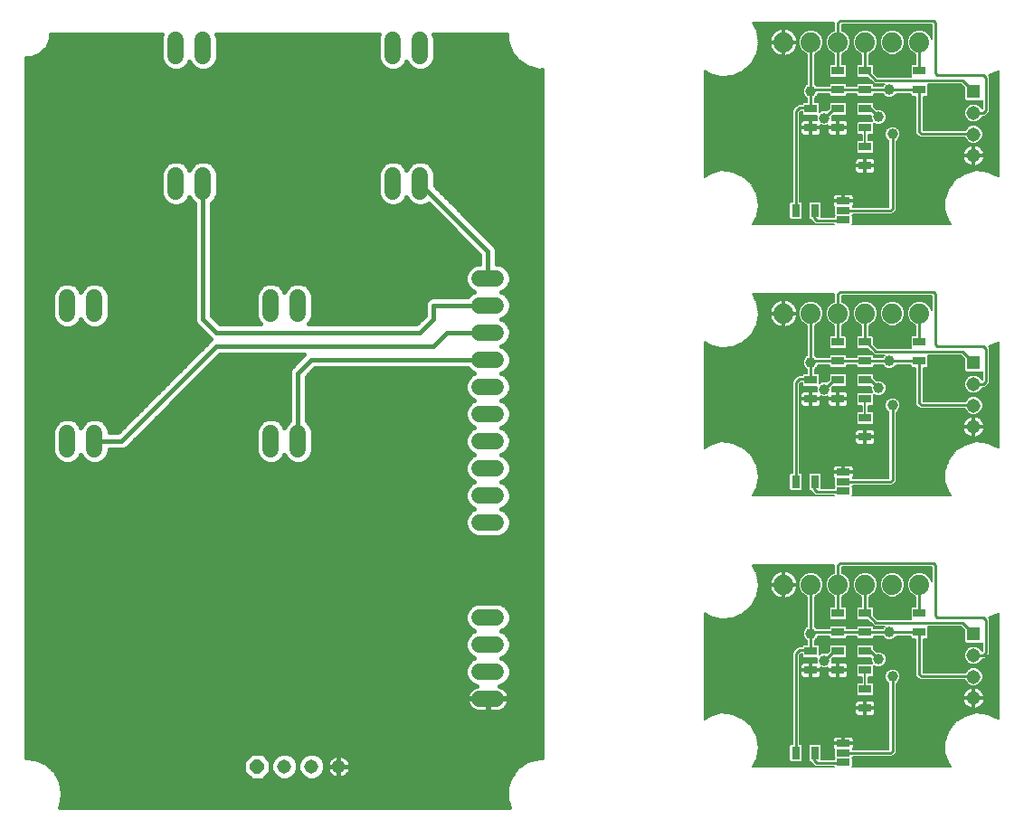
<source format=gbl>
G75*
%MOIN*%
%OFA0B0*%
%FSLAX25Y25*%
%IPPOS*%
%LPD*%
%AMOC8*
5,1,8,0,0,1.08239X$1,22.5*
%
%ADD10C,0.06000*%
%ADD11OC8,0.05150*%
%ADD12C,0.05150*%
%ADD13R,0.04724X0.03150*%
%ADD14C,0.07400*%
%ADD15R,0.05150X0.05150*%
%ADD16R,0.03150X0.04724*%
%ADD17R,0.05000X0.02500*%
%ADD18C,0.01600*%
%ADD19C,0.00600*%
%ADD20C,0.01000*%
%ADD21C,0.03962*%
D10*
X0031000Y0143000D02*
X0031000Y0149000D01*
X0041000Y0149000D02*
X0041000Y0143000D01*
X0041000Y0193000D02*
X0041000Y0199000D01*
X0031000Y0199000D02*
X0031000Y0193000D01*
X0071000Y0238000D02*
X0071000Y0244000D01*
X0081000Y0244000D02*
X0081000Y0238000D01*
X0106000Y0199000D02*
X0106000Y0193000D01*
X0116000Y0193000D02*
X0116000Y0199000D01*
X0151000Y0238000D02*
X0151000Y0244000D01*
X0161000Y0244000D02*
X0161000Y0238000D01*
X0183000Y0206000D02*
X0189000Y0206000D01*
X0189000Y0196000D02*
X0183000Y0196000D01*
X0183000Y0186000D02*
X0189000Y0186000D01*
X0189000Y0176000D02*
X0183000Y0176000D01*
X0183000Y0166000D02*
X0189000Y0166000D01*
X0189000Y0156000D02*
X0183000Y0156000D01*
X0183000Y0146000D02*
X0189000Y0146000D01*
X0189000Y0136000D02*
X0183000Y0136000D01*
X0183000Y0126000D02*
X0189000Y0126000D01*
X0189000Y0116000D02*
X0183000Y0116000D01*
X0183000Y0081000D02*
X0189000Y0081000D01*
X0189000Y0071000D02*
X0183000Y0071000D01*
X0183000Y0061000D02*
X0189000Y0061000D01*
X0189000Y0051000D02*
X0183000Y0051000D01*
X0116000Y0143000D02*
X0116000Y0149000D01*
X0106000Y0149000D02*
X0106000Y0143000D01*
X0081000Y0288000D02*
X0081000Y0294000D01*
X0071000Y0294000D02*
X0071000Y0288000D01*
X0151000Y0288000D02*
X0151000Y0294000D01*
X0161000Y0294000D02*
X0161000Y0288000D01*
D11*
X0101000Y0026000D03*
D12*
X0111000Y0026000D03*
X0121000Y0026000D03*
X0131000Y0026000D03*
X0365000Y0051189D03*
X0365000Y0059063D03*
X0365000Y0066937D03*
X0365000Y0151189D03*
X0365000Y0159063D03*
X0365000Y0166937D03*
X0365000Y0251189D03*
X0365000Y0259063D03*
X0365000Y0266937D03*
D13*
X0345000Y0275457D03*
X0345000Y0282543D03*
X0325000Y0282543D03*
X0325000Y0275457D03*
X0325000Y0268543D03*
X0325000Y0261457D03*
X0325000Y0254543D03*
X0325000Y0247457D03*
X0315000Y0261457D03*
X0315000Y0268543D03*
X0315000Y0275457D03*
X0305000Y0268543D03*
X0305000Y0261457D03*
X0315000Y0282543D03*
X0315000Y0182543D03*
X0315000Y0175457D03*
X0315000Y0168543D03*
X0305000Y0168543D03*
X0305000Y0161457D03*
X0315000Y0161457D03*
X0325000Y0161457D03*
X0325000Y0154543D03*
X0325000Y0147457D03*
X0325000Y0168543D03*
X0325000Y0175457D03*
X0325000Y0182543D03*
X0345000Y0182543D03*
X0345000Y0175457D03*
X0345000Y0082543D03*
X0345000Y0075457D03*
X0325000Y0075457D03*
X0325000Y0068543D03*
X0325000Y0061457D03*
X0325000Y0054543D03*
X0325000Y0047457D03*
X0315000Y0061457D03*
X0315000Y0068543D03*
X0315000Y0075457D03*
X0305000Y0068543D03*
X0305000Y0061457D03*
X0315000Y0082543D03*
X0325000Y0082543D03*
D14*
X0325000Y0093000D03*
X0335000Y0093000D03*
X0345000Y0093000D03*
X0315000Y0093000D03*
X0305000Y0093000D03*
X0295000Y0093000D03*
X0295000Y0193000D03*
X0305000Y0193000D03*
X0315000Y0193000D03*
X0325000Y0193000D03*
X0335000Y0193000D03*
X0345000Y0193000D03*
X0345000Y0293000D03*
X0335000Y0293000D03*
X0325000Y0293000D03*
X0315000Y0293000D03*
X0305000Y0293000D03*
X0295000Y0293000D03*
D15*
X0365000Y0274811D03*
X0365000Y0174811D03*
X0365000Y0074811D03*
D16*
X0306543Y0031000D03*
X0299457Y0031000D03*
X0299457Y0131000D03*
X0306543Y0131000D03*
X0306543Y0231000D03*
X0299457Y0231000D03*
D17*
X0317000Y0231000D03*
X0317000Y0227500D03*
X0317000Y0234500D03*
X0317000Y0134500D03*
X0317000Y0131000D03*
X0317000Y0127500D03*
X0317000Y0034500D03*
X0317000Y0031000D03*
X0317000Y0027500D03*
D18*
X0028579Y0011681D02*
X0028211Y0011000D01*
X0193846Y0011000D01*
X0192881Y0013811D01*
X0192881Y0018189D01*
X0194303Y0022330D01*
X0194303Y0022330D01*
X0196992Y0025785D01*
X0196992Y0025785D01*
X0196992Y0025785D01*
X0200657Y0028180D01*
X0200657Y0028180D01*
X0204902Y0029255D01*
X0204902Y0029255D01*
X0206000Y0029164D01*
X0206000Y0282836D01*
X0204902Y0282745D01*
X0204902Y0282745D01*
X0200657Y0283820D01*
X0200657Y0283820D01*
X0196992Y0286215D01*
X0196992Y0286215D01*
X0196992Y0286215D01*
X0194303Y0289670D01*
X0194303Y0289670D01*
X0192881Y0293811D01*
X0192881Y0296000D01*
X0166016Y0296000D01*
X0166400Y0295074D01*
X0166400Y0286926D01*
X0165578Y0284941D01*
X0164059Y0283422D01*
X0162074Y0282600D01*
X0159926Y0282600D01*
X0157941Y0283422D01*
X0156422Y0284941D01*
X0156000Y0285960D01*
X0155578Y0284941D01*
X0154059Y0283422D01*
X0152074Y0282600D01*
X0149926Y0282600D01*
X0147941Y0283422D01*
X0146422Y0284941D01*
X0145600Y0286926D01*
X0145600Y0295074D01*
X0145984Y0296000D01*
X0086016Y0296000D01*
X0086400Y0295074D01*
X0086400Y0286926D01*
X0085578Y0284941D01*
X0084059Y0283422D01*
X0082074Y0282600D01*
X0079926Y0282600D01*
X0077941Y0283422D01*
X0076422Y0284941D01*
X0076000Y0285960D01*
X0075578Y0284941D01*
X0074059Y0283422D01*
X0072074Y0282600D01*
X0069926Y0282600D01*
X0067941Y0283422D01*
X0066422Y0284941D01*
X0065600Y0286926D01*
X0065600Y0295074D01*
X0065984Y0296000D01*
X0024737Y0296000D01*
X0024737Y0294262D01*
X0023407Y0291051D01*
X0020949Y0288593D01*
X0017738Y0287263D01*
X0016000Y0287263D01*
X0016000Y0029164D01*
X0019265Y0028893D01*
X0019265Y0028893D01*
X0023274Y0027134D01*
X0023274Y0027134D01*
X0026496Y0024169D01*
X0026496Y0024169D01*
X0028579Y0020319D01*
X0028579Y0020318D01*
X0029300Y0016000D01*
X0028579Y0011681D01*
X0028579Y0011681D01*
X0028664Y0012190D02*
X0193438Y0012190D01*
X0192889Y0013788D02*
X0028931Y0013788D01*
X0029198Y0015387D02*
X0192881Y0015387D01*
X0192881Y0016985D02*
X0029136Y0016985D01*
X0028869Y0018584D02*
X0193017Y0018584D01*
X0193566Y0020182D02*
X0028602Y0020182D01*
X0027788Y0021781D02*
X0098184Y0021781D01*
X0098939Y0021025D02*
X0096025Y0023939D01*
X0096025Y0028061D01*
X0098939Y0030975D01*
X0103061Y0030975D01*
X0105975Y0028061D01*
X0105975Y0023939D01*
X0103061Y0021025D01*
X0098939Y0021025D01*
X0096585Y0023379D02*
X0026923Y0023379D01*
X0025617Y0024978D02*
X0096025Y0024978D01*
X0096025Y0026576D02*
X0023881Y0026576D01*
X0020903Y0028175D02*
X0096139Y0028175D01*
X0097738Y0029773D02*
X0016000Y0029773D01*
X0016000Y0031372D02*
X0206000Y0031372D01*
X0206000Y0032970D02*
X0016000Y0032970D01*
X0016000Y0034569D02*
X0206000Y0034569D01*
X0206000Y0036167D02*
X0016000Y0036167D01*
X0016000Y0037766D02*
X0206000Y0037766D01*
X0206000Y0039364D02*
X0016000Y0039364D01*
X0016000Y0040963D02*
X0206000Y0040963D01*
X0206000Y0042561D02*
X0016000Y0042561D01*
X0016000Y0044160D02*
X0206000Y0044160D01*
X0206000Y0045758D02*
X0016000Y0045758D01*
X0016000Y0047357D02*
X0179855Y0047357D01*
X0179873Y0047339D02*
X0180484Y0046895D01*
X0181157Y0046552D01*
X0181876Y0046318D01*
X0182622Y0046200D01*
X0185800Y0046200D01*
X0185800Y0050800D01*
X0186200Y0050800D01*
X0186200Y0051200D01*
X0193800Y0051200D01*
X0193800Y0051378D01*
X0193682Y0052124D01*
X0193448Y0052843D01*
X0193105Y0053516D01*
X0192661Y0054127D01*
X0192127Y0054661D01*
X0191516Y0055105D01*
X0190843Y0055448D01*
X0190207Y0055655D01*
X0192059Y0056422D01*
X0193578Y0057941D01*
X0194400Y0059926D01*
X0194400Y0062074D01*
X0193578Y0064059D01*
X0192059Y0065578D01*
X0191040Y0066000D01*
X0192059Y0066422D01*
X0193578Y0067941D01*
X0194400Y0069926D01*
X0194400Y0072074D01*
X0193578Y0074059D01*
X0192059Y0075578D01*
X0191040Y0076000D01*
X0192059Y0076422D01*
X0193578Y0077941D01*
X0194400Y0079926D01*
X0194400Y0082074D01*
X0193578Y0084059D01*
X0192059Y0085578D01*
X0190074Y0086400D01*
X0181926Y0086400D01*
X0179941Y0085578D01*
X0178422Y0084059D01*
X0177600Y0082074D01*
X0177600Y0079926D01*
X0178422Y0077941D01*
X0179941Y0076422D01*
X0180960Y0076000D01*
X0179941Y0075578D01*
X0178422Y0074059D01*
X0177600Y0072074D01*
X0177600Y0069926D01*
X0178422Y0067941D01*
X0179941Y0066422D01*
X0180960Y0066000D01*
X0179941Y0065578D01*
X0178422Y0064059D01*
X0177600Y0062074D01*
X0177600Y0059926D01*
X0178422Y0057941D01*
X0179941Y0056422D01*
X0181793Y0055655D01*
X0181157Y0055448D01*
X0180484Y0055105D01*
X0179873Y0054661D01*
X0179339Y0054127D01*
X0178895Y0053516D01*
X0178552Y0052843D01*
X0178318Y0052124D01*
X0178200Y0051378D01*
X0178200Y0051200D01*
X0185800Y0051200D01*
X0185800Y0050800D01*
X0178200Y0050800D01*
X0178200Y0050622D01*
X0178318Y0049876D01*
X0178552Y0049157D01*
X0178895Y0048484D01*
X0179339Y0047873D01*
X0179873Y0047339D01*
X0178655Y0048955D02*
X0016000Y0048955D01*
X0016000Y0050554D02*
X0178211Y0050554D01*
X0178327Y0052152D02*
X0016000Y0052152D01*
X0016000Y0053751D02*
X0179066Y0053751D01*
X0180963Y0055349D02*
X0016000Y0055349D01*
X0016000Y0056948D02*
X0179415Y0056948D01*
X0178171Y0058546D02*
X0016000Y0058546D01*
X0016000Y0060145D02*
X0177600Y0060145D01*
X0177600Y0061743D02*
X0016000Y0061743D01*
X0016000Y0063342D02*
X0178125Y0063342D01*
X0179304Y0064940D02*
X0016000Y0064940D01*
X0016000Y0066539D02*
X0179824Y0066539D01*
X0178341Y0068137D02*
X0016000Y0068137D01*
X0016000Y0069736D02*
X0177679Y0069736D01*
X0177600Y0071334D02*
X0016000Y0071334D01*
X0016000Y0072933D02*
X0177956Y0072933D01*
X0178895Y0074532D02*
X0016000Y0074532D01*
X0016000Y0076130D02*
X0180646Y0076130D01*
X0178635Y0077729D02*
X0016000Y0077729D01*
X0016000Y0079327D02*
X0177848Y0079327D01*
X0177600Y0080926D02*
X0016000Y0080926D01*
X0016000Y0082524D02*
X0177786Y0082524D01*
X0178486Y0084123D02*
X0016000Y0084123D01*
X0016000Y0085721D02*
X0180287Y0085721D01*
X0191713Y0085721D02*
X0206000Y0085721D01*
X0206000Y0084123D02*
X0193514Y0084123D01*
X0194214Y0082524D02*
X0206000Y0082524D01*
X0206000Y0080926D02*
X0194400Y0080926D01*
X0194152Y0079327D02*
X0206000Y0079327D01*
X0206000Y0077729D02*
X0193365Y0077729D01*
X0191354Y0076130D02*
X0206000Y0076130D01*
X0206000Y0074532D02*
X0193105Y0074532D01*
X0194044Y0072933D02*
X0206000Y0072933D01*
X0206000Y0071334D02*
X0194400Y0071334D01*
X0194321Y0069736D02*
X0206000Y0069736D01*
X0206000Y0068137D02*
X0193659Y0068137D01*
X0192176Y0066539D02*
X0206000Y0066539D01*
X0206000Y0064940D02*
X0192696Y0064940D01*
X0193875Y0063342D02*
X0206000Y0063342D01*
X0206000Y0061743D02*
X0194400Y0061743D01*
X0194400Y0060145D02*
X0206000Y0060145D01*
X0206000Y0058546D02*
X0193829Y0058546D01*
X0192585Y0056948D02*
X0206000Y0056948D01*
X0206000Y0055349D02*
X0191037Y0055349D01*
X0192934Y0053751D02*
X0206000Y0053751D01*
X0206000Y0052152D02*
X0193673Y0052152D01*
X0193800Y0050800D02*
X0186200Y0050800D01*
X0186200Y0046200D01*
X0189378Y0046200D01*
X0190124Y0046318D01*
X0190843Y0046552D01*
X0191516Y0046895D01*
X0192127Y0047339D01*
X0192661Y0047873D01*
X0193105Y0048484D01*
X0193448Y0049157D01*
X0193682Y0049876D01*
X0193800Y0050622D01*
X0193800Y0050800D01*
X0193789Y0050554D02*
X0206000Y0050554D01*
X0206000Y0048955D02*
X0193345Y0048955D01*
X0192145Y0047357D02*
X0206000Y0047357D01*
X0206000Y0029773D02*
X0133231Y0029773D01*
X0133293Y0029742D02*
X0132679Y0030054D01*
X0132024Y0030267D01*
X0131344Y0030375D01*
X0131000Y0030375D01*
X0131000Y0026000D01*
X0135375Y0026000D01*
X0135375Y0026344D01*
X0135267Y0027024D01*
X0135054Y0027679D01*
X0134742Y0028293D01*
X0134337Y0028850D01*
X0133850Y0029337D01*
X0133293Y0029742D01*
X0134802Y0028175D02*
X0200650Y0028175D01*
X0198203Y0026576D02*
X0135338Y0026576D01*
X0135375Y0026000D02*
X0131000Y0026000D01*
X0131000Y0026000D01*
X0131000Y0026000D01*
X0131000Y0021625D01*
X0131344Y0021625D01*
X0132024Y0021733D01*
X0132679Y0021946D01*
X0133293Y0022258D01*
X0133850Y0022663D01*
X0134337Y0023150D01*
X0134742Y0023707D01*
X0135054Y0024321D01*
X0135267Y0024976D01*
X0135375Y0025656D01*
X0135375Y0026000D01*
X0135267Y0024978D02*
X0196364Y0024978D01*
X0195120Y0023379D02*
X0134503Y0023379D01*
X0132171Y0021781D02*
X0194114Y0021781D01*
X0186200Y0047357D02*
X0185800Y0047357D01*
X0185800Y0048955D02*
X0186200Y0048955D01*
X0186200Y0050554D02*
X0185800Y0050554D01*
X0206000Y0087320D02*
X0016000Y0087320D01*
X0016000Y0088918D02*
X0206000Y0088918D01*
X0206000Y0090517D02*
X0016000Y0090517D01*
X0016000Y0092115D02*
X0206000Y0092115D01*
X0206000Y0093714D02*
X0016000Y0093714D01*
X0016000Y0095312D02*
X0206000Y0095312D01*
X0206000Y0096911D02*
X0016000Y0096911D01*
X0016000Y0098509D02*
X0206000Y0098509D01*
X0206000Y0100108D02*
X0016000Y0100108D01*
X0016000Y0101706D02*
X0206000Y0101706D01*
X0206000Y0103305D02*
X0016000Y0103305D01*
X0016000Y0104903D02*
X0206000Y0104903D01*
X0206000Y0106502D02*
X0016000Y0106502D01*
X0016000Y0108100D02*
X0206000Y0108100D01*
X0206000Y0109699D02*
X0016000Y0109699D01*
X0016000Y0111297D02*
X0180242Y0111297D01*
X0179941Y0111422D02*
X0181926Y0110600D01*
X0190074Y0110600D01*
X0192059Y0111422D01*
X0193578Y0112941D01*
X0194400Y0114926D01*
X0194400Y0117074D01*
X0193578Y0119059D01*
X0192059Y0120578D01*
X0191040Y0121000D01*
X0192059Y0121422D01*
X0193578Y0122941D01*
X0194400Y0124926D01*
X0194400Y0127074D01*
X0193578Y0129059D01*
X0192059Y0130578D01*
X0191040Y0131000D01*
X0192059Y0131422D01*
X0193578Y0132941D01*
X0194400Y0134926D01*
X0194400Y0137074D01*
X0193578Y0139059D01*
X0192059Y0140578D01*
X0191040Y0141000D01*
X0192059Y0141422D01*
X0193578Y0142941D01*
X0194400Y0144926D01*
X0194400Y0147074D01*
X0193578Y0149059D01*
X0192059Y0150578D01*
X0191040Y0151000D01*
X0192059Y0151422D01*
X0193578Y0152941D01*
X0194400Y0154926D01*
X0194400Y0157074D01*
X0193578Y0159059D01*
X0192059Y0160578D01*
X0191040Y0161000D01*
X0192059Y0161422D01*
X0193578Y0162941D01*
X0194400Y0164926D01*
X0194400Y0167074D01*
X0193578Y0169059D01*
X0192059Y0170578D01*
X0191040Y0171000D01*
X0192059Y0171422D01*
X0193578Y0172941D01*
X0194400Y0174926D01*
X0194400Y0177074D01*
X0193578Y0179059D01*
X0192059Y0180578D01*
X0191040Y0181000D01*
X0192059Y0181422D01*
X0193578Y0182941D01*
X0194400Y0184926D01*
X0194400Y0187074D01*
X0193578Y0189059D01*
X0192059Y0190578D01*
X0191040Y0191000D01*
X0192059Y0191422D01*
X0193578Y0192941D01*
X0194400Y0194926D01*
X0194400Y0197074D01*
X0193578Y0199059D01*
X0192059Y0200578D01*
X0191040Y0201000D01*
X0192059Y0201422D01*
X0193578Y0202941D01*
X0194400Y0204926D01*
X0194400Y0207074D01*
X0193578Y0209059D01*
X0192059Y0210578D01*
X0190074Y0211400D01*
X0189200Y0211400D01*
X0189200Y0216637D01*
X0188713Y0217813D01*
X0187813Y0218713D01*
X0166400Y0240125D01*
X0166400Y0245074D01*
X0165578Y0247059D01*
X0164059Y0248578D01*
X0162074Y0249400D01*
X0159926Y0249400D01*
X0157941Y0248578D01*
X0156422Y0247059D01*
X0156000Y0246040D01*
X0155578Y0247059D01*
X0154059Y0248578D01*
X0152074Y0249400D01*
X0149926Y0249400D01*
X0147941Y0248578D01*
X0146422Y0247059D01*
X0145600Y0245074D01*
X0145600Y0236926D01*
X0146422Y0234941D01*
X0147941Y0233422D01*
X0149926Y0232600D01*
X0152074Y0232600D01*
X0154059Y0233422D01*
X0155578Y0234941D01*
X0156000Y0235960D01*
X0156422Y0234941D01*
X0157941Y0233422D01*
X0159926Y0232600D01*
X0162074Y0232600D01*
X0164054Y0233420D01*
X0182800Y0214675D01*
X0182800Y0211400D01*
X0181926Y0211400D01*
X0179941Y0210578D01*
X0178422Y0209059D01*
X0177600Y0207074D01*
X0177600Y0204926D01*
X0178422Y0202941D01*
X0179941Y0201422D01*
X0180960Y0201000D01*
X0179941Y0200578D01*
X0178563Y0199200D01*
X0165363Y0199200D01*
X0164187Y0198713D01*
X0163287Y0197813D01*
X0162800Y0196637D01*
X0162800Y0192325D01*
X0159675Y0189200D01*
X0119837Y0189200D01*
X0120578Y0189941D01*
X0121400Y0191926D01*
X0121400Y0200074D01*
X0120578Y0202059D01*
X0119059Y0203578D01*
X0117074Y0204400D01*
X0114926Y0204400D01*
X0112941Y0203578D01*
X0111422Y0202059D01*
X0111000Y0201040D01*
X0110578Y0202059D01*
X0109059Y0203578D01*
X0107074Y0204400D01*
X0104926Y0204400D01*
X0102941Y0203578D01*
X0101422Y0202059D01*
X0100600Y0200074D01*
X0100600Y0191926D01*
X0101422Y0189941D01*
X0102163Y0189200D01*
X0087325Y0189200D01*
X0084200Y0192325D01*
X0084200Y0233563D01*
X0085578Y0234941D01*
X0086400Y0236926D01*
X0086400Y0245074D01*
X0085578Y0247059D01*
X0084059Y0248578D01*
X0082074Y0249400D01*
X0079926Y0249400D01*
X0077941Y0248578D01*
X0076422Y0247059D01*
X0076000Y0246040D01*
X0075578Y0247059D01*
X0074059Y0248578D01*
X0072074Y0249400D01*
X0069926Y0249400D01*
X0067941Y0248578D01*
X0066422Y0247059D01*
X0065600Y0245074D01*
X0065600Y0236926D01*
X0066422Y0234941D01*
X0067941Y0233422D01*
X0069926Y0232600D01*
X0072074Y0232600D01*
X0074059Y0233422D01*
X0075578Y0234941D01*
X0076000Y0235960D01*
X0076422Y0234941D01*
X0077800Y0233563D01*
X0077800Y0190363D01*
X0078287Y0189187D01*
X0079187Y0188287D01*
X0079187Y0188287D01*
X0083287Y0184187D01*
X0083975Y0183500D01*
X0083287Y0182813D01*
X0049675Y0149200D01*
X0046400Y0149200D01*
X0046400Y0150074D01*
X0045578Y0152059D01*
X0044059Y0153578D01*
X0042074Y0154400D01*
X0039926Y0154400D01*
X0037941Y0153578D01*
X0036422Y0152059D01*
X0036000Y0151040D01*
X0035578Y0152059D01*
X0034059Y0153578D01*
X0032074Y0154400D01*
X0029926Y0154400D01*
X0027941Y0153578D01*
X0026422Y0152059D01*
X0025600Y0150074D01*
X0025600Y0141926D01*
X0026422Y0139941D01*
X0027941Y0138422D01*
X0029926Y0137600D01*
X0032074Y0137600D01*
X0034059Y0138422D01*
X0035578Y0139941D01*
X0036000Y0140960D01*
X0036422Y0139941D01*
X0037941Y0138422D01*
X0039926Y0137600D01*
X0042074Y0137600D01*
X0044059Y0138422D01*
X0045578Y0139941D01*
X0046400Y0141926D01*
X0046400Y0142800D01*
X0051637Y0142800D01*
X0052813Y0143287D01*
X0087325Y0177800D01*
X0118275Y0177800D01*
X0113287Y0172813D01*
X0112800Y0171637D01*
X0112800Y0153437D01*
X0111422Y0152059D01*
X0111000Y0151040D01*
X0110578Y0152059D01*
X0109059Y0153578D01*
X0107074Y0154400D01*
X0104926Y0154400D01*
X0102941Y0153578D01*
X0101422Y0152059D01*
X0100600Y0150074D01*
X0100600Y0141926D01*
X0101422Y0139941D01*
X0102941Y0138422D01*
X0104926Y0137600D01*
X0107074Y0137600D01*
X0109059Y0138422D01*
X0110578Y0139941D01*
X0111000Y0140960D01*
X0111422Y0139941D01*
X0112941Y0138422D01*
X0114926Y0137600D01*
X0117074Y0137600D01*
X0119059Y0138422D01*
X0120578Y0139941D01*
X0121400Y0141926D01*
X0121400Y0150074D01*
X0120578Y0152059D01*
X0119200Y0153437D01*
X0119200Y0169675D01*
X0122325Y0172800D01*
X0178563Y0172800D01*
X0179941Y0171422D01*
X0180960Y0171000D01*
X0179941Y0170578D01*
X0178422Y0169059D01*
X0177600Y0167074D01*
X0177600Y0164926D01*
X0178422Y0162941D01*
X0179941Y0161422D01*
X0180960Y0161000D01*
X0179941Y0160578D01*
X0178422Y0159059D01*
X0177600Y0157074D01*
X0177600Y0154926D01*
X0178422Y0152941D01*
X0179941Y0151422D01*
X0180960Y0151000D01*
X0179941Y0150578D01*
X0178422Y0149059D01*
X0177600Y0147074D01*
X0177600Y0144926D01*
X0178422Y0142941D01*
X0179941Y0141422D01*
X0180960Y0141000D01*
X0179941Y0140578D01*
X0178422Y0139059D01*
X0177600Y0137074D01*
X0177600Y0134926D01*
X0178422Y0132941D01*
X0179941Y0131422D01*
X0180960Y0131000D01*
X0179941Y0130578D01*
X0178422Y0129059D01*
X0177600Y0127074D01*
X0177600Y0124926D01*
X0178422Y0122941D01*
X0179941Y0121422D01*
X0180960Y0121000D01*
X0179941Y0120578D01*
X0178422Y0119059D01*
X0177600Y0117074D01*
X0177600Y0114926D01*
X0178422Y0112941D01*
X0179941Y0111422D01*
X0178467Y0112896D02*
X0016000Y0112896D01*
X0016000Y0114494D02*
X0177779Y0114494D01*
X0177600Y0116093D02*
X0016000Y0116093D01*
X0016000Y0117691D02*
X0177856Y0117691D01*
X0178653Y0119290D02*
X0016000Y0119290D01*
X0016000Y0120888D02*
X0180691Y0120888D01*
X0178876Y0122487D02*
X0016000Y0122487D01*
X0016000Y0124085D02*
X0177948Y0124085D01*
X0177600Y0125684D02*
X0016000Y0125684D01*
X0016000Y0127282D02*
X0177686Y0127282D01*
X0178348Y0128881D02*
X0016000Y0128881D01*
X0016000Y0130479D02*
X0179843Y0130479D01*
X0179285Y0132078D02*
X0016000Y0132078D01*
X0016000Y0133676D02*
X0178118Y0133676D01*
X0177600Y0135275D02*
X0016000Y0135275D01*
X0016000Y0136873D02*
X0177600Y0136873D01*
X0178179Y0138472D02*
X0119109Y0138472D01*
X0120631Y0140070D02*
X0179434Y0140070D01*
X0179694Y0141669D02*
X0121294Y0141669D01*
X0121400Y0143268D02*
X0178287Y0143268D01*
X0177625Y0144866D02*
X0121400Y0144866D01*
X0121400Y0146465D02*
X0177600Y0146465D01*
X0178010Y0148063D02*
X0121400Y0148063D01*
X0121400Y0149662D02*
X0179025Y0149662D01*
X0180332Y0151260D02*
X0120909Y0151260D01*
X0119778Y0152859D02*
X0178505Y0152859D01*
X0177794Y0154457D02*
X0119200Y0154457D01*
X0119200Y0156056D02*
X0177600Y0156056D01*
X0177840Y0157654D02*
X0119200Y0157654D01*
X0119200Y0159253D02*
X0178616Y0159253D01*
X0180601Y0160851D02*
X0119200Y0160851D01*
X0119200Y0162450D02*
X0178914Y0162450D01*
X0177964Y0164048D02*
X0119200Y0164048D01*
X0119200Y0165647D02*
X0177600Y0165647D01*
X0177671Y0167245D02*
X0119200Y0167245D01*
X0119200Y0168844D02*
X0178333Y0168844D01*
X0179805Y0170442D02*
X0119968Y0170442D01*
X0121566Y0172041D02*
X0179323Y0172041D01*
X0186000Y0176000D02*
X0121000Y0176000D01*
X0121000Y0176000D01*
X0116000Y0171000D01*
X0116000Y0146000D01*
X0111091Y0151260D02*
X0110909Y0151260D01*
X0109778Y0152859D02*
X0112222Y0152859D01*
X0112800Y0154457D02*
X0063983Y0154457D01*
X0065581Y0156056D02*
X0112800Y0156056D01*
X0112800Y0157654D02*
X0067180Y0157654D01*
X0068778Y0159253D02*
X0112800Y0159253D01*
X0112800Y0160851D02*
X0070377Y0160851D01*
X0071975Y0162450D02*
X0112800Y0162450D01*
X0112800Y0164048D02*
X0073574Y0164048D01*
X0075172Y0165647D02*
X0112800Y0165647D01*
X0112800Y0167245D02*
X0076771Y0167245D01*
X0078369Y0168844D02*
X0112800Y0168844D01*
X0112800Y0170442D02*
X0079968Y0170442D01*
X0081566Y0172041D02*
X0112967Y0172041D01*
X0114114Y0173639D02*
X0083165Y0173639D01*
X0084763Y0175238D02*
X0115712Y0175238D01*
X0117311Y0176836D02*
X0086362Y0176836D01*
X0080508Y0180033D02*
X0016000Y0180033D01*
X0016000Y0178435D02*
X0078909Y0178435D01*
X0077311Y0176836D02*
X0016000Y0176836D01*
X0016000Y0175238D02*
X0075712Y0175238D01*
X0074114Y0173639D02*
X0016000Y0173639D01*
X0016000Y0172041D02*
X0072515Y0172041D01*
X0070917Y0170442D02*
X0016000Y0170442D01*
X0016000Y0168844D02*
X0069318Y0168844D01*
X0067720Y0167245D02*
X0016000Y0167245D01*
X0016000Y0165647D02*
X0066121Y0165647D01*
X0064523Y0164048D02*
X0016000Y0164048D01*
X0016000Y0162450D02*
X0062924Y0162450D01*
X0061326Y0160851D02*
X0016000Y0160851D01*
X0016000Y0159253D02*
X0059727Y0159253D01*
X0058129Y0157654D02*
X0016000Y0157654D01*
X0016000Y0156056D02*
X0056530Y0156056D01*
X0054932Y0154457D02*
X0016000Y0154457D01*
X0016000Y0152859D02*
X0027222Y0152859D01*
X0026091Y0151260D02*
X0016000Y0151260D01*
X0016000Y0149662D02*
X0025600Y0149662D01*
X0025600Y0148063D02*
X0016000Y0148063D01*
X0016000Y0146465D02*
X0025600Y0146465D01*
X0025600Y0144866D02*
X0016000Y0144866D01*
X0016000Y0143268D02*
X0025600Y0143268D01*
X0025706Y0141669D02*
X0016000Y0141669D01*
X0016000Y0140070D02*
X0026369Y0140070D01*
X0027891Y0138472D02*
X0016000Y0138472D01*
X0034109Y0138472D02*
X0037891Y0138472D01*
X0036369Y0140070D02*
X0035631Y0140070D01*
X0041000Y0146000D02*
X0051000Y0146000D01*
X0086000Y0181000D01*
X0166000Y0181000D01*
X0171000Y0186000D01*
X0186000Y0186000D01*
X0186000Y0186000D01*
X0192269Y0181632D02*
X0206000Y0181632D01*
X0206000Y0183230D02*
X0193698Y0183230D01*
X0194360Y0184829D02*
X0206000Y0184829D01*
X0206000Y0186427D02*
X0194400Y0186427D01*
X0194006Y0188026D02*
X0206000Y0188026D01*
X0206000Y0189624D02*
X0193012Y0189624D01*
X0191578Y0191223D02*
X0206000Y0191223D01*
X0206000Y0192821D02*
X0193458Y0192821D01*
X0194190Y0194420D02*
X0206000Y0194420D01*
X0206000Y0196018D02*
X0194400Y0196018D01*
X0194175Y0197617D02*
X0206000Y0197617D01*
X0206000Y0199215D02*
X0193421Y0199215D01*
X0191489Y0200814D02*
X0206000Y0200814D01*
X0206000Y0202412D02*
X0193049Y0202412D01*
X0194021Y0204011D02*
X0206000Y0204011D01*
X0206000Y0205609D02*
X0194400Y0205609D01*
X0194345Y0207208D02*
X0206000Y0207208D01*
X0206000Y0208806D02*
X0193682Y0208806D01*
X0192232Y0210405D02*
X0206000Y0210405D01*
X0206000Y0212003D02*
X0189200Y0212003D01*
X0189200Y0213602D02*
X0206000Y0213602D01*
X0206000Y0215201D02*
X0189200Y0215201D01*
X0189133Y0216799D02*
X0206000Y0216799D01*
X0206000Y0218398D02*
X0188128Y0218398D01*
X0186529Y0219996D02*
X0206000Y0219996D01*
X0206000Y0221595D02*
X0184931Y0221595D01*
X0183332Y0223193D02*
X0206000Y0223193D01*
X0206000Y0224792D02*
X0181734Y0224792D01*
X0180135Y0226390D02*
X0206000Y0226390D01*
X0206000Y0227989D02*
X0178537Y0227989D01*
X0176938Y0229587D02*
X0206000Y0229587D01*
X0206000Y0231186D02*
X0175340Y0231186D01*
X0173741Y0232784D02*
X0206000Y0232784D01*
X0206000Y0234383D02*
X0172143Y0234383D01*
X0170544Y0235981D02*
X0206000Y0235981D01*
X0206000Y0237580D02*
X0168946Y0237580D01*
X0167347Y0239178D02*
X0206000Y0239178D01*
X0206000Y0240777D02*
X0166400Y0240777D01*
X0166400Y0242375D02*
X0206000Y0242375D01*
X0206000Y0243974D02*
X0166400Y0243974D01*
X0166194Y0245572D02*
X0206000Y0245572D01*
X0206000Y0247171D02*
X0165466Y0247171D01*
X0163597Y0248769D02*
X0206000Y0248769D01*
X0206000Y0250368D02*
X0016000Y0250368D01*
X0016000Y0251966D02*
X0206000Y0251966D01*
X0206000Y0253565D02*
X0016000Y0253565D01*
X0016000Y0255163D02*
X0206000Y0255163D01*
X0206000Y0256762D02*
X0016000Y0256762D01*
X0016000Y0258360D02*
X0206000Y0258360D01*
X0206000Y0259959D02*
X0016000Y0259959D01*
X0016000Y0261557D02*
X0206000Y0261557D01*
X0206000Y0263156D02*
X0016000Y0263156D01*
X0016000Y0264754D02*
X0206000Y0264754D01*
X0206000Y0266353D02*
X0016000Y0266353D01*
X0016000Y0267951D02*
X0206000Y0267951D01*
X0206000Y0269550D02*
X0016000Y0269550D01*
X0016000Y0271148D02*
X0206000Y0271148D01*
X0206000Y0272747D02*
X0016000Y0272747D01*
X0016000Y0274345D02*
X0206000Y0274345D01*
X0206000Y0275944D02*
X0016000Y0275944D01*
X0016000Y0277542D02*
X0206000Y0277542D01*
X0206000Y0279141D02*
X0016000Y0279141D01*
X0016000Y0280739D02*
X0206000Y0280739D01*
X0206000Y0282338D02*
X0016000Y0282338D01*
X0016000Y0283937D02*
X0067427Y0283937D01*
X0066176Y0285535D02*
X0016000Y0285535D01*
X0016000Y0287134D02*
X0065600Y0287134D01*
X0065600Y0288732D02*
X0021088Y0288732D01*
X0022687Y0290331D02*
X0065600Y0290331D01*
X0065600Y0291929D02*
X0023771Y0291929D01*
X0024433Y0293528D02*
X0065600Y0293528D01*
X0065622Y0295126D02*
X0024737Y0295126D01*
X0074573Y0283937D02*
X0077427Y0283937D01*
X0076176Y0285535D02*
X0075824Y0285535D01*
X0084573Y0283937D02*
X0147427Y0283937D01*
X0146176Y0285535D02*
X0085824Y0285535D01*
X0086400Y0287134D02*
X0145600Y0287134D01*
X0145600Y0288732D02*
X0086400Y0288732D01*
X0086400Y0290331D02*
X0145600Y0290331D01*
X0145600Y0291929D02*
X0086400Y0291929D01*
X0086400Y0293528D02*
X0145600Y0293528D01*
X0145622Y0295126D02*
X0086378Y0295126D01*
X0083597Y0248769D02*
X0148403Y0248769D01*
X0146534Y0247171D02*
X0085466Y0247171D01*
X0086194Y0245572D02*
X0145806Y0245572D01*
X0145600Y0243974D02*
X0086400Y0243974D01*
X0086400Y0242375D02*
X0145600Y0242375D01*
X0145600Y0240777D02*
X0086400Y0240777D01*
X0086400Y0239178D02*
X0145600Y0239178D01*
X0145600Y0237580D02*
X0086400Y0237580D01*
X0086009Y0235981D02*
X0145991Y0235981D01*
X0146981Y0234383D02*
X0085019Y0234383D01*
X0084200Y0232784D02*
X0149481Y0232784D01*
X0152519Y0232784D02*
X0159481Y0232784D01*
X0156981Y0234383D02*
X0155019Y0234383D01*
X0162519Y0232784D02*
X0164690Y0232784D01*
X0166289Y0231186D02*
X0084200Y0231186D01*
X0084200Y0229587D02*
X0167887Y0229587D01*
X0169486Y0227989D02*
X0084200Y0227989D01*
X0084200Y0226390D02*
X0171084Y0226390D01*
X0172683Y0224792D02*
X0084200Y0224792D01*
X0084200Y0223193D02*
X0174281Y0223193D01*
X0175880Y0221595D02*
X0084200Y0221595D01*
X0084200Y0219996D02*
X0177478Y0219996D01*
X0179077Y0218398D02*
X0084200Y0218398D01*
X0084200Y0216799D02*
X0180675Y0216799D01*
X0182274Y0215201D02*
X0084200Y0215201D01*
X0084200Y0213602D02*
X0182800Y0213602D01*
X0182800Y0212003D02*
X0084200Y0212003D01*
X0084200Y0210405D02*
X0179768Y0210405D01*
X0178318Y0208806D02*
X0084200Y0208806D01*
X0084200Y0207208D02*
X0177655Y0207208D01*
X0177600Y0205609D02*
X0084200Y0205609D01*
X0084200Y0204011D02*
X0103987Y0204011D01*
X0101776Y0202412D02*
X0084200Y0202412D01*
X0084200Y0200814D02*
X0100906Y0200814D01*
X0100600Y0199215D02*
X0084200Y0199215D01*
X0084200Y0197617D02*
X0100600Y0197617D01*
X0100600Y0196018D02*
X0084200Y0196018D01*
X0084200Y0194420D02*
X0100600Y0194420D01*
X0100600Y0192821D02*
X0084200Y0192821D01*
X0085303Y0191223D02*
X0100891Y0191223D01*
X0101739Y0189624D02*
X0086901Y0189624D01*
X0086000Y0186000D02*
X0081000Y0191000D01*
X0081000Y0241000D01*
X0076534Y0247171D02*
X0075466Y0247171D01*
X0073597Y0248769D02*
X0078403Y0248769D01*
X0068403Y0248769D02*
X0016000Y0248769D01*
X0016000Y0247171D02*
X0066534Y0247171D01*
X0065806Y0245572D02*
X0016000Y0245572D01*
X0016000Y0243974D02*
X0065600Y0243974D01*
X0065600Y0242375D02*
X0016000Y0242375D01*
X0016000Y0240777D02*
X0065600Y0240777D01*
X0065600Y0239178D02*
X0016000Y0239178D01*
X0016000Y0237580D02*
X0065600Y0237580D01*
X0065991Y0235981D02*
X0016000Y0235981D01*
X0016000Y0234383D02*
X0066981Y0234383D01*
X0069481Y0232784D02*
X0016000Y0232784D01*
X0016000Y0231186D02*
X0077800Y0231186D01*
X0077800Y0232784D02*
X0072519Y0232784D01*
X0075019Y0234383D02*
X0076981Y0234383D01*
X0077800Y0229587D02*
X0016000Y0229587D01*
X0016000Y0227989D02*
X0077800Y0227989D01*
X0077800Y0226390D02*
X0016000Y0226390D01*
X0016000Y0224792D02*
X0077800Y0224792D01*
X0077800Y0223193D02*
X0016000Y0223193D01*
X0016000Y0221595D02*
X0077800Y0221595D01*
X0077800Y0219996D02*
X0016000Y0219996D01*
X0016000Y0218398D02*
X0077800Y0218398D01*
X0077800Y0216799D02*
X0016000Y0216799D01*
X0016000Y0215201D02*
X0077800Y0215201D01*
X0077800Y0213602D02*
X0016000Y0213602D01*
X0016000Y0212003D02*
X0077800Y0212003D01*
X0077800Y0210405D02*
X0016000Y0210405D01*
X0016000Y0208806D02*
X0077800Y0208806D01*
X0077800Y0207208D02*
X0016000Y0207208D01*
X0016000Y0205609D02*
X0077800Y0205609D01*
X0077800Y0204011D02*
X0043013Y0204011D01*
X0042074Y0204400D02*
X0039926Y0204400D01*
X0037941Y0203578D01*
X0036422Y0202059D01*
X0036000Y0201040D01*
X0035578Y0202059D01*
X0034059Y0203578D01*
X0032074Y0204400D01*
X0029926Y0204400D01*
X0027941Y0203578D01*
X0026422Y0202059D01*
X0025600Y0200074D01*
X0025600Y0191926D01*
X0026422Y0189941D01*
X0027941Y0188422D01*
X0029926Y0187600D01*
X0032074Y0187600D01*
X0034059Y0188422D01*
X0035578Y0189941D01*
X0036000Y0190960D01*
X0036422Y0189941D01*
X0037941Y0188422D01*
X0039926Y0187600D01*
X0042074Y0187600D01*
X0044059Y0188422D01*
X0045578Y0189941D01*
X0046400Y0191926D01*
X0046400Y0200074D01*
X0045578Y0202059D01*
X0044059Y0203578D01*
X0042074Y0204400D01*
X0038987Y0204011D02*
X0033013Y0204011D01*
X0035224Y0202412D02*
X0036776Y0202412D01*
X0028987Y0204011D02*
X0016000Y0204011D01*
X0016000Y0202412D02*
X0026776Y0202412D01*
X0025906Y0200814D02*
X0016000Y0200814D01*
X0016000Y0199215D02*
X0025600Y0199215D01*
X0025600Y0197617D02*
X0016000Y0197617D01*
X0016000Y0196018D02*
X0025600Y0196018D01*
X0025600Y0194420D02*
X0016000Y0194420D01*
X0016000Y0192821D02*
X0025600Y0192821D01*
X0025891Y0191223D02*
X0016000Y0191223D01*
X0016000Y0189624D02*
X0026739Y0189624D01*
X0028898Y0188026D02*
X0016000Y0188026D01*
X0016000Y0186427D02*
X0081047Y0186427D01*
X0082646Y0184829D02*
X0016000Y0184829D01*
X0016000Y0183230D02*
X0083705Y0183230D01*
X0083287Y0184187D02*
X0083287Y0184187D01*
X0082106Y0181632D02*
X0016000Y0181632D01*
X0033102Y0188026D02*
X0038898Y0188026D01*
X0036739Y0189624D02*
X0035261Y0189624D01*
X0043102Y0188026D02*
X0079449Y0188026D01*
X0078106Y0189624D02*
X0045261Y0189624D01*
X0046109Y0191223D02*
X0077800Y0191223D01*
X0077800Y0192821D02*
X0046400Y0192821D01*
X0046400Y0194420D02*
X0077800Y0194420D01*
X0077800Y0196018D02*
X0046400Y0196018D01*
X0046400Y0197617D02*
X0077800Y0197617D01*
X0077800Y0199215D02*
X0046400Y0199215D01*
X0046094Y0200814D02*
X0077800Y0200814D01*
X0077800Y0202412D02*
X0045224Y0202412D01*
X0086000Y0186000D02*
X0161000Y0186000D01*
X0166000Y0191000D01*
X0166000Y0196000D01*
X0186000Y0196000D01*
X0186000Y0196000D01*
X0180511Y0200814D02*
X0121094Y0200814D01*
X0121400Y0199215D02*
X0178579Y0199215D01*
X0178951Y0202412D02*
X0120224Y0202412D01*
X0118013Y0204011D02*
X0177979Y0204011D01*
X0186000Y0206000D02*
X0186000Y0216000D01*
X0161000Y0241000D01*
X0156534Y0247171D02*
X0155466Y0247171D01*
X0153597Y0248769D02*
X0158403Y0248769D01*
X0157427Y0283937D02*
X0154573Y0283937D01*
X0155824Y0285535D02*
X0156176Y0285535D01*
X0164573Y0283937D02*
X0200479Y0283937D01*
X0198033Y0285535D02*
X0165824Y0285535D01*
X0166400Y0287134D02*
X0196277Y0287134D01*
X0195033Y0288732D02*
X0166400Y0288732D01*
X0166400Y0290331D02*
X0194076Y0290331D01*
X0193527Y0291929D02*
X0166400Y0291929D01*
X0166400Y0293528D02*
X0192979Y0293528D01*
X0192881Y0295126D02*
X0166378Y0295126D01*
X0113987Y0204011D02*
X0108013Y0204011D01*
X0110224Y0202412D02*
X0111776Y0202412D01*
X0121400Y0197617D02*
X0163206Y0197617D01*
X0162800Y0196018D02*
X0121400Y0196018D01*
X0121400Y0194420D02*
X0162800Y0194420D01*
X0162800Y0192821D02*
X0121400Y0192821D01*
X0121109Y0191223D02*
X0161697Y0191223D01*
X0160099Y0189624D02*
X0120261Y0189624D01*
X0102222Y0152859D02*
X0062384Y0152859D01*
X0060786Y0151260D02*
X0101091Y0151260D01*
X0100600Y0149662D02*
X0059187Y0149662D01*
X0057589Y0148063D02*
X0100600Y0148063D01*
X0100600Y0146465D02*
X0055990Y0146465D01*
X0054391Y0144866D02*
X0100600Y0144866D01*
X0100600Y0143268D02*
X0052765Y0143268D01*
X0046294Y0141669D02*
X0100706Y0141669D01*
X0101369Y0140070D02*
X0045631Y0140070D01*
X0044109Y0138472D02*
X0102891Y0138472D01*
X0109109Y0138472D02*
X0112891Y0138472D01*
X0111369Y0140070D02*
X0110631Y0140070D01*
X0053333Y0152859D02*
X0044778Y0152859D01*
X0045909Y0151260D02*
X0051735Y0151260D01*
X0050136Y0149662D02*
X0046400Y0149662D01*
X0037222Y0152859D02*
X0034778Y0152859D01*
X0035909Y0151260D02*
X0036091Y0151260D01*
X0104262Y0029773D02*
X0107738Y0029773D01*
X0108182Y0030217D02*
X0106783Y0028818D01*
X0106025Y0026990D01*
X0106025Y0025010D01*
X0106783Y0023182D01*
X0108182Y0021783D01*
X0110010Y0021025D01*
X0111990Y0021025D01*
X0113818Y0021783D01*
X0115217Y0023182D01*
X0115975Y0025010D01*
X0115975Y0026990D01*
X0115217Y0028818D01*
X0113818Y0030217D01*
X0111990Y0030975D01*
X0110010Y0030975D01*
X0108182Y0030217D01*
X0106516Y0028175D02*
X0105861Y0028175D01*
X0105975Y0026576D02*
X0106025Y0026576D01*
X0105975Y0024978D02*
X0106039Y0024978D01*
X0105415Y0023379D02*
X0106701Y0023379D01*
X0108187Y0021781D02*
X0103816Y0021781D01*
X0113813Y0021781D02*
X0118187Y0021781D01*
X0118182Y0021783D02*
X0120010Y0021025D01*
X0121990Y0021025D01*
X0123818Y0021783D01*
X0125217Y0023182D01*
X0125975Y0025010D01*
X0125975Y0026990D01*
X0125217Y0028818D01*
X0123818Y0030217D01*
X0121990Y0030975D01*
X0120010Y0030975D01*
X0118182Y0030217D01*
X0116783Y0028818D01*
X0116025Y0026990D01*
X0116025Y0025010D01*
X0116783Y0023182D01*
X0118182Y0021783D01*
X0116701Y0023379D02*
X0115299Y0023379D01*
X0115961Y0024978D02*
X0116039Y0024978D01*
X0116025Y0026576D02*
X0115975Y0026576D01*
X0115484Y0028175D02*
X0116516Y0028175D01*
X0117738Y0029773D02*
X0114262Y0029773D01*
X0124262Y0029773D02*
X0128769Y0029773D01*
X0128707Y0029742D02*
X0128150Y0029337D01*
X0127663Y0028850D01*
X0127258Y0028293D01*
X0126946Y0027679D01*
X0126733Y0027024D01*
X0126625Y0026344D01*
X0126625Y0026000D01*
X0131000Y0026000D01*
X0131000Y0026000D01*
X0131000Y0026000D01*
X0131000Y0030375D01*
X0130656Y0030375D01*
X0129976Y0030267D01*
X0129321Y0030054D01*
X0128707Y0029742D01*
X0127198Y0028175D02*
X0125484Y0028175D01*
X0125975Y0026576D02*
X0126662Y0026576D01*
X0126625Y0026000D02*
X0126625Y0025656D01*
X0126733Y0024976D01*
X0126946Y0024321D01*
X0127258Y0023707D01*
X0127663Y0023150D01*
X0128150Y0022663D01*
X0128707Y0022258D01*
X0129321Y0021946D01*
X0129976Y0021733D01*
X0130656Y0021625D01*
X0131000Y0021625D01*
X0131000Y0026000D01*
X0126625Y0026000D01*
X0126733Y0024978D02*
X0125961Y0024978D01*
X0125299Y0023379D02*
X0127497Y0023379D01*
X0129829Y0021781D02*
X0123813Y0021781D01*
X0131000Y0021781D02*
X0131000Y0021781D01*
X0131000Y0023379D02*
X0131000Y0023379D01*
X0131000Y0024978D02*
X0131000Y0024978D01*
X0131000Y0026576D02*
X0131000Y0026576D01*
X0131000Y0028175D02*
X0131000Y0028175D01*
X0131000Y0029773D02*
X0131000Y0029773D01*
X0191758Y0111297D02*
X0206000Y0111297D01*
X0206000Y0112896D02*
X0193533Y0112896D01*
X0194221Y0114494D02*
X0206000Y0114494D01*
X0206000Y0116093D02*
X0194400Y0116093D01*
X0194144Y0117691D02*
X0206000Y0117691D01*
X0206000Y0119290D02*
X0193347Y0119290D01*
X0191309Y0120888D02*
X0206000Y0120888D01*
X0206000Y0122487D02*
X0193124Y0122487D01*
X0194052Y0124085D02*
X0206000Y0124085D01*
X0206000Y0125684D02*
X0194400Y0125684D01*
X0194314Y0127282D02*
X0206000Y0127282D01*
X0206000Y0128881D02*
X0193652Y0128881D01*
X0192157Y0130479D02*
X0206000Y0130479D01*
X0206000Y0132078D02*
X0192715Y0132078D01*
X0193882Y0133676D02*
X0206000Y0133676D01*
X0206000Y0135275D02*
X0194400Y0135275D01*
X0194400Y0136873D02*
X0206000Y0136873D01*
X0206000Y0138472D02*
X0193821Y0138472D01*
X0192566Y0140070D02*
X0206000Y0140070D01*
X0206000Y0141669D02*
X0192306Y0141669D01*
X0193713Y0143268D02*
X0206000Y0143268D01*
X0206000Y0144866D02*
X0194375Y0144866D01*
X0194400Y0146465D02*
X0206000Y0146465D01*
X0206000Y0148063D02*
X0193990Y0148063D01*
X0192975Y0149662D02*
X0206000Y0149662D01*
X0206000Y0151260D02*
X0191668Y0151260D01*
X0193495Y0152859D02*
X0206000Y0152859D01*
X0206000Y0154457D02*
X0194206Y0154457D01*
X0194400Y0156056D02*
X0206000Y0156056D01*
X0206000Y0157654D02*
X0194160Y0157654D01*
X0193384Y0159253D02*
X0206000Y0159253D01*
X0206000Y0160851D02*
X0191399Y0160851D01*
X0193086Y0162450D02*
X0206000Y0162450D01*
X0206000Y0164048D02*
X0194036Y0164048D01*
X0194400Y0165647D02*
X0206000Y0165647D01*
X0206000Y0167245D02*
X0194329Y0167245D01*
X0193667Y0168844D02*
X0206000Y0168844D01*
X0206000Y0170442D02*
X0192195Y0170442D01*
X0192677Y0172041D02*
X0206000Y0172041D01*
X0206000Y0173639D02*
X0193867Y0173639D01*
X0194400Y0175238D02*
X0206000Y0175238D01*
X0206000Y0176836D02*
X0194400Y0176836D01*
X0193836Y0178435D02*
X0206000Y0178435D01*
X0206000Y0180033D02*
X0192603Y0180033D01*
D19*
X0265800Y0179955D02*
X0303600Y0179955D01*
X0303600Y0180553D02*
X0275680Y0180553D01*
X0276142Y0180592D02*
X0276142Y0180592D01*
X0280001Y0182284D01*
X0283101Y0185138D01*
X0283101Y0185138D01*
X0285106Y0188844D01*
X0285800Y0193000D01*
X0285106Y0197156D01*
X0283459Y0200200D01*
X0313631Y0200200D01*
X0313631Y0200137D01*
X0313619Y0197407D01*
X0312394Y0196900D01*
X0311100Y0195606D01*
X0310400Y0193915D01*
X0310400Y0192085D01*
X0311100Y0190394D01*
X0312394Y0189100D01*
X0313600Y0188601D01*
X0313600Y0185018D01*
X0312265Y0185018D01*
X0311738Y0184491D01*
X0311738Y0180596D01*
X0312265Y0180069D01*
X0317735Y0180069D01*
X0318262Y0180596D01*
X0318262Y0184491D01*
X0317735Y0185018D01*
X0316400Y0185018D01*
X0316400Y0188601D01*
X0317606Y0189100D01*
X0318900Y0190394D01*
X0319600Y0192085D01*
X0319600Y0193915D01*
X0318900Y0195606D01*
X0317606Y0196900D01*
X0316419Y0197391D01*
X0316429Y0199521D01*
X0349458Y0199521D01*
X0349458Y0194257D01*
X0348900Y0195606D01*
X0347606Y0196900D01*
X0345915Y0197600D01*
X0344085Y0197600D01*
X0342394Y0196900D01*
X0341100Y0195606D01*
X0340400Y0193915D01*
X0340400Y0192085D01*
X0341100Y0190394D01*
X0342394Y0189100D01*
X0343600Y0188601D01*
X0343600Y0185018D01*
X0342265Y0185018D01*
X0341738Y0184491D01*
X0341738Y0180596D01*
X0341934Y0180400D01*
X0329580Y0180400D01*
X0328262Y0181718D01*
X0328262Y0184491D01*
X0327735Y0185018D01*
X0326400Y0185018D01*
X0326400Y0188601D01*
X0327606Y0189100D01*
X0328900Y0190394D01*
X0329600Y0192085D01*
X0329600Y0193915D01*
X0328900Y0195606D01*
X0327606Y0196900D01*
X0325915Y0197600D01*
X0324085Y0197600D01*
X0322394Y0196900D01*
X0321100Y0195606D01*
X0320400Y0193915D01*
X0320400Y0192085D01*
X0321100Y0190394D01*
X0322394Y0189100D01*
X0323600Y0188601D01*
X0323600Y0185018D01*
X0322265Y0185018D01*
X0321738Y0184491D01*
X0321738Y0180596D01*
X0322265Y0180069D01*
X0325952Y0180069D01*
X0327600Y0178420D01*
X0328420Y0177600D01*
X0332069Y0177600D01*
X0331558Y0177089D01*
X0331461Y0176857D01*
X0328262Y0176857D01*
X0328262Y0177404D01*
X0327735Y0177931D01*
X0322265Y0177931D01*
X0321738Y0177404D01*
X0321738Y0176857D01*
X0318262Y0176857D01*
X0318262Y0177404D01*
X0317735Y0177931D01*
X0312265Y0177931D01*
X0311738Y0177404D01*
X0311738Y0176857D01*
X0307218Y0176857D01*
X0306632Y0177442D01*
X0306400Y0177539D01*
X0306400Y0188601D01*
X0307606Y0189100D01*
X0308900Y0190394D01*
X0309600Y0192085D01*
X0309600Y0193915D01*
X0308900Y0195606D01*
X0307606Y0196900D01*
X0305915Y0197600D01*
X0304085Y0197600D01*
X0302394Y0196900D01*
X0301100Y0195606D01*
X0300400Y0193915D01*
X0300400Y0192085D01*
X0301100Y0190394D01*
X0302394Y0189100D01*
X0303600Y0188601D01*
X0303600Y0177539D01*
X0303368Y0177442D01*
X0302558Y0176632D01*
X0302119Y0175573D01*
X0302119Y0174427D01*
X0302558Y0173368D01*
X0303368Y0172558D01*
X0303600Y0172461D01*
X0303600Y0171018D01*
X0302265Y0171018D01*
X0301738Y0170491D01*
X0301738Y0170400D01*
X0300420Y0170400D01*
X0299600Y0169580D01*
X0299600Y0169580D01*
X0298877Y0168857D01*
X0298057Y0168037D01*
X0298057Y0134262D01*
X0297509Y0134262D01*
X0296982Y0133735D01*
X0296982Y0128265D01*
X0297509Y0127738D01*
X0301404Y0127738D01*
X0301931Y0128265D01*
X0301931Y0133735D01*
X0301404Y0134262D01*
X0300857Y0134262D01*
X0300857Y0166877D01*
X0301580Y0167600D01*
X0301738Y0167600D01*
X0301738Y0166596D01*
X0302265Y0166069D01*
X0307324Y0166069D01*
X0307119Y0165573D01*
X0307119Y0164427D01*
X0307158Y0164331D01*
X0305300Y0164331D01*
X0305300Y0161757D01*
X0304700Y0161757D01*
X0304700Y0164331D01*
X0302467Y0164331D01*
X0302136Y0164243D01*
X0301840Y0164072D01*
X0301598Y0163830D01*
X0301426Y0163533D01*
X0301338Y0163203D01*
X0301338Y0161757D01*
X0304700Y0161757D01*
X0304700Y0161157D01*
X0301338Y0161157D01*
X0301338Y0159711D01*
X0301426Y0159380D01*
X0301598Y0159084D01*
X0301840Y0158842D01*
X0302136Y0158670D01*
X0302467Y0158582D01*
X0304700Y0158582D01*
X0304700Y0161157D01*
X0305300Y0161157D01*
X0305300Y0161757D01*
X0308662Y0161757D01*
X0308662Y0162436D01*
X0309427Y0162119D01*
X0310573Y0162119D01*
X0311338Y0162436D01*
X0311338Y0161757D01*
X0314700Y0161757D01*
X0314700Y0164331D01*
X0312842Y0164331D01*
X0312881Y0164427D01*
X0312881Y0165573D01*
X0312785Y0165805D01*
X0313048Y0166069D01*
X0317735Y0166069D01*
X0318262Y0166596D01*
X0318262Y0170491D01*
X0317735Y0171018D01*
X0312265Y0171018D01*
X0311738Y0170491D01*
X0311738Y0168718D01*
X0310805Y0167785D01*
X0310573Y0167881D01*
X0309427Y0167881D01*
X0308368Y0167442D01*
X0308262Y0167337D01*
X0308262Y0170491D01*
X0307735Y0171018D01*
X0306400Y0171018D01*
X0306400Y0172461D01*
X0306632Y0172558D01*
X0307442Y0173368D01*
X0307728Y0174057D01*
X0311738Y0174057D01*
X0311738Y0173509D01*
X0312265Y0172982D01*
X0317735Y0172982D01*
X0318262Y0173509D01*
X0318262Y0174057D01*
X0321738Y0174057D01*
X0321738Y0173509D01*
X0322265Y0172982D01*
X0327735Y0172982D01*
X0328262Y0173509D01*
X0328262Y0174057D01*
X0331461Y0174057D01*
X0331558Y0173825D01*
X0332368Y0173014D01*
X0333427Y0172576D01*
X0334573Y0172576D01*
X0335632Y0173014D01*
X0336442Y0173825D01*
X0336539Y0174057D01*
X0341738Y0174057D01*
X0341738Y0173509D01*
X0342265Y0172982D01*
X0343600Y0172982D01*
X0343600Y0159349D01*
X0344340Y0158609D01*
X0345160Y0157789D01*
X0361767Y0157789D01*
X0362054Y0157095D01*
X0363032Y0156117D01*
X0364309Y0155588D01*
X0365691Y0155588D01*
X0366968Y0156117D01*
X0367946Y0157095D01*
X0368475Y0158372D01*
X0368475Y0159754D01*
X0367946Y0161031D01*
X0366968Y0162009D01*
X0365691Y0162538D01*
X0364309Y0162538D01*
X0363032Y0162009D01*
X0362054Y0161031D01*
X0361871Y0160589D01*
X0346400Y0160589D01*
X0346400Y0172982D01*
X0347735Y0172982D01*
X0348262Y0173509D01*
X0348262Y0177404D01*
X0348066Y0177600D01*
X0360231Y0177600D01*
X0361525Y0176306D01*
X0361525Y0171863D01*
X0362052Y0171336D01*
X0367948Y0171336D01*
X0368057Y0171445D01*
X0368057Y0168638D01*
X0367946Y0168905D01*
X0366968Y0169883D01*
X0365691Y0170412D01*
X0364309Y0170412D01*
X0363032Y0169883D01*
X0362054Y0168905D01*
X0361525Y0167628D01*
X0361525Y0166246D01*
X0362054Y0164969D01*
X0363032Y0163991D01*
X0364309Y0163462D01*
X0365691Y0163462D01*
X0366968Y0163991D01*
X0367946Y0164969D01*
X0368233Y0165663D01*
X0369249Y0165663D01*
X0370069Y0166483D01*
X0370857Y0167270D01*
X0370857Y0180635D01*
X0370669Y0180823D01*
X0374001Y0182284D01*
X0374200Y0182468D01*
X0374200Y0143532D01*
X0374001Y0143716D01*
X0370142Y0145408D01*
X0365943Y0145756D01*
X0361858Y0144722D01*
X0358331Y0142417D01*
X0355743Y0139092D01*
X0354375Y0135107D01*
X0354375Y0130893D01*
X0355743Y0126908D01*
X0356605Y0125800D01*
X0320323Y0125800D01*
X0320400Y0125877D01*
X0320400Y0129123D01*
X0320273Y0129250D01*
X0320400Y0129377D01*
X0320400Y0129443D01*
X0334903Y0129443D01*
X0335723Y0130263D01*
X0336510Y0131050D01*
X0336510Y0156650D01*
X0336742Y0156746D01*
X0337553Y0157557D01*
X0337991Y0158616D01*
X0337991Y0159762D01*
X0337553Y0160821D01*
X0336742Y0161631D01*
X0335683Y0162070D01*
X0334537Y0162070D01*
X0333478Y0161631D01*
X0332668Y0160821D01*
X0332229Y0159762D01*
X0332229Y0158616D01*
X0332668Y0157557D01*
X0333478Y0156746D01*
X0333710Y0156650D01*
X0333710Y0132243D01*
X0320400Y0132243D01*
X0320400Y0132312D01*
X0320540Y0132452D01*
X0320711Y0132748D01*
X0320800Y0133079D01*
X0320800Y0134200D01*
X0317300Y0134200D01*
X0317300Y0134800D01*
X0316700Y0134800D01*
X0316700Y0137050D01*
X0314329Y0137050D01*
X0313998Y0136961D01*
X0313702Y0136790D01*
X0313460Y0136548D01*
X0313289Y0136252D01*
X0313200Y0135921D01*
X0313200Y0134800D01*
X0316700Y0134800D01*
X0316700Y0134200D01*
X0313200Y0134200D01*
X0313200Y0133079D01*
X0313289Y0132748D01*
X0313460Y0132452D01*
X0313600Y0132312D01*
X0313600Y0129377D01*
X0313727Y0129250D01*
X0313600Y0129123D01*
X0313600Y0128699D01*
X0309018Y0128699D01*
X0309018Y0133735D01*
X0308491Y0134262D01*
X0304596Y0134262D01*
X0304069Y0133735D01*
X0304069Y0128265D01*
X0304596Y0127738D01*
X0304970Y0127738D01*
X0304970Y0127507D01*
X0305790Y0126687D01*
X0306578Y0125899D01*
X0313600Y0125899D01*
X0313600Y0125877D01*
X0313677Y0125800D01*
X0283459Y0125800D01*
X0285106Y0128844D01*
X0285800Y0133000D01*
X0285106Y0137156D01*
X0283101Y0140862D01*
X0280001Y0143716D01*
X0276142Y0145408D01*
X0271943Y0145756D01*
X0267858Y0144722D01*
X0265800Y0143377D01*
X0265800Y0182623D01*
X0267858Y0181278D01*
X0267858Y0181278D01*
X0271943Y0180244D01*
X0276142Y0180592D01*
X0277419Y0181152D02*
X0303600Y0181152D01*
X0303600Y0181750D02*
X0278784Y0181750D01*
X0280001Y0182284D02*
X0280001Y0182284D01*
X0280071Y0182349D02*
X0303600Y0182349D01*
X0303600Y0182947D02*
X0280721Y0182947D01*
X0281371Y0183546D02*
X0303600Y0183546D01*
X0303600Y0184144D02*
X0282022Y0184144D01*
X0282672Y0184743D02*
X0303600Y0184743D01*
X0303600Y0185341D02*
X0283211Y0185341D01*
X0283535Y0185940D02*
X0303600Y0185940D01*
X0303600Y0186539D02*
X0283859Y0186539D01*
X0284183Y0187137D02*
X0303600Y0187137D01*
X0303600Y0187736D02*
X0284507Y0187736D01*
X0284831Y0188334D02*
X0293180Y0188334D01*
X0293081Y0188366D02*
X0293829Y0188123D01*
X0294606Y0188000D01*
X0294700Y0188000D01*
X0294700Y0192700D01*
X0290000Y0192700D01*
X0290000Y0192606D01*
X0290123Y0191829D01*
X0290366Y0191081D01*
X0290724Y0190379D01*
X0291186Y0189743D01*
X0291743Y0189186D01*
X0292379Y0188724D01*
X0293081Y0188366D01*
X0292092Y0188933D02*
X0285121Y0188933D01*
X0285106Y0188844D02*
X0285106Y0188844D01*
X0285221Y0189531D02*
X0291398Y0189531D01*
X0290905Y0190130D02*
X0285321Y0190130D01*
X0285421Y0190728D02*
X0290546Y0190728D01*
X0290286Y0191327D02*
X0285521Y0191327D01*
X0285621Y0191925D02*
X0290108Y0191925D01*
X0290013Y0192524D02*
X0285720Y0192524D01*
X0285780Y0193122D02*
X0294700Y0193122D01*
X0294700Y0193300D02*
X0294700Y0192700D01*
X0295300Y0192700D01*
X0295300Y0193300D01*
X0294700Y0193300D01*
X0294700Y0198000D01*
X0294606Y0198000D01*
X0293829Y0197877D01*
X0293081Y0197634D01*
X0292379Y0197276D01*
X0291743Y0196814D01*
X0291186Y0196257D01*
X0290724Y0195621D01*
X0290366Y0194919D01*
X0290123Y0194171D01*
X0290000Y0193394D01*
X0290000Y0193300D01*
X0294700Y0193300D01*
X0294700Y0193721D02*
X0295300Y0193721D01*
X0295300Y0193300D02*
X0295300Y0198000D01*
X0295394Y0198000D01*
X0296171Y0197877D01*
X0296919Y0197634D01*
X0297621Y0197276D01*
X0298257Y0196814D01*
X0298814Y0196257D01*
X0299276Y0195621D01*
X0299634Y0194919D01*
X0299877Y0194171D01*
X0300000Y0193394D01*
X0300000Y0193300D01*
X0295300Y0193300D01*
X0295300Y0193122D02*
X0300400Y0193122D01*
X0300000Y0192700D02*
X0295300Y0192700D01*
X0295300Y0188000D01*
X0295394Y0188000D01*
X0296171Y0188123D01*
X0296919Y0188366D01*
X0297621Y0188724D01*
X0298257Y0189186D01*
X0298814Y0189743D01*
X0299276Y0190379D01*
X0299634Y0191081D01*
X0299877Y0191829D01*
X0300000Y0192606D01*
X0300000Y0192700D01*
X0299987Y0192524D02*
X0300400Y0192524D01*
X0300466Y0191925D02*
X0299892Y0191925D01*
X0299714Y0191327D02*
X0300714Y0191327D01*
X0300962Y0190728D02*
X0299454Y0190728D01*
X0299095Y0190130D02*
X0301365Y0190130D01*
X0301964Y0189531D02*
X0298602Y0189531D01*
X0297908Y0188933D02*
X0302799Y0188933D01*
X0303600Y0188334D02*
X0296820Y0188334D01*
X0295300Y0188334D02*
X0294700Y0188334D01*
X0294700Y0188933D02*
X0295300Y0188933D01*
X0295300Y0189531D02*
X0294700Y0189531D01*
X0294700Y0190130D02*
X0295300Y0190130D01*
X0295300Y0190728D02*
X0294700Y0190728D01*
X0294700Y0191327D02*
X0295300Y0191327D01*
X0295300Y0191925D02*
X0294700Y0191925D01*
X0294700Y0192524D02*
X0295300Y0192524D01*
X0295300Y0194319D02*
X0294700Y0194319D01*
X0294700Y0194918D02*
X0295300Y0194918D01*
X0295300Y0195516D02*
X0294700Y0195516D01*
X0294700Y0196115D02*
X0295300Y0196115D01*
X0295300Y0196713D02*
X0294700Y0196713D01*
X0294700Y0197312D02*
X0295300Y0197312D01*
X0295300Y0197910D02*
X0294700Y0197910D01*
X0294040Y0197910D02*
X0284698Y0197910D01*
X0285022Y0197312D02*
X0292449Y0197312D01*
X0291642Y0196713D02*
X0285180Y0196713D01*
X0285106Y0197156D02*
X0285106Y0197156D01*
X0285280Y0196115D02*
X0291083Y0196115D01*
X0290670Y0195516D02*
X0285380Y0195516D01*
X0285480Y0194918D02*
X0290366Y0194918D01*
X0290171Y0194319D02*
X0285580Y0194319D01*
X0285680Y0193721D02*
X0290052Y0193721D01*
X0295960Y0197910D02*
X0313622Y0197910D01*
X0313624Y0198509D02*
X0284374Y0198509D01*
X0284051Y0199107D02*
X0313627Y0199107D01*
X0313630Y0199706D02*
X0283727Y0199706D01*
X0297551Y0197312D02*
X0303389Y0197312D01*
X0302208Y0196713D02*
X0298358Y0196713D01*
X0298917Y0196115D02*
X0301609Y0196115D01*
X0301063Y0195516D02*
X0299330Y0195516D01*
X0299634Y0194918D02*
X0300815Y0194918D01*
X0300567Y0194319D02*
X0299829Y0194319D01*
X0299948Y0193721D02*
X0300400Y0193721D01*
X0306611Y0197312D02*
X0313389Y0197312D01*
X0312208Y0196713D02*
X0307792Y0196713D01*
X0308391Y0196115D02*
X0311609Y0196115D01*
X0311063Y0195516D02*
X0308937Y0195516D01*
X0309185Y0194918D02*
X0310815Y0194918D01*
X0310567Y0194319D02*
X0309433Y0194319D01*
X0309600Y0193721D02*
X0310400Y0193721D01*
X0310400Y0193122D02*
X0309600Y0193122D01*
X0309600Y0192524D02*
X0310400Y0192524D01*
X0310466Y0191925D02*
X0309534Y0191925D01*
X0309286Y0191327D02*
X0310714Y0191327D01*
X0310962Y0190728D02*
X0309038Y0190728D01*
X0308635Y0190130D02*
X0311365Y0190130D01*
X0311964Y0189531D02*
X0308036Y0189531D01*
X0307201Y0188933D02*
X0312799Y0188933D01*
X0313600Y0188334D02*
X0306400Y0188334D01*
X0306400Y0187736D02*
X0313600Y0187736D01*
X0313600Y0187137D02*
X0306400Y0187137D01*
X0306400Y0186539D02*
X0313600Y0186539D01*
X0313600Y0185940D02*
X0306400Y0185940D01*
X0306400Y0185341D02*
X0313600Y0185341D01*
X0311990Y0184743D02*
X0306400Y0184743D01*
X0306400Y0184144D02*
X0311738Y0184144D01*
X0311738Y0183546D02*
X0306400Y0183546D01*
X0306400Y0182947D02*
X0311738Y0182947D01*
X0311738Y0182349D02*
X0306400Y0182349D01*
X0306400Y0181750D02*
X0311738Y0181750D01*
X0311738Y0181152D02*
X0306400Y0181152D01*
X0306400Y0180553D02*
X0311780Y0180553D01*
X0311894Y0177561D02*
X0306400Y0177561D01*
X0306400Y0178159D02*
X0327861Y0178159D01*
X0328106Y0177561D02*
X0332030Y0177561D01*
X0331505Y0176962D02*
X0328262Y0176962D01*
X0327262Y0178758D02*
X0306400Y0178758D01*
X0306400Y0179356D02*
X0326664Y0179356D01*
X0326065Y0179955D02*
X0306400Y0179955D01*
X0303600Y0179356D02*
X0265800Y0179356D01*
X0265800Y0178758D02*
X0303600Y0178758D01*
X0303600Y0178159D02*
X0265800Y0178159D01*
X0265800Y0177561D02*
X0303600Y0177561D01*
X0302888Y0176962D02*
X0265800Y0176962D01*
X0265800Y0176364D02*
X0302446Y0176364D01*
X0302199Y0175765D02*
X0265800Y0175765D01*
X0265800Y0175167D02*
X0302119Y0175167D01*
X0302119Y0174568D02*
X0265800Y0174568D01*
X0265800Y0173970D02*
X0302308Y0173970D01*
X0302556Y0173371D02*
X0265800Y0173371D01*
X0265800Y0172773D02*
X0303153Y0172773D01*
X0303600Y0172174D02*
X0265800Y0172174D01*
X0265800Y0171576D02*
X0303600Y0171576D01*
X0302224Y0170977D02*
X0265800Y0170977D01*
X0265800Y0170379D02*
X0300399Y0170379D01*
X0299800Y0169780D02*
X0265800Y0169780D01*
X0265800Y0169182D02*
X0299202Y0169182D01*
X0298877Y0168857D02*
X0298877Y0168857D01*
X0298603Y0168583D02*
X0265800Y0168583D01*
X0265800Y0167985D02*
X0298057Y0167985D01*
X0298057Y0167386D02*
X0265800Y0167386D01*
X0265800Y0166788D02*
X0298057Y0166788D01*
X0298057Y0166189D02*
X0265800Y0166189D01*
X0265800Y0165591D02*
X0298057Y0165591D01*
X0298057Y0164992D02*
X0265800Y0164992D01*
X0265800Y0164394D02*
X0298057Y0164394D01*
X0298057Y0163795D02*
X0265800Y0163795D01*
X0265800Y0163197D02*
X0298057Y0163197D01*
X0298057Y0162598D02*
X0265800Y0162598D01*
X0265800Y0162000D02*
X0298057Y0162000D01*
X0298057Y0161401D02*
X0265800Y0161401D01*
X0265800Y0160803D02*
X0298057Y0160803D01*
X0298057Y0160204D02*
X0265800Y0160204D01*
X0265800Y0159605D02*
X0298057Y0159605D01*
X0298057Y0159007D02*
X0265800Y0159007D01*
X0265800Y0158408D02*
X0298057Y0158408D01*
X0298057Y0157810D02*
X0265800Y0157810D01*
X0265800Y0157211D02*
X0298057Y0157211D01*
X0298057Y0156613D02*
X0265800Y0156613D01*
X0265800Y0156014D02*
X0298057Y0156014D01*
X0298057Y0155416D02*
X0265800Y0155416D01*
X0265800Y0154817D02*
X0298057Y0154817D01*
X0298057Y0154219D02*
X0265800Y0154219D01*
X0265800Y0153620D02*
X0298057Y0153620D01*
X0298057Y0153022D02*
X0265800Y0153022D01*
X0265800Y0152423D02*
X0298057Y0152423D01*
X0298057Y0151825D02*
X0265800Y0151825D01*
X0265800Y0151226D02*
X0298057Y0151226D01*
X0298057Y0150628D02*
X0265800Y0150628D01*
X0265800Y0150029D02*
X0298057Y0150029D01*
X0298057Y0149431D02*
X0265800Y0149431D01*
X0265800Y0148832D02*
X0298057Y0148832D01*
X0298057Y0148234D02*
X0265800Y0148234D01*
X0265800Y0147635D02*
X0298057Y0147635D01*
X0298057Y0147037D02*
X0265800Y0147037D01*
X0265800Y0146438D02*
X0298057Y0146438D01*
X0298057Y0145840D02*
X0265800Y0145840D01*
X0265800Y0145241D02*
X0269909Y0145241D01*
X0271943Y0145756D02*
X0271943Y0145756D01*
X0267858Y0144722D02*
X0267858Y0144722D01*
X0267737Y0144643D02*
X0265800Y0144643D01*
X0265800Y0144044D02*
X0266821Y0144044D01*
X0265905Y0143446D02*
X0265800Y0143446D01*
X0276142Y0145408D02*
X0276142Y0145408D01*
X0276523Y0145241D02*
X0298057Y0145241D01*
X0298057Y0144643D02*
X0277888Y0144643D01*
X0279252Y0144044D02*
X0298057Y0144044D01*
X0298057Y0143446D02*
X0280294Y0143446D01*
X0280001Y0143716D02*
X0280001Y0143716D01*
X0280944Y0142847D02*
X0298057Y0142847D01*
X0298057Y0142249D02*
X0281595Y0142249D01*
X0282245Y0141650D02*
X0298057Y0141650D01*
X0298057Y0141052D02*
X0282895Y0141052D01*
X0283101Y0140862D02*
X0283101Y0140862D01*
X0283322Y0140453D02*
X0298057Y0140453D01*
X0298057Y0139855D02*
X0283646Y0139855D01*
X0283970Y0139256D02*
X0298057Y0139256D01*
X0298057Y0138658D02*
X0284294Y0138658D01*
X0284618Y0138059D02*
X0298057Y0138059D01*
X0298057Y0137461D02*
X0284942Y0137461D01*
X0285106Y0137156D02*
X0285106Y0137156D01*
X0285156Y0136862D02*
X0298057Y0136862D01*
X0298057Y0136264D02*
X0285255Y0136264D01*
X0285355Y0135665D02*
X0298057Y0135665D01*
X0298057Y0135067D02*
X0285455Y0135067D01*
X0285555Y0134468D02*
X0298057Y0134468D01*
X0297116Y0133870D02*
X0285655Y0133870D01*
X0285755Y0133271D02*
X0296982Y0133271D01*
X0296982Y0132672D02*
X0285745Y0132672D01*
X0285645Y0132074D02*
X0296982Y0132074D01*
X0296982Y0131475D02*
X0285546Y0131475D01*
X0285446Y0130877D02*
X0296982Y0130877D01*
X0296982Y0130278D02*
X0285346Y0130278D01*
X0285246Y0129680D02*
X0296982Y0129680D01*
X0296982Y0129081D02*
X0285146Y0129081D01*
X0285106Y0128844D02*
X0285106Y0128844D01*
X0284911Y0128483D02*
X0296982Y0128483D01*
X0297362Y0127884D02*
X0284587Y0127884D01*
X0284263Y0127286D02*
X0305191Y0127286D01*
X0305789Y0126687D02*
X0283939Y0126687D01*
X0283616Y0126089D02*
X0306388Y0126089D01*
X0304449Y0127884D02*
X0301551Y0127884D01*
X0301931Y0128483D02*
X0304069Y0128483D01*
X0304069Y0129081D02*
X0301931Y0129081D01*
X0301931Y0129680D02*
X0304069Y0129680D01*
X0304069Y0130278D02*
X0301931Y0130278D01*
X0301931Y0130877D02*
X0304069Y0130877D01*
X0304069Y0131475D02*
X0301931Y0131475D01*
X0301931Y0132074D02*
X0304069Y0132074D01*
X0304069Y0132672D02*
X0301931Y0132672D01*
X0301931Y0133271D02*
X0304069Y0133271D01*
X0304203Y0133870D02*
X0301797Y0133870D01*
X0300857Y0134468D02*
X0316700Y0134468D01*
X0316700Y0135067D02*
X0317300Y0135067D01*
X0317300Y0134800D02*
X0317300Y0137050D01*
X0319671Y0137050D01*
X0320002Y0136961D01*
X0320298Y0136790D01*
X0320540Y0136548D01*
X0320711Y0136252D01*
X0320800Y0135921D01*
X0320800Y0134800D01*
X0317300Y0134800D01*
X0317300Y0134468D02*
X0333710Y0134468D01*
X0333710Y0133870D02*
X0320800Y0133870D01*
X0320800Y0133271D02*
X0333710Y0133271D01*
X0333710Y0132672D02*
X0320668Y0132672D01*
X0320800Y0135067D02*
X0333710Y0135067D01*
X0333710Y0135665D02*
X0320800Y0135665D01*
X0320705Y0136264D02*
X0333710Y0136264D01*
X0333710Y0136862D02*
X0320174Y0136862D01*
X0317300Y0136862D02*
X0316700Y0136862D01*
X0316700Y0136264D02*
X0317300Y0136264D01*
X0317300Y0135665D02*
X0316700Y0135665D01*
X0313826Y0136862D02*
X0300857Y0136862D01*
X0300857Y0136264D02*
X0313295Y0136264D01*
X0313200Y0135665D02*
X0300857Y0135665D01*
X0300857Y0135067D02*
X0313200Y0135067D01*
X0313200Y0133870D02*
X0308884Y0133870D01*
X0309018Y0133271D02*
X0313200Y0133271D01*
X0313332Y0132672D02*
X0309018Y0132672D01*
X0309018Y0132074D02*
X0313600Y0132074D01*
X0313600Y0131475D02*
X0309018Y0131475D01*
X0309018Y0130877D02*
X0313600Y0130877D01*
X0313600Y0130278D02*
X0309018Y0130278D01*
X0309018Y0129680D02*
X0313600Y0129680D01*
X0313600Y0129081D02*
X0309018Y0129081D01*
X0306543Y0131000D02*
X0306370Y0130827D01*
X0300857Y0137461D02*
X0333710Y0137461D01*
X0333710Y0138059D02*
X0300857Y0138059D01*
X0300857Y0138658D02*
X0333710Y0138658D01*
X0333710Y0139256D02*
X0300857Y0139256D01*
X0300857Y0139855D02*
X0333710Y0139855D01*
X0333710Y0140453D02*
X0300857Y0140453D01*
X0300857Y0141052D02*
X0333710Y0141052D01*
X0333710Y0141650D02*
X0300857Y0141650D01*
X0300857Y0142249D02*
X0333710Y0142249D01*
X0333710Y0142847D02*
X0300857Y0142847D01*
X0300857Y0143446D02*
X0333710Y0143446D01*
X0333710Y0144044D02*
X0300857Y0144044D01*
X0300857Y0144643D02*
X0322240Y0144643D01*
X0322136Y0144670D02*
X0322467Y0144582D01*
X0324700Y0144582D01*
X0324700Y0147157D01*
X0321338Y0147157D01*
X0321338Y0145711D01*
X0321426Y0145380D01*
X0321598Y0145084D01*
X0321840Y0144842D01*
X0322136Y0144670D01*
X0321507Y0145241D02*
X0300857Y0145241D01*
X0300857Y0145840D02*
X0321338Y0145840D01*
X0321338Y0146438D02*
X0300857Y0146438D01*
X0300857Y0147037D02*
X0321338Y0147037D01*
X0321338Y0147757D02*
X0321338Y0149203D01*
X0321426Y0149533D01*
X0321598Y0149830D01*
X0321840Y0150072D01*
X0322136Y0150243D01*
X0322467Y0150331D01*
X0324700Y0150331D01*
X0324700Y0147757D01*
X0325300Y0147757D01*
X0325300Y0150331D01*
X0327533Y0150331D01*
X0327864Y0150243D01*
X0328160Y0150072D01*
X0328402Y0149830D01*
X0328574Y0149533D01*
X0328662Y0149203D01*
X0328662Y0147757D01*
X0325300Y0147757D01*
X0325300Y0147157D01*
X0328662Y0147157D01*
X0328662Y0145711D01*
X0328574Y0145380D01*
X0328402Y0145084D01*
X0328160Y0144842D01*
X0327864Y0144670D01*
X0327533Y0144582D01*
X0325300Y0144582D01*
X0325300Y0147157D01*
X0324700Y0147157D01*
X0324700Y0147757D01*
X0321338Y0147757D01*
X0321338Y0148234D02*
X0300857Y0148234D01*
X0300857Y0148832D02*
X0321338Y0148832D01*
X0321399Y0149431D02*
X0300857Y0149431D01*
X0300857Y0150029D02*
X0321797Y0150029D01*
X0322265Y0152069D02*
X0327735Y0152069D01*
X0328262Y0152596D01*
X0328262Y0156491D01*
X0327735Y0157018D01*
X0326200Y0157018D01*
X0326200Y0158982D01*
X0327735Y0158982D01*
X0328262Y0159509D01*
X0328262Y0163163D01*
X0328368Y0163058D01*
X0329427Y0162619D01*
X0330573Y0162619D01*
X0331632Y0163058D01*
X0332442Y0163868D01*
X0332881Y0164927D01*
X0332881Y0166073D01*
X0332442Y0167132D01*
X0331632Y0167942D01*
X0330573Y0168381D01*
X0329427Y0168381D01*
X0329195Y0168285D01*
X0328357Y0169123D01*
X0328262Y0169218D01*
X0328262Y0170491D01*
X0327735Y0171018D01*
X0322265Y0171018D01*
X0321738Y0170491D01*
X0321738Y0166596D01*
X0322265Y0166069D01*
X0327119Y0166069D01*
X0327119Y0164927D01*
X0327531Y0163931D01*
X0322265Y0163931D01*
X0321738Y0163404D01*
X0321738Y0159509D01*
X0322265Y0158982D01*
X0323800Y0158982D01*
X0323800Y0157018D01*
X0322265Y0157018D01*
X0321738Y0156491D01*
X0321738Y0152596D01*
X0322265Y0152069D01*
X0321910Y0152423D02*
X0300857Y0152423D01*
X0300857Y0151825D02*
X0333710Y0151825D01*
X0333710Y0152423D02*
X0328090Y0152423D01*
X0328262Y0153022D02*
X0333710Y0153022D01*
X0333710Y0153620D02*
X0328262Y0153620D01*
X0328262Y0154219D02*
X0333710Y0154219D01*
X0333710Y0154817D02*
X0328262Y0154817D01*
X0328262Y0155416D02*
X0333710Y0155416D01*
X0333710Y0156014D02*
X0328262Y0156014D01*
X0328140Y0156613D02*
X0333710Y0156613D01*
X0333013Y0157211D02*
X0326200Y0157211D01*
X0326200Y0157810D02*
X0332563Y0157810D01*
X0332315Y0158408D02*
X0326200Y0158408D01*
X0327760Y0159007D02*
X0332229Y0159007D01*
X0332229Y0159605D02*
X0328262Y0159605D01*
X0328262Y0160204D02*
X0332412Y0160204D01*
X0332660Y0160803D02*
X0328262Y0160803D01*
X0328262Y0161401D02*
X0333248Y0161401D01*
X0334367Y0162000D02*
X0328262Y0162000D01*
X0328262Y0162598D02*
X0343600Y0162598D01*
X0343600Y0162000D02*
X0335854Y0162000D01*
X0336973Y0161401D02*
X0343600Y0161401D01*
X0343600Y0160803D02*
X0337560Y0160803D01*
X0337808Y0160204D02*
X0343600Y0160204D01*
X0343600Y0159605D02*
X0337991Y0159605D01*
X0337991Y0159007D02*
X0343942Y0159007D01*
X0344541Y0158408D02*
X0337905Y0158408D01*
X0337657Y0157810D02*
X0345139Y0157810D01*
X0346400Y0160803D02*
X0361959Y0160803D01*
X0362424Y0161401D02*
X0346400Y0161401D01*
X0346400Y0162000D02*
X0363022Y0162000D01*
X0363505Y0163795D02*
X0346400Y0163795D01*
X0346400Y0163197D02*
X0374200Y0163197D01*
X0374200Y0163795D02*
X0366495Y0163795D01*
X0367371Y0164394D02*
X0374200Y0164394D01*
X0374200Y0164992D02*
X0367955Y0164992D01*
X0368203Y0165591D02*
X0374200Y0165591D01*
X0374200Y0166189D02*
X0369775Y0166189D01*
X0370069Y0166483D02*
X0370069Y0166483D01*
X0370374Y0166788D02*
X0374200Y0166788D01*
X0374200Y0167386D02*
X0370857Y0167386D01*
X0370857Y0167985D02*
X0374200Y0167985D01*
X0374200Y0168583D02*
X0370857Y0168583D01*
X0370857Y0169182D02*
X0374200Y0169182D01*
X0374200Y0169780D02*
X0370857Y0169780D01*
X0370857Y0170379D02*
X0374200Y0170379D01*
X0374200Y0170977D02*
X0370857Y0170977D01*
X0370857Y0171576D02*
X0374200Y0171576D01*
X0374200Y0172174D02*
X0370857Y0172174D01*
X0370857Y0172773D02*
X0374200Y0172773D01*
X0374200Y0173371D02*
X0370857Y0173371D01*
X0370857Y0173970D02*
X0374200Y0173970D01*
X0374200Y0174568D02*
X0370857Y0174568D01*
X0370857Y0175167D02*
X0374200Y0175167D01*
X0374200Y0175765D02*
X0370857Y0175765D01*
X0370857Y0176364D02*
X0374200Y0176364D01*
X0374200Y0176962D02*
X0370857Y0176962D01*
X0370857Y0177561D02*
X0374200Y0177561D01*
X0374200Y0178159D02*
X0370857Y0178159D01*
X0370857Y0178758D02*
X0374200Y0178758D01*
X0374200Y0179356D02*
X0370857Y0179356D01*
X0370857Y0179955D02*
X0374200Y0179955D01*
X0374200Y0180553D02*
X0370857Y0180553D01*
X0371419Y0181152D02*
X0374200Y0181152D01*
X0374200Y0181750D02*
X0372784Y0181750D01*
X0374001Y0182284D02*
X0374001Y0182284D01*
X0374071Y0182349D02*
X0374200Y0182349D01*
X0361467Y0176364D02*
X0348262Y0176364D01*
X0348262Y0176962D02*
X0360869Y0176962D01*
X0360270Y0177561D02*
X0348106Y0177561D01*
X0348262Y0175765D02*
X0361525Y0175765D01*
X0361525Y0175167D02*
X0348262Y0175167D01*
X0348262Y0174568D02*
X0361525Y0174568D01*
X0361525Y0173970D02*
X0348262Y0173970D01*
X0348124Y0173371D02*
X0361525Y0173371D01*
X0361525Y0172773D02*
X0346400Y0172773D01*
X0346400Y0172174D02*
X0361525Y0172174D01*
X0361813Y0171576D02*
X0346400Y0171576D01*
X0346400Y0170977D02*
X0368057Y0170977D01*
X0368057Y0170379D02*
X0365771Y0170379D01*
X0367071Y0169780D02*
X0368057Y0169780D01*
X0368057Y0169182D02*
X0367669Y0169182D01*
X0365126Y0167063D02*
X0365000Y0166937D01*
X0361797Y0165591D02*
X0346400Y0165591D01*
X0346400Y0166189D02*
X0361549Y0166189D01*
X0361525Y0166788D02*
X0346400Y0166788D01*
X0346400Y0167386D02*
X0361525Y0167386D01*
X0361673Y0167985D02*
X0346400Y0167985D01*
X0346400Y0168583D02*
X0361921Y0168583D01*
X0362331Y0169182D02*
X0346400Y0169182D01*
X0346400Y0169780D02*
X0362929Y0169780D01*
X0364229Y0170379D02*
X0346400Y0170379D01*
X0343600Y0170379D02*
X0328262Y0170379D01*
X0328262Y0169780D02*
X0343600Y0169780D01*
X0343600Y0169182D02*
X0328298Y0169182D01*
X0328897Y0168583D02*
X0343600Y0168583D01*
X0343600Y0167985D02*
X0331530Y0167985D01*
X0332188Y0167386D02*
X0343600Y0167386D01*
X0343600Y0166788D02*
X0332585Y0166788D01*
X0332833Y0166189D02*
X0343600Y0166189D01*
X0343600Y0165591D02*
X0332881Y0165591D01*
X0332881Y0164992D02*
X0343600Y0164992D01*
X0343600Y0164394D02*
X0332660Y0164394D01*
X0332370Y0163795D02*
X0343600Y0163795D01*
X0343600Y0163197D02*
X0331771Y0163197D01*
X0327340Y0164394D02*
X0312867Y0164394D01*
X0312881Y0164992D02*
X0327119Y0164992D01*
X0327119Y0165591D02*
X0312874Y0165591D01*
X0314700Y0163795D02*
X0315300Y0163795D01*
X0315300Y0164331D02*
X0315300Y0161757D01*
X0314700Y0161757D01*
X0314700Y0161157D01*
X0311338Y0161157D01*
X0311338Y0159711D01*
X0311426Y0159380D01*
X0311598Y0159084D01*
X0311840Y0158842D01*
X0312136Y0158670D01*
X0312467Y0158582D01*
X0314700Y0158582D01*
X0314700Y0161157D01*
X0315300Y0161157D01*
X0315300Y0161757D01*
X0318662Y0161757D01*
X0318662Y0163203D01*
X0318574Y0163533D01*
X0318402Y0163830D01*
X0318160Y0164072D01*
X0317864Y0164243D01*
X0317533Y0164331D01*
X0315300Y0164331D01*
X0315300Y0163197D02*
X0314700Y0163197D01*
X0314700Y0162598D02*
X0315300Y0162598D01*
X0315300Y0162000D02*
X0314700Y0162000D01*
X0314700Y0161401D02*
X0305300Y0161401D01*
X0305300Y0161157D02*
X0308662Y0161157D01*
X0308662Y0159711D01*
X0308574Y0159380D01*
X0308402Y0159084D01*
X0308160Y0158842D01*
X0307864Y0158670D01*
X0307533Y0158582D01*
X0305300Y0158582D01*
X0305300Y0161157D01*
X0305300Y0160803D02*
X0304700Y0160803D01*
X0304700Y0161401D02*
X0300857Y0161401D01*
X0300857Y0160803D02*
X0301338Y0160803D01*
X0301338Y0160204D02*
X0300857Y0160204D01*
X0300857Y0159605D02*
X0301366Y0159605D01*
X0301674Y0159007D02*
X0300857Y0159007D01*
X0300857Y0158408D02*
X0323800Y0158408D01*
X0323800Y0157810D02*
X0300857Y0157810D01*
X0300857Y0157211D02*
X0323800Y0157211D01*
X0321860Y0156613D02*
X0300857Y0156613D01*
X0300857Y0156014D02*
X0321738Y0156014D01*
X0321738Y0155416D02*
X0300857Y0155416D01*
X0300857Y0154817D02*
X0321738Y0154817D01*
X0321738Y0154219D02*
X0300857Y0154219D01*
X0300857Y0153620D02*
X0321738Y0153620D01*
X0321738Y0153022D02*
X0300857Y0153022D01*
X0300857Y0151226D02*
X0333710Y0151226D01*
X0333710Y0150628D02*
X0300857Y0150628D01*
X0300857Y0147635D02*
X0324700Y0147635D01*
X0325000Y0147457D02*
X0325472Y0146984D01*
X0325300Y0147037D02*
X0324700Y0147037D01*
X0324700Y0146438D02*
X0325300Y0146438D01*
X0325300Y0145840D02*
X0324700Y0145840D01*
X0324700Y0145241D02*
X0325300Y0145241D01*
X0325300Y0144643D02*
X0324700Y0144643D01*
X0325300Y0147635D02*
X0333710Y0147635D01*
X0333710Y0147037D02*
X0328662Y0147037D01*
X0328662Y0146438D02*
X0333710Y0146438D01*
X0333710Y0145840D02*
X0328662Y0145840D01*
X0328493Y0145241D02*
X0333710Y0145241D01*
X0333710Y0144643D02*
X0327760Y0144643D01*
X0328662Y0148234D02*
X0333710Y0148234D01*
X0333710Y0148832D02*
X0328662Y0148832D01*
X0328601Y0149431D02*
X0333710Y0149431D01*
X0333710Y0150029D02*
X0328203Y0150029D01*
X0325300Y0150029D02*
X0324700Y0150029D01*
X0324700Y0149431D02*
X0325300Y0149431D01*
X0325300Y0148832D02*
X0324700Y0148832D01*
X0324700Y0148234D02*
X0325300Y0148234D01*
X0325000Y0154543D02*
X0325000Y0161457D01*
X0321738Y0161401D02*
X0315300Y0161401D01*
X0315300Y0161157D02*
X0318662Y0161157D01*
X0318662Y0159711D01*
X0318574Y0159380D01*
X0318402Y0159084D01*
X0318160Y0158842D01*
X0317864Y0158670D01*
X0317533Y0158582D01*
X0315300Y0158582D01*
X0315300Y0161157D01*
X0315300Y0160803D02*
X0314700Y0160803D01*
X0314700Y0160204D02*
X0315300Y0160204D01*
X0315300Y0159605D02*
X0314700Y0159605D01*
X0314700Y0159007D02*
X0315300Y0159007D01*
X0318326Y0159007D02*
X0322240Y0159007D01*
X0321738Y0159605D02*
X0318634Y0159605D01*
X0318662Y0160204D02*
X0321738Y0160204D01*
X0321738Y0160803D02*
X0318662Y0160803D01*
X0318662Y0162000D02*
X0321738Y0162000D01*
X0321738Y0162598D02*
X0318662Y0162598D01*
X0318662Y0163197D02*
X0321738Y0163197D01*
X0322129Y0163795D02*
X0318422Y0163795D01*
X0317856Y0166189D02*
X0322144Y0166189D01*
X0321738Y0166788D02*
X0318262Y0166788D01*
X0318262Y0167386D02*
X0321738Y0167386D01*
X0321738Y0167985D02*
X0318262Y0167985D01*
X0318262Y0168583D02*
X0321738Y0168583D01*
X0321738Y0169182D02*
X0318262Y0169182D01*
X0318262Y0169780D02*
X0321738Y0169780D01*
X0321738Y0170379D02*
X0318262Y0170379D01*
X0317776Y0170977D02*
X0322224Y0170977D01*
X0321876Y0173371D02*
X0318124Y0173371D01*
X0318262Y0173970D02*
X0321738Y0173970D01*
X0321738Y0176962D02*
X0318262Y0176962D01*
X0318106Y0177561D02*
X0321894Y0177561D01*
X0321780Y0180553D02*
X0318220Y0180553D01*
X0318262Y0181152D02*
X0321738Y0181152D01*
X0321738Y0181750D02*
X0318262Y0181750D01*
X0318262Y0182349D02*
X0321738Y0182349D01*
X0321738Y0182947D02*
X0318262Y0182947D01*
X0318262Y0183546D02*
X0321738Y0183546D01*
X0321738Y0184144D02*
X0318262Y0184144D01*
X0318010Y0184743D02*
X0321990Y0184743D01*
X0323600Y0185341D02*
X0316400Y0185341D01*
X0316400Y0185940D02*
X0323600Y0185940D01*
X0323600Y0186539D02*
X0316400Y0186539D01*
X0316400Y0187137D02*
X0323600Y0187137D01*
X0323600Y0187736D02*
X0316400Y0187736D01*
X0316400Y0188334D02*
X0323600Y0188334D01*
X0322799Y0188933D02*
X0317201Y0188933D01*
X0318036Y0189531D02*
X0321964Y0189531D01*
X0321365Y0190130D02*
X0318635Y0190130D01*
X0319038Y0190728D02*
X0320962Y0190728D01*
X0320714Y0191327D02*
X0319286Y0191327D01*
X0319534Y0191925D02*
X0320466Y0191925D01*
X0320400Y0192524D02*
X0319600Y0192524D01*
X0319600Y0193122D02*
X0320400Y0193122D01*
X0320400Y0193721D02*
X0319600Y0193721D01*
X0319433Y0194319D02*
X0320567Y0194319D01*
X0320815Y0194918D02*
X0319185Y0194918D01*
X0318937Y0195516D02*
X0321063Y0195516D01*
X0321609Y0196115D02*
X0318391Y0196115D01*
X0317792Y0196713D02*
X0322208Y0196713D01*
X0323389Y0197312D02*
X0316611Y0197312D01*
X0316422Y0197910D02*
X0349458Y0197910D01*
X0349458Y0197312D02*
X0346611Y0197312D01*
X0347792Y0196713D02*
X0349458Y0196713D01*
X0349458Y0196115D02*
X0348391Y0196115D01*
X0348937Y0195516D02*
X0349458Y0195516D01*
X0349458Y0194918D02*
X0349185Y0194918D01*
X0349433Y0194319D02*
X0349458Y0194319D01*
X0349458Y0198509D02*
X0316424Y0198509D01*
X0316427Y0199107D02*
X0349458Y0199107D01*
X0343389Y0197312D02*
X0336611Y0197312D01*
X0335915Y0197600D02*
X0337606Y0196900D01*
X0338900Y0195606D01*
X0339600Y0193915D01*
X0339600Y0192085D01*
X0338900Y0190394D01*
X0337606Y0189100D01*
X0335915Y0188400D01*
X0334085Y0188400D01*
X0332394Y0189100D01*
X0331100Y0190394D01*
X0330400Y0192085D01*
X0330400Y0193915D01*
X0331100Y0195606D01*
X0332394Y0196900D01*
X0334085Y0197600D01*
X0335915Y0197600D01*
X0337792Y0196713D02*
X0342208Y0196713D01*
X0341609Y0196115D02*
X0338391Y0196115D01*
X0338937Y0195516D02*
X0341063Y0195516D01*
X0340815Y0194918D02*
X0339185Y0194918D01*
X0339433Y0194319D02*
X0340567Y0194319D01*
X0340400Y0193721D02*
X0339600Y0193721D01*
X0339600Y0193122D02*
X0340400Y0193122D01*
X0340400Y0192524D02*
X0339600Y0192524D01*
X0339534Y0191925D02*
X0340466Y0191925D01*
X0340714Y0191327D02*
X0339286Y0191327D01*
X0339038Y0190728D02*
X0340962Y0190728D01*
X0341365Y0190130D02*
X0338635Y0190130D01*
X0338036Y0189531D02*
X0341964Y0189531D01*
X0342799Y0188933D02*
X0337201Y0188933D01*
X0332799Y0188933D02*
X0327201Y0188933D01*
X0326400Y0188334D02*
X0343600Y0188334D01*
X0343600Y0187736D02*
X0326400Y0187736D01*
X0326400Y0187137D02*
X0343600Y0187137D01*
X0343600Y0186539D02*
X0326400Y0186539D01*
X0326400Y0185940D02*
X0343600Y0185940D01*
X0343600Y0185341D02*
X0326400Y0185341D01*
X0328010Y0184743D02*
X0341990Y0184743D01*
X0341738Y0184144D02*
X0328262Y0184144D01*
X0328262Y0183546D02*
X0341738Y0183546D01*
X0341738Y0182947D02*
X0328262Y0182947D01*
X0328262Y0182349D02*
X0341738Y0182349D01*
X0341738Y0181750D02*
X0328262Y0181750D01*
X0328828Y0181152D02*
X0341738Y0181152D01*
X0341780Y0180553D02*
X0329426Y0180553D01*
X0325457Y0182543D02*
X0325000Y0182543D01*
X0328036Y0189531D02*
X0331964Y0189531D01*
X0331365Y0190130D02*
X0328635Y0190130D01*
X0329038Y0190728D02*
X0330962Y0190728D01*
X0330714Y0191327D02*
X0329286Y0191327D01*
X0329534Y0191925D02*
X0330466Y0191925D01*
X0330400Y0192524D02*
X0329600Y0192524D01*
X0329600Y0193122D02*
X0330400Y0193122D01*
X0330400Y0193721D02*
X0329600Y0193721D01*
X0329433Y0194319D02*
X0330567Y0194319D01*
X0330815Y0194918D02*
X0329185Y0194918D01*
X0328937Y0195516D02*
X0331063Y0195516D01*
X0331609Y0196115D02*
X0328391Y0196115D01*
X0327792Y0196713D02*
X0332208Y0196713D01*
X0333389Y0197312D02*
X0326611Y0197312D01*
X0311738Y0176962D02*
X0307112Y0176962D01*
X0305457Y0175457D02*
X0305000Y0175000D01*
X0305000Y0175457D01*
X0305457Y0175457D01*
X0307692Y0173970D02*
X0311738Y0173970D01*
X0311876Y0173371D02*
X0307444Y0173371D01*
X0306847Y0172773D02*
X0332951Y0172773D01*
X0332011Y0173371D02*
X0328124Y0173371D01*
X0328262Y0173970D02*
X0331497Y0173970D01*
X0335049Y0172773D02*
X0343600Y0172773D01*
X0343600Y0172174D02*
X0306400Y0172174D01*
X0306400Y0171576D02*
X0343600Y0171576D01*
X0343600Y0170977D02*
X0327776Y0170977D01*
X0335989Y0173371D02*
X0341876Y0173371D01*
X0341738Y0173970D02*
X0336503Y0173970D01*
X0346400Y0164992D02*
X0362045Y0164992D01*
X0362629Y0164394D02*
X0346400Y0164394D01*
X0346400Y0162598D02*
X0374200Y0162598D01*
X0374200Y0162000D02*
X0366978Y0162000D01*
X0367576Y0161401D02*
X0374200Y0161401D01*
X0374200Y0160803D02*
X0368041Y0160803D01*
X0368288Y0160204D02*
X0374200Y0160204D01*
X0374200Y0159605D02*
X0368475Y0159605D01*
X0368475Y0159007D02*
X0374200Y0159007D01*
X0374200Y0158408D02*
X0368475Y0158408D01*
X0368242Y0157810D02*
X0374200Y0157810D01*
X0374200Y0157211D02*
X0367994Y0157211D01*
X0367464Y0156613D02*
X0374200Y0156613D01*
X0374200Y0156014D02*
X0366720Y0156014D01*
X0366130Y0154915D02*
X0365382Y0155064D01*
X0365300Y0155064D01*
X0365300Y0151489D01*
X0364700Y0151489D01*
X0364700Y0155064D01*
X0364618Y0155064D01*
X0363870Y0154915D01*
X0363165Y0154623D01*
X0362530Y0154199D01*
X0361990Y0153659D01*
X0361566Y0153024D01*
X0361274Y0152319D01*
X0361125Y0151571D01*
X0361125Y0151489D01*
X0364700Y0151489D01*
X0364700Y0150889D01*
X0361125Y0150889D01*
X0361125Y0150807D01*
X0361274Y0150059D01*
X0361566Y0149354D01*
X0361990Y0148719D01*
X0362530Y0148179D01*
X0363165Y0147755D01*
X0363870Y0147463D01*
X0364618Y0147314D01*
X0364700Y0147314D01*
X0364700Y0150889D01*
X0365300Y0150889D01*
X0365300Y0151489D01*
X0368875Y0151489D01*
X0368875Y0151571D01*
X0368726Y0152319D01*
X0368434Y0153024D01*
X0368010Y0153659D01*
X0367470Y0154199D01*
X0366835Y0154623D01*
X0366130Y0154915D01*
X0366366Y0154817D02*
X0374200Y0154817D01*
X0374200Y0154219D02*
X0367440Y0154219D01*
X0368036Y0153620D02*
X0374200Y0153620D01*
X0374200Y0153022D02*
X0368435Y0153022D01*
X0368683Y0152423D02*
X0374200Y0152423D01*
X0374200Y0151825D02*
X0368824Y0151825D01*
X0368875Y0150889D02*
X0365300Y0150889D01*
X0365300Y0147314D01*
X0365382Y0147314D01*
X0366130Y0147463D01*
X0366835Y0147755D01*
X0367470Y0148179D01*
X0368010Y0148719D01*
X0368434Y0149354D01*
X0368726Y0150059D01*
X0368875Y0150807D01*
X0368875Y0150889D01*
X0368839Y0150628D02*
X0374200Y0150628D01*
X0374200Y0151226D02*
X0365300Y0151226D01*
X0365300Y0150628D02*
X0364700Y0150628D01*
X0364700Y0151226D02*
X0336510Y0151226D01*
X0336510Y0150628D02*
X0361161Y0150628D01*
X0361286Y0150029D02*
X0336510Y0150029D01*
X0336510Y0149431D02*
X0361534Y0149431D01*
X0361914Y0148832D02*
X0336510Y0148832D01*
X0336510Y0148234D02*
X0362475Y0148234D01*
X0363454Y0147635D02*
X0336510Y0147635D01*
X0336510Y0147037D02*
X0374200Y0147037D01*
X0374200Y0147635D02*
X0366546Y0147635D01*
X0367525Y0148234D02*
X0374200Y0148234D01*
X0374200Y0148832D02*
X0368085Y0148832D01*
X0368466Y0149431D02*
X0374200Y0149431D01*
X0374200Y0150029D02*
X0368714Y0150029D01*
X0365300Y0150029D02*
X0364700Y0150029D01*
X0364700Y0149431D02*
X0365300Y0149431D01*
X0365300Y0148832D02*
X0364700Y0148832D01*
X0364700Y0148234D02*
X0365300Y0148234D01*
X0365300Y0147635D02*
X0364700Y0147635D01*
X0365943Y0145756D02*
X0365943Y0145756D01*
X0363909Y0145241D02*
X0336510Y0145241D01*
X0336510Y0144643D02*
X0361737Y0144643D01*
X0361858Y0144722D02*
X0361858Y0144722D01*
X0360821Y0144044D02*
X0336510Y0144044D01*
X0336510Y0143446D02*
X0359905Y0143446D01*
X0358989Y0142847D02*
X0336510Y0142847D01*
X0336510Y0142249D02*
X0358200Y0142249D01*
X0358331Y0142417D02*
X0358331Y0142417D01*
X0357734Y0141650D02*
X0336510Y0141650D01*
X0336510Y0141052D02*
X0357268Y0141052D01*
X0356802Y0140453D02*
X0336510Y0140453D01*
X0336510Y0139855D02*
X0356336Y0139855D01*
X0355870Y0139256D02*
X0336510Y0139256D01*
X0336510Y0138658D02*
X0355594Y0138658D01*
X0355388Y0138059D02*
X0336510Y0138059D01*
X0336510Y0137461D02*
X0355183Y0137461D01*
X0354977Y0136862D02*
X0336510Y0136862D01*
X0336510Y0136264D02*
X0354772Y0136264D01*
X0354566Y0135665D02*
X0336510Y0135665D01*
X0336510Y0135067D02*
X0354375Y0135067D01*
X0354375Y0134468D02*
X0336510Y0134468D01*
X0336510Y0133870D02*
X0354375Y0133870D01*
X0354375Y0133271D02*
X0336510Y0133271D01*
X0336510Y0132672D02*
X0354375Y0132672D01*
X0354375Y0132074D02*
X0336510Y0132074D01*
X0336510Y0131475D02*
X0354375Y0131475D01*
X0354380Y0130877D02*
X0336337Y0130877D01*
X0335739Y0130278D02*
X0354586Y0130278D01*
X0354791Y0129680D02*
X0335140Y0129680D01*
X0320400Y0129081D02*
X0354997Y0129081D01*
X0355202Y0128483D02*
X0320400Y0128483D01*
X0320400Y0127884D02*
X0355407Y0127884D01*
X0355613Y0127286D02*
X0320400Y0127286D01*
X0320400Y0126687D02*
X0355914Y0126687D01*
X0356380Y0126089D02*
X0320400Y0126089D01*
X0317000Y0127500D02*
X0316799Y0127299D01*
X0317157Y0130843D02*
X0317000Y0131000D01*
X0336510Y0145840D02*
X0374200Y0145840D01*
X0374200Y0146438D02*
X0336510Y0146438D01*
X0336510Y0151825D02*
X0361176Y0151825D01*
X0361317Y0152423D02*
X0336510Y0152423D01*
X0336510Y0153022D02*
X0361565Y0153022D01*
X0361964Y0153620D02*
X0336510Y0153620D01*
X0336510Y0154219D02*
X0362560Y0154219D01*
X0363634Y0154817D02*
X0336510Y0154817D01*
X0336510Y0155416D02*
X0374200Y0155416D01*
X0365300Y0154817D02*
X0364700Y0154817D01*
X0364700Y0154219D02*
X0365300Y0154219D01*
X0365300Y0153620D02*
X0364700Y0153620D01*
X0364700Y0153022D02*
X0365300Y0153022D01*
X0365300Y0152423D02*
X0364700Y0152423D01*
X0364700Y0151825D02*
X0365300Y0151825D01*
X0363280Y0156014D02*
X0336510Y0156014D01*
X0336510Y0156613D02*
X0362536Y0156613D01*
X0362006Y0157211D02*
X0337207Y0157211D01*
X0311674Y0159007D02*
X0308326Y0159007D01*
X0308634Y0159605D02*
X0311366Y0159605D01*
X0311338Y0160204D02*
X0308662Y0160204D01*
X0308662Y0160803D02*
X0311338Y0160803D01*
X0311338Y0162000D02*
X0308662Y0162000D01*
X0307133Y0164394D02*
X0300857Y0164394D01*
X0300857Y0164992D02*
X0307119Y0164992D01*
X0307126Y0165591D02*
X0300857Y0165591D01*
X0300857Y0166189D02*
X0302144Y0166189D01*
X0301738Y0166788D02*
X0300857Y0166788D01*
X0301366Y0167386D02*
X0301738Y0167386D01*
X0304543Y0169000D02*
X0305000Y0168543D01*
X0308262Y0168583D02*
X0311603Y0168583D01*
X0311738Y0169182D02*
X0308262Y0169182D01*
X0308262Y0169780D02*
X0311738Y0169780D01*
X0311738Y0170379D02*
X0308262Y0170379D01*
X0307776Y0170977D02*
X0312224Y0170977D01*
X0311005Y0167985D02*
X0308262Y0167985D01*
X0308262Y0167386D02*
X0308312Y0167386D01*
X0305300Y0163795D02*
X0304700Y0163795D01*
X0304700Y0163197D02*
X0305300Y0163197D01*
X0305300Y0162598D02*
X0304700Y0162598D01*
X0304700Y0162000D02*
X0305300Y0162000D01*
X0305300Y0160204D02*
X0304700Y0160204D01*
X0304700Y0159605D02*
X0305300Y0159605D01*
X0305300Y0159007D02*
X0304700Y0159007D01*
X0301338Y0162000D02*
X0300857Y0162000D01*
X0300857Y0162598D02*
X0301338Y0162598D01*
X0301338Y0163197D02*
X0300857Y0163197D01*
X0300857Y0163795D02*
X0301578Y0163795D01*
X0271943Y0180244D02*
X0271943Y0180244D01*
X0270720Y0180553D02*
X0265800Y0180553D01*
X0265800Y0181152D02*
X0268357Y0181152D01*
X0267135Y0181750D02*
X0265800Y0181750D01*
X0265800Y0182349D02*
X0266219Y0182349D01*
X0283459Y0225800D02*
X0285106Y0228844D01*
X0285800Y0233000D01*
X0285106Y0237156D01*
X0283101Y0240862D01*
X0280001Y0243716D01*
X0276142Y0245408D01*
X0271943Y0245756D01*
X0267858Y0244722D01*
X0265800Y0243377D01*
X0265800Y0282623D01*
X0267858Y0281278D01*
X0267858Y0281278D01*
X0271943Y0280244D01*
X0276142Y0280592D01*
X0280001Y0282284D01*
X0283101Y0285138D01*
X0283101Y0285138D01*
X0285106Y0288844D01*
X0285800Y0293000D01*
X0285106Y0297156D01*
X0283459Y0300200D01*
X0313631Y0300200D01*
X0313631Y0300138D01*
X0313619Y0297407D01*
X0312394Y0296900D01*
X0311100Y0295606D01*
X0310400Y0293915D01*
X0310400Y0292085D01*
X0311100Y0290394D01*
X0312394Y0289100D01*
X0313600Y0288601D01*
X0313600Y0285018D01*
X0312265Y0285018D01*
X0311738Y0284491D01*
X0311738Y0280596D01*
X0312265Y0280069D01*
X0317735Y0280069D01*
X0318262Y0280596D01*
X0318262Y0284491D01*
X0317735Y0285018D01*
X0316400Y0285018D01*
X0316400Y0288601D01*
X0317606Y0289100D01*
X0318900Y0290394D01*
X0319600Y0292085D01*
X0319600Y0293915D01*
X0318900Y0295606D01*
X0317606Y0296900D01*
X0316419Y0297391D01*
X0316429Y0299521D01*
X0349458Y0299521D01*
X0349458Y0294257D01*
X0348900Y0295606D01*
X0347606Y0296900D01*
X0345915Y0297600D01*
X0344085Y0297600D01*
X0342394Y0296900D01*
X0341100Y0295606D01*
X0340400Y0293915D01*
X0340400Y0292085D01*
X0341100Y0290394D01*
X0342394Y0289100D01*
X0343600Y0288601D01*
X0343600Y0285018D01*
X0342265Y0285018D01*
X0341738Y0284491D01*
X0341738Y0280596D01*
X0341934Y0280400D01*
X0329580Y0280400D01*
X0328262Y0281718D01*
X0328262Y0284491D01*
X0327735Y0285018D01*
X0326400Y0285018D01*
X0326400Y0288601D01*
X0327606Y0289100D01*
X0328900Y0290394D01*
X0329600Y0292085D01*
X0329600Y0293915D01*
X0328900Y0295606D01*
X0327606Y0296900D01*
X0325915Y0297600D01*
X0324085Y0297600D01*
X0322394Y0296900D01*
X0321100Y0295606D01*
X0320400Y0293915D01*
X0320400Y0292085D01*
X0321100Y0290394D01*
X0322394Y0289100D01*
X0323600Y0288601D01*
X0323600Y0285018D01*
X0322265Y0285018D01*
X0321738Y0284491D01*
X0321738Y0280596D01*
X0322265Y0280069D01*
X0325952Y0280069D01*
X0327600Y0278420D01*
X0328420Y0277600D01*
X0332069Y0277600D01*
X0331558Y0277089D01*
X0331461Y0276857D01*
X0328262Y0276857D01*
X0328262Y0277404D01*
X0327735Y0277931D01*
X0322265Y0277931D01*
X0321738Y0277404D01*
X0321738Y0276857D01*
X0318262Y0276857D01*
X0318262Y0277404D01*
X0317735Y0277931D01*
X0312265Y0277931D01*
X0311738Y0277404D01*
X0311738Y0276857D01*
X0307218Y0276857D01*
X0306632Y0277442D01*
X0306400Y0277539D01*
X0306400Y0288601D01*
X0307606Y0289100D01*
X0308900Y0290394D01*
X0309600Y0292085D01*
X0309600Y0293915D01*
X0308900Y0295606D01*
X0307606Y0296900D01*
X0305915Y0297600D01*
X0304085Y0297600D01*
X0302394Y0296900D01*
X0301100Y0295606D01*
X0300400Y0293915D01*
X0300400Y0292085D01*
X0301100Y0290394D01*
X0302394Y0289100D01*
X0303600Y0288601D01*
X0303600Y0277539D01*
X0303368Y0277442D01*
X0302558Y0276632D01*
X0302119Y0275573D01*
X0302119Y0274427D01*
X0302558Y0273368D01*
X0303368Y0272558D01*
X0303600Y0272461D01*
X0303600Y0271018D01*
X0302265Y0271018D01*
X0301738Y0270491D01*
X0301738Y0270400D01*
X0300420Y0270400D01*
X0299600Y0269580D01*
X0298057Y0268037D01*
X0298057Y0234262D01*
X0297509Y0234262D01*
X0296982Y0233735D01*
X0296982Y0228265D01*
X0297509Y0227738D01*
X0301404Y0227738D01*
X0301931Y0228265D01*
X0301931Y0233735D01*
X0301404Y0234262D01*
X0300857Y0234262D01*
X0300857Y0266877D01*
X0301580Y0267600D01*
X0301738Y0267600D01*
X0301738Y0266596D01*
X0302265Y0266069D01*
X0307324Y0266069D01*
X0307119Y0265573D01*
X0307119Y0264427D01*
X0307158Y0264331D01*
X0305300Y0264331D01*
X0305300Y0261757D01*
X0304700Y0261757D01*
X0304700Y0264331D01*
X0302467Y0264331D01*
X0302136Y0264243D01*
X0301840Y0264072D01*
X0301598Y0263830D01*
X0301426Y0263533D01*
X0301338Y0263203D01*
X0301338Y0261757D01*
X0304700Y0261757D01*
X0304700Y0261157D01*
X0301338Y0261157D01*
X0301338Y0259711D01*
X0301426Y0259380D01*
X0301598Y0259084D01*
X0301840Y0258842D01*
X0302136Y0258670D01*
X0302467Y0258582D01*
X0304700Y0258582D01*
X0304700Y0261157D01*
X0305300Y0261157D01*
X0305300Y0261757D01*
X0308662Y0261757D01*
X0308662Y0262436D01*
X0309427Y0262119D01*
X0310573Y0262119D01*
X0311338Y0262436D01*
X0311338Y0261757D01*
X0314700Y0261757D01*
X0314700Y0264331D01*
X0312842Y0264331D01*
X0312881Y0264427D01*
X0312881Y0265573D01*
X0312785Y0265805D01*
X0313048Y0266069D01*
X0317735Y0266069D01*
X0318262Y0266596D01*
X0318262Y0270491D01*
X0317735Y0271018D01*
X0312265Y0271018D01*
X0311738Y0270491D01*
X0311738Y0268718D01*
X0310805Y0267785D01*
X0310573Y0267881D01*
X0309427Y0267881D01*
X0308368Y0267442D01*
X0308262Y0267337D01*
X0308262Y0270491D01*
X0307735Y0271018D01*
X0306400Y0271018D01*
X0306400Y0272461D01*
X0306632Y0272558D01*
X0307442Y0273368D01*
X0307728Y0274057D01*
X0311738Y0274057D01*
X0311738Y0273509D01*
X0312265Y0272982D01*
X0317735Y0272982D01*
X0318262Y0273509D01*
X0318262Y0274057D01*
X0321738Y0274057D01*
X0321738Y0273509D01*
X0322265Y0272982D01*
X0327735Y0272982D01*
X0328262Y0273509D01*
X0328262Y0274057D01*
X0331461Y0274057D01*
X0331558Y0273825D01*
X0332368Y0273014D01*
X0333427Y0272576D01*
X0334573Y0272576D01*
X0335632Y0273014D01*
X0336442Y0273825D01*
X0336539Y0274057D01*
X0341738Y0274057D01*
X0341738Y0273509D01*
X0342265Y0272982D01*
X0343600Y0272982D01*
X0343600Y0259349D01*
X0344340Y0258609D01*
X0345160Y0257789D01*
X0361767Y0257789D01*
X0362054Y0257095D01*
X0363032Y0256117D01*
X0364309Y0255588D01*
X0365691Y0255588D01*
X0366968Y0256117D01*
X0367946Y0257095D01*
X0368475Y0258372D01*
X0368475Y0259754D01*
X0367946Y0261031D01*
X0366968Y0262009D01*
X0365691Y0262538D01*
X0364309Y0262538D01*
X0363032Y0262009D01*
X0362054Y0261031D01*
X0361871Y0260589D01*
X0346400Y0260589D01*
X0346400Y0272982D01*
X0347735Y0272982D01*
X0348262Y0273509D01*
X0348262Y0277404D01*
X0348066Y0277600D01*
X0360231Y0277600D01*
X0361525Y0276306D01*
X0361525Y0271863D01*
X0362052Y0271336D01*
X0367948Y0271336D01*
X0368057Y0271445D01*
X0368057Y0268638D01*
X0367946Y0268905D01*
X0366968Y0269883D01*
X0365691Y0270412D01*
X0364309Y0270412D01*
X0363032Y0269883D01*
X0362054Y0268905D01*
X0361525Y0267628D01*
X0361525Y0266246D01*
X0362054Y0264969D01*
X0363032Y0263991D01*
X0364309Y0263462D01*
X0365691Y0263462D01*
X0366968Y0263991D01*
X0367946Y0264969D01*
X0368233Y0265663D01*
X0369249Y0265663D01*
X0370069Y0266483D01*
X0370857Y0267270D01*
X0370857Y0280635D01*
X0370669Y0280823D01*
X0374001Y0282284D01*
X0374200Y0282468D01*
X0374200Y0243532D01*
X0374001Y0243716D01*
X0370142Y0245408D01*
X0365943Y0245756D01*
X0361858Y0244722D01*
X0361858Y0244722D01*
X0358331Y0242417D01*
X0358331Y0242417D01*
X0355743Y0239092D01*
X0354375Y0235107D01*
X0354375Y0230893D01*
X0355743Y0226908D01*
X0356605Y0225800D01*
X0320323Y0225800D01*
X0320400Y0225877D01*
X0320400Y0229123D01*
X0320273Y0229250D01*
X0320400Y0229377D01*
X0320400Y0229443D01*
X0334903Y0229443D01*
X0335723Y0230263D01*
X0336510Y0231050D01*
X0336510Y0256650D01*
X0336742Y0256746D01*
X0337553Y0257557D01*
X0337991Y0258616D01*
X0337991Y0259762D01*
X0337553Y0260821D01*
X0336742Y0261631D01*
X0335683Y0262070D01*
X0334537Y0262070D01*
X0333478Y0261631D01*
X0332668Y0260821D01*
X0332229Y0259762D01*
X0332229Y0258616D01*
X0332668Y0257557D01*
X0333478Y0256746D01*
X0333710Y0256650D01*
X0333710Y0232243D01*
X0320400Y0232243D01*
X0320400Y0232312D01*
X0320540Y0232452D01*
X0320711Y0232748D01*
X0320800Y0233079D01*
X0320800Y0234200D01*
X0317300Y0234200D01*
X0317300Y0234800D01*
X0316700Y0234800D01*
X0316700Y0237050D01*
X0314329Y0237050D01*
X0313998Y0236961D01*
X0313702Y0236790D01*
X0313460Y0236548D01*
X0313289Y0236252D01*
X0313200Y0235921D01*
X0313200Y0234800D01*
X0316700Y0234800D01*
X0316700Y0234200D01*
X0313200Y0234200D01*
X0313200Y0233079D01*
X0313289Y0232748D01*
X0313460Y0232452D01*
X0313600Y0232312D01*
X0313600Y0229377D01*
X0313727Y0229250D01*
X0313600Y0229123D01*
X0313600Y0228699D01*
X0309018Y0228699D01*
X0309018Y0233735D01*
X0308491Y0234262D01*
X0304596Y0234262D01*
X0304069Y0233735D01*
X0304069Y0228265D01*
X0304596Y0227738D01*
X0304970Y0227738D01*
X0304970Y0227507D01*
X0306578Y0225899D01*
X0313600Y0225899D01*
X0313600Y0225877D01*
X0313677Y0225800D01*
X0283459Y0225800D01*
X0283589Y0226040D02*
X0306437Y0226040D01*
X0305838Y0226639D02*
X0283913Y0226639D01*
X0284237Y0227237D02*
X0305240Y0227237D01*
X0304498Y0227836D02*
X0301502Y0227836D01*
X0301931Y0228434D02*
X0304069Y0228434D01*
X0304069Y0229033D02*
X0301931Y0229033D01*
X0301931Y0229631D02*
X0304069Y0229631D01*
X0304069Y0230230D02*
X0301931Y0230230D01*
X0301931Y0230828D02*
X0304069Y0230828D01*
X0304069Y0231427D02*
X0301931Y0231427D01*
X0301931Y0232025D02*
X0304069Y0232025D01*
X0304069Y0232624D02*
X0301931Y0232624D01*
X0301931Y0233222D02*
X0304069Y0233222D01*
X0304154Y0233821D02*
X0301846Y0233821D01*
X0300857Y0234419D02*
X0316700Y0234419D01*
X0316700Y0235018D02*
X0317300Y0235018D01*
X0317300Y0234800D02*
X0317300Y0237050D01*
X0319671Y0237050D01*
X0320002Y0236961D01*
X0320298Y0236790D01*
X0320540Y0236548D01*
X0320711Y0236252D01*
X0320800Y0235921D01*
X0320800Y0234800D01*
X0317300Y0234800D01*
X0317300Y0234419D02*
X0333710Y0234419D01*
X0333710Y0233821D02*
X0320800Y0233821D01*
X0320800Y0233222D02*
X0333710Y0233222D01*
X0333710Y0232624D02*
X0320640Y0232624D01*
X0320800Y0235018D02*
X0333710Y0235018D01*
X0333710Y0235616D02*
X0320800Y0235616D01*
X0320721Y0236215D02*
X0333710Y0236215D01*
X0333710Y0236813D02*
X0320258Y0236813D01*
X0317300Y0236813D02*
X0316700Y0236813D01*
X0316700Y0236215D02*
X0317300Y0236215D01*
X0317300Y0235616D02*
X0316700Y0235616D01*
X0313742Y0236813D02*
X0300857Y0236813D01*
X0300857Y0236215D02*
X0313279Y0236215D01*
X0313200Y0235616D02*
X0300857Y0235616D01*
X0300857Y0235018D02*
X0313200Y0235018D01*
X0313200Y0233821D02*
X0308932Y0233821D01*
X0309018Y0233222D02*
X0313200Y0233222D01*
X0313360Y0232624D02*
X0309018Y0232624D01*
X0309018Y0232025D02*
X0313600Y0232025D01*
X0313600Y0231427D02*
X0309018Y0231427D01*
X0309018Y0230828D02*
X0313600Y0230828D01*
X0313600Y0230230D02*
X0309018Y0230230D01*
X0309018Y0229631D02*
X0313600Y0229631D01*
X0313600Y0229033D02*
X0309018Y0229033D01*
X0306543Y0231000D02*
X0306370Y0230827D01*
X0300857Y0237412D02*
X0333710Y0237412D01*
X0333710Y0238010D02*
X0300857Y0238010D01*
X0300857Y0238609D02*
X0333710Y0238609D01*
X0333710Y0239208D02*
X0300857Y0239208D01*
X0300857Y0239806D02*
X0333710Y0239806D01*
X0333710Y0240405D02*
X0300857Y0240405D01*
X0300857Y0241003D02*
X0333710Y0241003D01*
X0333710Y0241602D02*
X0300857Y0241602D01*
X0300857Y0242200D02*
X0333710Y0242200D01*
X0333710Y0242799D02*
X0300857Y0242799D01*
X0300857Y0243397D02*
X0333710Y0243397D01*
X0333710Y0243996D02*
X0300857Y0243996D01*
X0300857Y0244594D02*
X0322421Y0244594D01*
X0322467Y0244582D02*
X0324700Y0244582D01*
X0324700Y0247157D01*
X0321338Y0247157D01*
X0321338Y0245711D01*
X0321426Y0245380D01*
X0321598Y0245084D01*
X0321840Y0244842D01*
X0322136Y0244670D01*
X0322467Y0244582D01*
X0321535Y0245193D02*
X0300857Y0245193D01*
X0300857Y0245791D02*
X0321338Y0245791D01*
X0321338Y0246390D02*
X0300857Y0246390D01*
X0300857Y0246988D02*
X0321338Y0246988D01*
X0321338Y0247757D02*
X0321338Y0249203D01*
X0321426Y0249533D01*
X0321598Y0249830D01*
X0321840Y0250072D01*
X0322136Y0250243D01*
X0322467Y0250331D01*
X0324700Y0250331D01*
X0324700Y0247757D01*
X0325300Y0247757D01*
X0325300Y0250331D01*
X0327533Y0250331D01*
X0327864Y0250243D01*
X0328160Y0250072D01*
X0328402Y0249830D01*
X0328574Y0249533D01*
X0328662Y0249203D01*
X0328662Y0247757D01*
X0325300Y0247757D01*
X0325300Y0247157D01*
X0328662Y0247157D01*
X0328662Y0245711D01*
X0328574Y0245380D01*
X0328402Y0245084D01*
X0328160Y0244842D01*
X0327864Y0244670D01*
X0327533Y0244582D01*
X0325300Y0244582D01*
X0325300Y0247157D01*
X0324700Y0247157D01*
X0324700Y0247757D01*
X0321338Y0247757D01*
X0321338Y0248185D02*
X0300857Y0248185D01*
X0300857Y0247587D02*
X0324700Y0247587D01*
X0325000Y0247457D02*
X0325472Y0246984D01*
X0325300Y0246988D02*
X0324700Y0246988D01*
X0324700Y0246390D02*
X0325300Y0246390D01*
X0325300Y0245791D02*
X0324700Y0245791D01*
X0324700Y0245193D02*
X0325300Y0245193D01*
X0325300Y0244594D02*
X0324700Y0244594D01*
X0327579Y0244594D02*
X0333710Y0244594D01*
X0333710Y0245193D02*
X0328465Y0245193D01*
X0328662Y0245791D02*
X0333710Y0245791D01*
X0333710Y0246390D02*
X0328662Y0246390D01*
X0328662Y0246988D02*
X0333710Y0246988D01*
X0333710Y0247587D02*
X0325300Y0247587D01*
X0325300Y0248185D02*
X0324700Y0248185D01*
X0324700Y0248784D02*
X0325300Y0248784D01*
X0325300Y0249382D02*
X0324700Y0249382D01*
X0324700Y0249981D02*
X0325300Y0249981D01*
X0328251Y0249981D02*
X0333710Y0249981D01*
X0333710Y0250579D02*
X0300857Y0250579D01*
X0300857Y0249981D02*
X0321749Y0249981D01*
X0321386Y0249382D02*
X0300857Y0249382D01*
X0300857Y0248784D02*
X0321338Y0248784D01*
X0322265Y0252069D02*
X0327735Y0252069D01*
X0328262Y0252596D01*
X0328262Y0256491D01*
X0327735Y0257018D01*
X0326200Y0257018D01*
X0326200Y0258982D01*
X0327735Y0258982D01*
X0328262Y0259509D01*
X0328262Y0263163D01*
X0328368Y0263058D01*
X0329427Y0262619D01*
X0330573Y0262619D01*
X0331632Y0263058D01*
X0332442Y0263868D01*
X0332881Y0264927D01*
X0332881Y0266073D01*
X0332442Y0267132D01*
X0331632Y0267942D01*
X0330573Y0268381D01*
X0329427Y0268381D01*
X0329195Y0268285D01*
X0328357Y0269123D01*
X0328262Y0269218D01*
X0328262Y0270491D01*
X0327735Y0271018D01*
X0322265Y0271018D01*
X0321738Y0270491D01*
X0321738Y0266596D01*
X0322265Y0266069D01*
X0327119Y0266069D01*
X0327119Y0264927D01*
X0327531Y0263931D01*
X0322265Y0263931D01*
X0321738Y0263404D01*
X0321738Y0259509D01*
X0322265Y0258982D01*
X0323800Y0258982D01*
X0323800Y0257018D01*
X0322265Y0257018D01*
X0321738Y0256491D01*
X0321738Y0252596D01*
X0322265Y0252069D01*
X0321959Y0252375D02*
X0300857Y0252375D01*
X0300857Y0252973D02*
X0321738Y0252973D01*
X0321738Y0253572D02*
X0300857Y0253572D01*
X0300857Y0254170D02*
X0321738Y0254170D01*
X0321738Y0254769D02*
X0300857Y0254769D01*
X0300857Y0255367D02*
X0321738Y0255367D01*
X0321738Y0255966D02*
X0300857Y0255966D01*
X0300857Y0256564D02*
X0321811Y0256564D01*
X0323800Y0257163D02*
X0300857Y0257163D01*
X0300857Y0257761D02*
X0323800Y0257761D01*
X0323800Y0258360D02*
X0300857Y0258360D01*
X0300857Y0258958D02*
X0301723Y0258958D01*
X0301379Y0259557D02*
X0300857Y0259557D01*
X0300857Y0260155D02*
X0301338Y0260155D01*
X0301338Y0260754D02*
X0300857Y0260754D01*
X0300857Y0261352D02*
X0304700Y0261352D01*
X0304700Y0260754D02*
X0305300Y0260754D01*
X0305300Y0261157D02*
X0305300Y0258582D01*
X0307533Y0258582D01*
X0307864Y0258670D01*
X0308160Y0258842D01*
X0308402Y0259084D01*
X0308574Y0259380D01*
X0308662Y0259711D01*
X0308662Y0261157D01*
X0305300Y0261157D01*
X0305300Y0261352D02*
X0314700Y0261352D01*
X0314700Y0261157D02*
X0311338Y0261157D01*
X0311338Y0259711D01*
X0311426Y0259380D01*
X0311598Y0259084D01*
X0311840Y0258842D01*
X0312136Y0258670D01*
X0312467Y0258582D01*
X0314700Y0258582D01*
X0314700Y0261157D01*
X0314700Y0261757D01*
X0315300Y0261757D01*
X0315300Y0264331D01*
X0317533Y0264331D01*
X0317864Y0264243D01*
X0318160Y0264072D01*
X0318402Y0263830D01*
X0318574Y0263533D01*
X0318662Y0263203D01*
X0318662Y0261757D01*
X0315300Y0261757D01*
X0315300Y0261157D01*
X0318662Y0261157D01*
X0318662Y0259711D01*
X0318574Y0259380D01*
X0318402Y0259084D01*
X0318160Y0258842D01*
X0317864Y0258670D01*
X0317533Y0258582D01*
X0315300Y0258582D01*
X0315300Y0261157D01*
X0314700Y0261157D01*
X0314700Y0260754D02*
X0315300Y0260754D01*
X0315300Y0261352D02*
X0321738Y0261352D01*
X0321738Y0260754D02*
X0318662Y0260754D01*
X0318662Y0260155D02*
X0321738Y0260155D01*
X0321738Y0259557D02*
X0318621Y0259557D01*
X0318277Y0258958D02*
X0323800Y0258958D01*
X0326200Y0258958D02*
X0332229Y0258958D01*
X0332229Y0259557D02*
X0328262Y0259557D01*
X0328262Y0260155D02*
X0332392Y0260155D01*
X0332640Y0260754D02*
X0328262Y0260754D01*
X0328262Y0261352D02*
X0333199Y0261352D01*
X0334250Y0261951D02*
X0328262Y0261951D01*
X0328262Y0262549D02*
X0343600Y0262549D01*
X0343600Y0261951D02*
X0335971Y0261951D01*
X0337021Y0261352D02*
X0343600Y0261352D01*
X0343600Y0260754D02*
X0337580Y0260754D01*
X0337828Y0260155D02*
X0343600Y0260155D01*
X0343600Y0259557D02*
X0337991Y0259557D01*
X0337991Y0258958D02*
X0343991Y0258958D01*
X0344589Y0258360D02*
X0337885Y0258360D01*
X0337637Y0257761D02*
X0361778Y0257761D01*
X0362026Y0257163D02*
X0337159Y0257163D01*
X0336510Y0256564D02*
X0362585Y0256564D01*
X0363397Y0255966D02*
X0336510Y0255966D01*
X0336510Y0255367D02*
X0374200Y0255367D01*
X0374200Y0254769D02*
X0366483Y0254769D01*
X0366835Y0254623D02*
X0366130Y0254915D01*
X0365382Y0255064D01*
X0365300Y0255064D01*
X0365300Y0251489D01*
X0364700Y0251489D01*
X0364700Y0255064D01*
X0364618Y0255064D01*
X0363870Y0254915D01*
X0363165Y0254623D01*
X0362530Y0254199D01*
X0361990Y0253659D01*
X0361566Y0253024D01*
X0361274Y0252319D01*
X0361125Y0251571D01*
X0361125Y0251489D01*
X0364700Y0251489D01*
X0364700Y0250889D01*
X0361125Y0250889D01*
X0361125Y0250807D01*
X0361274Y0250059D01*
X0361566Y0249354D01*
X0361990Y0248719D01*
X0362530Y0248179D01*
X0363165Y0247755D01*
X0363870Y0247463D01*
X0364618Y0247314D01*
X0364700Y0247314D01*
X0364700Y0250889D01*
X0365300Y0250889D01*
X0365300Y0251489D01*
X0368875Y0251489D01*
X0368875Y0251571D01*
X0368726Y0252319D01*
X0368434Y0253024D01*
X0368010Y0253659D01*
X0367470Y0254199D01*
X0366835Y0254623D01*
X0367498Y0254170D02*
X0374200Y0254170D01*
X0374200Y0253572D02*
X0368068Y0253572D01*
X0368455Y0252973D02*
X0374200Y0252973D01*
X0374200Y0252375D02*
X0368703Y0252375D01*
X0368834Y0251776D02*
X0374200Y0251776D01*
X0374200Y0251178D02*
X0365300Y0251178D01*
X0365300Y0250889D02*
X0368875Y0250889D01*
X0368875Y0250807D01*
X0368726Y0250059D01*
X0368434Y0249354D01*
X0368010Y0248719D01*
X0367470Y0248179D01*
X0366835Y0247755D01*
X0366130Y0247463D01*
X0365382Y0247314D01*
X0365300Y0247314D01*
X0365300Y0250889D01*
X0365300Y0250579D02*
X0364700Y0250579D01*
X0364700Y0249981D02*
X0365300Y0249981D01*
X0365300Y0249382D02*
X0364700Y0249382D01*
X0364700Y0248784D02*
X0365300Y0248784D01*
X0365300Y0248185D02*
X0364700Y0248185D01*
X0364700Y0247587D02*
X0365300Y0247587D01*
X0366429Y0247587D02*
X0374200Y0247587D01*
X0374200Y0248185D02*
X0367476Y0248185D01*
X0368053Y0248784D02*
X0374200Y0248784D01*
X0374200Y0249382D02*
X0368446Y0249382D01*
X0368694Y0249981D02*
X0374200Y0249981D01*
X0374200Y0250579D02*
X0368829Y0250579D01*
X0365300Y0251776D02*
X0364700Y0251776D01*
X0364700Y0251178D02*
X0336510Y0251178D01*
X0336510Y0251776D02*
X0361166Y0251776D01*
X0361297Y0252375D02*
X0336510Y0252375D01*
X0336510Y0252973D02*
X0361545Y0252973D01*
X0361932Y0253572D02*
X0336510Y0253572D01*
X0336510Y0254170D02*
X0362502Y0254170D01*
X0363517Y0254769D02*
X0336510Y0254769D01*
X0333710Y0254769D02*
X0328262Y0254769D01*
X0328262Y0255367D02*
X0333710Y0255367D01*
X0333710Y0255966D02*
X0328262Y0255966D01*
X0328189Y0256564D02*
X0333710Y0256564D01*
X0333062Y0257163D02*
X0326200Y0257163D01*
X0326200Y0257761D02*
X0332583Y0257761D01*
X0332335Y0258360D02*
X0326200Y0258360D01*
X0325000Y0261457D02*
X0325000Y0254543D01*
X0328262Y0254170D02*
X0333710Y0254170D01*
X0333710Y0253572D02*
X0328262Y0253572D01*
X0328262Y0252973D02*
X0333710Y0252973D01*
X0333710Y0252375D02*
X0328041Y0252375D01*
X0328614Y0249382D02*
X0333710Y0249382D01*
X0333710Y0248784D02*
X0328662Y0248784D01*
X0328662Y0248185D02*
X0333710Y0248185D01*
X0336510Y0248185D02*
X0362524Y0248185D01*
X0361947Y0248784D02*
X0336510Y0248784D01*
X0336510Y0249382D02*
X0361554Y0249382D01*
X0361306Y0249981D02*
X0336510Y0249981D01*
X0336510Y0250579D02*
X0361171Y0250579D01*
X0363571Y0247587D02*
X0336510Y0247587D01*
X0336510Y0246988D02*
X0374200Y0246988D01*
X0374200Y0246390D02*
X0336510Y0246390D01*
X0336510Y0245791D02*
X0374200Y0245791D01*
X0374200Y0245193D02*
X0370634Y0245193D01*
X0371998Y0244594D02*
X0374200Y0244594D01*
X0374200Y0243996D02*
X0373363Y0243996D01*
X0374001Y0243716D02*
X0374001Y0243716D01*
X0363717Y0245193D02*
X0336510Y0245193D01*
X0336510Y0244594D02*
X0361663Y0244594D01*
X0360747Y0243996D02*
X0336510Y0243996D01*
X0336510Y0243397D02*
X0359831Y0243397D01*
X0358914Y0242799D02*
X0336510Y0242799D01*
X0336510Y0242200D02*
X0358162Y0242200D01*
X0357696Y0241602D02*
X0336510Y0241602D01*
X0336510Y0241003D02*
X0357230Y0241003D01*
X0356764Y0240405D02*
X0336510Y0240405D01*
X0336510Y0239806D02*
X0356298Y0239806D01*
X0355833Y0239208D02*
X0336510Y0239208D01*
X0336510Y0238609D02*
X0355577Y0238609D01*
X0355743Y0239092D02*
X0355743Y0239092D01*
X0355371Y0238010D02*
X0336510Y0238010D01*
X0336510Y0237412D02*
X0355166Y0237412D01*
X0354960Y0236813D02*
X0336510Y0236813D01*
X0336510Y0236215D02*
X0354755Y0236215D01*
X0354550Y0235616D02*
X0336510Y0235616D01*
X0336510Y0235018D02*
X0354375Y0235018D01*
X0354375Y0234419D02*
X0336510Y0234419D01*
X0336510Y0233821D02*
X0354375Y0233821D01*
X0354375Y0233222D02*
X0336510Y0233222D01*
X0336510Y0232624D02*
X0354375Y0232624D01*
X0354375Y0232025D02*
X0336510Y0232025D01*
X0336510Y0231427D02*
X0354375Y0231427D01*
X0354397Y0230828D02*
X0336289Y0230828D01*
X0335690Y0230230D02*
X0354602Y0230230D01*
X0354808Y0229631D02*
X0335092Y0229631D01*
X0320400Y0229033D02*
X0355013Y0229033D01*
X0355219Y0228434D02*
X0320400Y0228434D01*
X0320400Y0227836D02*
X0355424Y0227836D01*
X0355630Y0227237D02*
X0320400Y0227237D01*
X0320400Y0226639D02*
X0355952Y0226639D01*
X0355743Y0226908D02*
X0355743Y0226908D01*
X0356418Y0226040D02*
X0320400Y0226040D01*
X0317000Y0227500D02*
X0316799Y0227299D01*
X0317157Y0230843D02*
X0317000Y0231000D01*
X0298057Y0234419D02*
X0285563Y0234419D01*
X0285663Y0233821D02*
X0297068Y0233821D01*
X0296982Y0233222D02*
X0285763Y0233222D01*
X0285737Y0232624D02*
X0296982Y0232624D01*
X0296982Y0232025D02*
X0285637Y0232025D01*
X0285537Y0231427D02*
X0296982Y0231427D01*
X0296982Y0230828D02*
X0285438Y0230828D01*
X0285338Y0230230D02*
X0296982Y0230230D01*
X0296982Y0229631D02*
X0285238Y0229631D01*
X0285138Y0229033D02*
X0296982Y0229033D01*
X0296982Y0228434D02*
X0284885Y0228434D01*
X0285106Y0228844D02*
X0285106Y0228844D01*
X0284561Y0227836D02*
X0297411Y0227836D01*
X0298057Y0235018D02*
X0285463Y0235018D01*
X0285363Y0235616D02*
X0298057Y0235616D01*
X0298057Y0236215D02*
X0285264Y0236215D01*
X0285164Y0236813D02*
X0298057Y0236813D01*
X0298057Y0237412D02*
X0284968Y0237412D01*
X0285106Y0237156D02*
X0285106Y0237156D01*
X0284644Y0238010D02*
X0298057Y0238010D01*
X0298057Y0238609D02*
X0284320Y0238609D01*
X0283996Y0239208D02*
X0298057Y0239208D01*
X0298057Y0239806D02*
X0283672Y0239806D01*
X0283349Y0240405D02*
X0298057Y0240405D01*
X0298057Y0241003D02*
X0282948Y0241003D01*
X0283101Y0240862D02*
X0283101Y0240862D01*
X0282298Y0241602D02*
X0298057Y0241602D01*
X0298057Y0242200D02*
X0281647Y0242200D01*
X0280997Y0242799D02*
X0298057Y0242799D01*
X0298057Y0243397D02*
X0280347Y0243397D01*
X0280001Y0243716D02*
X0280001Y0243716D01*
X0279363Y0243996D02*
X0298057Y0243996D01*
X0298057Y0244594D02*
X0277998Y0244594D01*
X0276634Y0245193D02*
X0298057Y0245193D01*
X0298057Y0245791D02*
X0265800Y0245791D01*
X0265800Y0245193D02*
X0269717Y0245193D01*
X0267858Y0244722D02*
X0267858Y0244722D01*
X0267663Y0244594D02*
X0265800Y0244594D01*
X0265800Y0243996D02*
X0266747Y0243996D01*
X0265831Y0243397D02*
X0265800Y0243397D01*
X0265800Y0246390D02*
X0298057Y0246390D01*
X0298057Y0246988D02*
X0265800Y0246988D01*
X0265800Y0247587D02*
X0298057Y0247587D01*
X0298057Y0248185D02*
X0265800Y0248185D01*
X0265800Y0248784D02*
X0298057Y0248784D01*
X0298057Y0249382D02*
X0265800Y0249382D01*
X0265800Y0249981D02*
X0298057Y0249981D01*
X0298057Y0250579D02*
X0265800Y0250579D01*
X0265800Y0251178D02*
X0298057Y0251178D01*
X0298057Y0251776D02*
X0265800Y0251776D01*
X0265800Y0252375D02*
X0298057Y0252375D01*
X0298057Y0252973D02*
X0265800Y0252973D01*
X0265800Y0253572D02*
X0298057Y0253572D01*
X0298057Y0254170D02*
X0265800Y0254170D01*
X0265800Y0254769D02*
X0298057Y0254769D01*
X0298057Y0255367D02*
X0265800Y0255367D01*
X0265800Y0255966D02*
X0298057Y0255966D01*
X0298057Y0256564D02*
X0265800Y0256564D01*
X0265800Y0257163D02*
X0298057Y0257163D01*
X0298057Y0257761D02*
X0265800Y0257761D01*
X0265800Y0258360D02*
X0298057Y0258360D01*
X0298057Y0258958D02*
X0265800Y0258958D01*
X0265800Y0259557D02*
X0298057Y0259557D01*
X0298057Y0260155D02*
X0265800Y0260155D01*
X0265800Y0260754D02*
X0298057Y0260754D01*
X0298057Y0261352D02*
X0265800Y0261352D01*
X0265800Y0261951D02*
X0298057Y0261951D01*
X0298057Y0262549D02*
X0265800Y0262549D01*
X0265800Y0263148D02*
X0298057Y0263148D01*
X0298057Y0263746D02*
X0265800Y0263746D01*
X0265800Y0264345D02*
X0298057Y0264345D01*
X0298057Y0264943D02*
X0265800Y0264943D01*
X0265800Y0265542D02*
X0298057Y0265542D01*
X0298057Y0266141D02*
X0265800Y0266141D01*
X0265800Y0266739D02*
X0298057Y0266739D01*
X0298057Y0267338D02*
X0265800Y0267338D01*
X0265800Y0267936D02*
X0298057Y0267936D01*
X0298555Y0268535D02*
X0265800Y0268535D01*
X0265800Y0269133D02*
X0299153Y0269133D01*
X0299752Y0269732D02*
X0265800Y0269732D01*
X0265800Y0270330D02*
X0300350Y0270330D01*
X0302176Y0270929D02*
X0265800Y0270929D01*
X0265800Y0271527D02*
X0303600Y0271527D01*
X0303600Y0272126D02*
X0265800Y0272126D01*
X0265800Y0272724D02*
X0303201Y0272724D01*
X0302603Y0273323D02*
X0265800Y0273323D01*
X0265800Y0273921D02*
X0302328Y0273921D01*
X0302119Y0274520D02*
X0265800Y0274520D01*
X0265800Y0275118D02*
X0302119Y0275118D01*
X0302178Y0275717D02*
X0265800Y0275717D01*
X0265800Y0276315D02*
X0302426Y0276315D01*
X0302839Y0276914D02*
X0265800Y0276914D01*
X0265800Y0277512D02*
X0303536Y0277512D01*
X0303600Y0278111D02*
X0265800Y0278111D01*
X0265800Y0278709D02*
X0303600Y0278709D01*
X0303600Y0279308D02*
X0265800Y0279308D01*
X0265800Y0279906D02*
X0303600Y0279906D01*
X0303600Y0280505D02*
X0275094Y0280505D01*
X0276142Y0280592D02*
X0276142Y0280592D01*
X0277309Y0281103D02*
X0303600Y0281103D01*
X0303600Y0281702D02*
X0278673Y0281702D01*
X0280001Y0282284D02*
X0280001Y0282284D01*
X0280018Y0282300D02*
X0303600Y0282300D01*
X0303600Y0282899D02*
X0280669Y0282899D01*
X0281319Y0283497D02*
X0303600Y0283497D01*
X0303600Y0284096D02*
X0281969Y0284096D01*
X0282619Y0284694D02*
X0303600Y0284694D01*
X0303600Y0285293D02*
X0283185Y0285293D01*
X0283509Y0285891D02*
X0303600Y0285891D01*
X0303600Y0286490D02*
X0283833Y0286490D01*
X0284156Y0287088D02*
X0303600Y0287088D01*
X0303600Y0287687D02*
X0284480Y0287687D01*
X0284804Y0288285D02*
X0293330Y0288285D01*
X0293081Y0288366D02*
X0293829Y0288123D01*
X0294606Y0288000D01*
X0294700Y0288000D01*
X0294700Y0292700D01*
X0290000Y0292700D01*
X0290000Y0292606D01*
X0290123Y0291829D01*
X0290366Y0291081D01*
X0290724Y0290379D01*
X0291186Y0289743D01*
X0291743Y0289186D01*
X0292379Y0288724D01*
X0293081Y0288366D01*
X0292159Y0288884D02*
X0285113Y0288884D01*
X0285106Y0288844D02*
X0285106Y0288844D01*
X0285213Y0289482D02*
X0291446Y0289482D01*
X0290940Y0290081D02*
X0285313Y0290081D01*
X0285413Y0290679D02*
X0290571Y0290679D01*
X0290302Y0291278D02*
X0285513Y0291278D01*
X0285613Y0291877D02*
X0290116Y0291877D01*
X0290021Y0292475D02*
X0285712Y0292475D01*
X0285788Y0293074D02*
X0294700Y0293074D01*
X0294700Y0293300D02*
X0294700Y0292700D01*
X0295300Y0292700D01*
X0295300Y0293300D01*
X0294700Y0293300D01*
X0294700Y0298000D01*
X0294606Y0298000D01*
X0293829Y0297877D01*
X0293081Y0297634D01*
X0292379Y0297276D01*
X0291743Y0296814D01*
X0291186Y0296257D01*
X0290724Y0295621D01*
X0290366Y0294919D01*
X0290123Y0294171D01*
X0290000Y0293394D01*
X0290000Y0293300D01*
X0294700Y0293300D01*
X0294700Y0293672D02*
X0295300Y0293672D01*
X0295300Y0293300D02*
X0295300Y0298000D01*
X0295394Y0298000D01*
X0296171Y0297877D01*
X0296919Y0297634D01*
X0297621Y0297276D01*
X0298257Y0296814D01*
X0298814Y0296257D01*
X0299276Y0295621D01*
X0299634Y0294919D01*
X0299877Y0294171D01*
X0300000Y0293394D01*
X0300000Y0293300D01*
X0295300Y0293300D01*
X0295300Y0293074D02*
X0300400Y0293074D01*
X0300000Y0292700D02*
X0295300Y0292700D01*
X0295300Y0288000D01*
X0295394Y0288000D01*
X0296171Y0288123D01*
X0296919Y0288366D01*
X0297621Y0288724D01*
X0298257Y0289186D01*
X0298814Y0289743D01*
X0299276Y0290379D01*
X0299634Y0291081D01*
X0299877Y0291829D01*
X0300000Y0292606D01*
X0300000Y0292700D01*
X0299979Y0292475D02*
X0300400Y0292475D01*
X0300486Y0291877D02*
X0299884Y0291877D01*
X0299698Y0291278D02*
X0300734Y0291278D01*
X0300982Y0290679D02*
X0299429Y0290679D01*
X0299060Y0290081D02*
X0301414Y0290081D01*
X0302012Y0289482D02*
X0298554Y0289482D01*
X0297841Y0288884D02*
X0302917Y0288884D01*
X0303600Y0288285D02*
X0296670Y0288285D01*
X0295300Y0288285D02*
X0294700Y0288285D01*
X0294700Y0288884D02*
X0295300Y0288884D01*
X0295300Y0289482D02*
X0294700Y0289482D01*
X0294700Y0290081D02*
X0295300Y0290081D01*
X0295300Y0290679D02*
X0294700Y0290679D01*
X0294700Y0291278D02*
X0295300Y0291278D01*
X0295300Y0291877D02*
X0294700Y0291877D01*
X0294700Y0292475D02*
X0295300Y0292475D01*
X0295300Y0294271D02*
X0294700Y0294271D01*
X0294700Y0294869D02*
X0295300Y0294869D01*
X0295300Y0295468D02*
X0294700Y0295468D01*
X0294700Y0296066D02*
X0295300Y0296066D01*
X0295300Y0296665D02*
X0294700Y0296665D01*
X0294700Y0297263D02*
X0295300Y0297263D01*
X0295300Y0297862D02*
X0294700Y0297862D01*
X0293782Y0297862D02*
X0284725Y0297862D01*
X0284401Y0298460D02*
X0313624Y0298460D01*
X0313621Y0297862D02*
X0296218Y0297862D01*
X0297639Y0297263D02*
X0303272Y0297263D01*
X0302159Y0296665D02*
X0298406Y0296665D01*
X0298953Y0296066D02*
X0301561Y0296066D01*
X0301043Y0295468D02*
X0299354Y0295468D01*
X0299650Y0294869D02*
X0300795Y0294869D01*
X0300547Y0294271D02*
X0299844Y0294271D01*
X0299956Y0293672D02*
X0300400Y0293672D01*
X0306728Y0297263D02*
X0313272Y0297263D01*
X0312159Y0296665D02*
X0307841Y0296665D01*
X0308439Y0296066D02*
X0311561Y0296066D01*
X0311043Y0295468D02*
X0308957Y0295468D01*
X0309205Y0294869D02*
X0310795Y0294869D01*
X0310547Y0294271D02*
X0309453Y0294271D01*
X0309600Y0293672D02*
X0310400Y0293672D01*
X0310400Y0293074D02*
X0309600Y0293074D01*
X0309600Y0292475D02*
X0310400Y0292475D01*
X0310486Y0291877D02*
X0309514Y0291877D01*
X0309266Y0291278D02*
X0310734Y0291278D01*
X0310982Y0290679D02*
X0309018Y0290679D01*
X0308586Y0290081D02*
X0311414Y0290081D01*
X0312012Y0289482D02*
X0307988Y0289482D01*
X0307083Y0288884D02*
X0312917Y0288884D01*
X0313600Y0288285D02*
X0306400Y0288285D01*
X0306400Y0287687D02*
X0313600Y0287687D01*
X0313600Y0287088D02*
X0306400Y0287088D01*
X0306400Y0286490D02*
X0313600Y0286490D01*
X0313600Y0285891D02*
X0306400Y0285891D01*
X0306400Y0285293D02*
X0313600Y0285293D01*
X0311941Y0284694D02*
X0306400Y0284694D01*
X0306400Y0284096D02*
X0311738Y0284096D01*
X0311738Y0283497D02*
X0306400Y0283497D01*
X0306400Y0282899D02*
X0311738Y0282899D01*
X0311738Y0282300D02*
X0306400Y0282300D01*
X0306400Y0281702D02*
X0311738Y0281702D01*
X0311738Y0281103D02*
X0306400Y0281103D01*
X0306400Y0280505D02*
X0311829Y0280505D01*
X0311846Y0277512D02*
X0306464Y0277512D01*
X0306400Y0278111D02*
X0327909Y0278111D01*
X0328154Y0277512D02*
X0331981Y0277512D01*
X0331485Y0276914D02*
X0328262Y0276914D01*
X0327311Y0278709D02*
X0306400Y0278709D01*
X0306400Y0279308D02*
X0326712Y0279308D01*
X0326114Y0279906D02*
X0306400Y0279906D01*
X0307161Y0276914D02*
X0311738Y0276914D01*
X0311738Y0273921D02*
X0307672Y0273921D01*
X0307397Y0273323D02*
X0311924Y0273323D01*
X0312176Y0270929D02*
X0307824Y0270929D01*
X0308262Y0270330D02*
X0311738Y0270330D01*
X0311738Y0269732D02*
X0308262Y0269732D01*
X0308262Y0269133D02*
X0311738Y0269133D01*
X0311555Y0268535D02*
X0308262Y0268535D01*
X0308262Y0267936D02*
X0310956Y0267936D01*
X0308263Y0267338D02*
X0308262Y0267338D01*
X0307119Y0265542D02*
X0300857Y0265542D01*
X0300857Y0264943D02*
X0307119Y0264943D01*
X0307153Y0264345D02*
X0300857Y0264345D01*
X0300857Y0263746D02*
X0301549Y0263746D01*
X0301338Y0263148D02*
X0300857Y0263148D01*
X0300857Y0262549D02*
X0301338Y0262549D01*
X0301338Y0261951D02*
X0300857Y0261951D01*
X0304700Y0261951D02*
X0305300Y0261951D01*
X0305300Y0262549D02*
X0304700Y0262549D01*
X0304700Y0263148D02*
X0305300Y0263148D01*
X0305300Y0263746D02*
X0304700Y0263746D01*
X0302193Y0266141D02*
X0300857Y0266141D01*
X0300857Y0266739D02*
X0301738Y0266739D01*
X0301738Y0267338D02*
X0301317Y0267338D01*
X0304543Y0269000D02*
X0305000Y0268543D01*
X0306400Y0271527D02*
X0343600Y0271527D01*
X0343600Y0270929D02*
X0327824Y0270929D01*
X0328262Y0270330D02*
X0343600Y0270330D01*
X0343600Y0269732D02*
X0328262Y0269732D01*
X0328347Y0269133D02*
X0343600Y0269133D01*
X0343600Y0268535D02*
X0328945Y0268535D01*
X0331638Y0267936D02*
X0343600Y0267936D01*
X0343600Y0267338D02*
X0332237Y0267338D01*
X0332605Y0266739D02*
X0343600Y0266739D01*
X0343600Y0266141D02*
X0332853Y0266141D01*
X0332881Y0265542D02*
X0343600Y0265542D01*
X0343600Y0264943D02*
X0332881Y0264943D01*
X0332640Y0264345D02*
X0343600Y0264345D01*
X0343600Y0263746D02*
X0332321Y0263746D01*
X0331722Y0263148D02*
X0343600Y0263148D01*
X0346400Y0263148D02*
X0374200Y0263148D01*
X0374200Y0263746D02*
X0366377Y0263746D01*
X0367322Y0264345D02*
X0374200Y0264345D01*
X0374200Y0264943D02*
X0367921Y0264943D01*
X0368183Y0265542D02*
X0374200Y0265542D01*
X0374200Y0266141D02*
X0369727Y0266141D01*
X0370069Y0266483D02*
X0370069Y0266483D01*
X0370325Y0266739D02*
X0374200Y0266739D01*
X0374200Y0267338D02*
X0370857Y0267338D01*
X0370857Y0267936D02*
X0374200Y0267936D01*
X0374200Y0268535D02*
X0370857Y0268535D01*
X0370857Y0269133D02*
X0374200Y0269133D01*
X0374200Y0269732D02*
X0370857Y0269732D01*
X0370857Y0270330D02*
X0374200Y0270330D01*
X0374200Y0270929D02*
X0370857Y0270929D01*
X0370857Y0271527D02*
X0374200Y0271527D01*
X0374200Y0272126D02*
X0370857Y0272126D01*
X0370857Y0272724D02*
X0374200Y0272724D01*
X0374200Y0273323D02*
X0370857Y0273323D01*
X0370857Y0273921D02*
X0374200Y0273921D01*
X0374200Y0274520D02*
X0370857Y0274520D01*
X0370857Y0275118D02*
X0374200Y0275118D01*
X0374200Y0275717D02*
X0370857Y0275717D01*
X0370857Y0276315D02*
X0374200Y0276315D01*
X0374200Y0276914D02*
X0370857Y0276914D01*
X0370857Y0277512D02*
X0374200Y0277512D01*
X0374200Y0278111D02*
X0370857Y0278111D01*
X0370857Y0278709D02*
X0374200Y0278709D01*
X0374200Y0279308D02*
X0370857Y0279308D01*
X0370857Y0279906D02*
X0374200Y0279906D01*
X0374200Y0280505D02*
X0370857Y0280505D01*
X0371309Y0281103D02*
X0374200Y0281103D01*
X0374200Y0281702D02*
X0372673Y0281702D01*
X0374001Y0282284D02*
X0374001Y0282284D01*
X0374018Y0282300D02*
X0374200Y0282300D01*
X0361516Y0276315D02*
X0348262Y0276315D01*
X0348262Y0275717D02*
X0361525Y0275717D01*
X0361525Y0275118D02*
X0348262Y0275118D01*
X0348262Y0274520D02*
X0361525Y0274520D01*
X0361525Y0273921D02*
X0348262Y0273921D01*
X0348076Y0273323D02*
X0361525Y0273323D01*
X0361525Y0272724D02*
X0346400Y0272724D01*
X0346400Y0272126D02*
X0361525Y0272126D01*
X0361862Y0271527D02*
X0346400Y0271527D01*
X0346400Y0270929D02*
X0368057Y0270929D01*
X0368057Y0270330D02*
X0365888Y0270330D01*
X0367120Y0269732D02*
X0368057Y0269732D01*
X0368057Y0269133D02*
X0367718Y0269133D01*
X0365126Y0267063D02*
X0365000Y0266937D01*
X0363623Y0263746D02*
X0346400Y0263746D01*
X0346400Y0264345D02*
X0362678Y0264345D01*
X0362079Y0264943D02*
X0346400Y0264943D01*
X0346400Y0265542D02*
X0361817Y0265542D01*
X0361569Y0266141D02*
X0346400Y0266141D01*
X0346400Y0266739D02*
X0361525Y0266739D01*
X0361525Y0267338D02*
X0346400Y0267338D01*
X0346400Y0267936D02*
X0361653Y0267936D01*
X0361901Y0268535D02*
X0346400Y0268535D01*
X0346400Y0269133D02*
X0362282Y0269133D01*
X0362880Y0269732D02*
X0346400Y0269732D01*
X0346400Y0270330D02*
X0364112Y0270330D01*
X0360917Y0276914D02*
X0348262Y0276914D01*
X0348154Y0277512D02*
X0360319Y0277512D01*
X0362974Y0261951D02*
X0346400Y0261951D01*
X0346400Y0262549D02*
X0374200Y0262549D01*
X0374200Y0261951D02*
X0367026Y0261951D01*
X0367625Y0261352D02*
X0374200Y0261352D01*
X0374200Y0260754D02*
X0368061Y0260754D01*
X0368309Y0260155D02*
X0374200Y0260155D01*
X0374200Y0259557D02*
X0368475Y0259557D01*
X0368475Y0258958D02*
X0374200Y0258958D01*
X0374200Y0258360D02*
X0368470Y0258360D01*
X0368222Y0257761D02*
X0374200Y0257761D01*
X0374200Y0257163D02*
X0367974Y0257163D01*
X0367415Y0256564D02*
X0374200Y0256564D01*
X0374200Y0255966D02*
X0366603Y0255966D01*
X0365300Y0254769D02*
X0364700Y0254769D01*
X0364700Y0254170D02*
X0365300Y0254170D01*
X0365300Y0253572D02*
X0364700Y0253572D01*
X0364700Y0252973D02*
X0365300Y0252973D01*
X0365300Y0252375D02*
X0364700Y0252375D01*
X0365000Y0259063D02*
X0364874Y0259189D01*
X0362375Y0261352D02*
X0346400Y0261352D01*
X0346400Y0260754D02*
X0361939Y0260754D01*
X0343600Y0272126D02*
X0306400Y0272126D01*
X0306799Y0272724D02*
X0333068Y0272724D01*
X0332060Y0273323D02*
X0328076Y0273323D01*
X0328262Y0273921D02*
X0331518Y0273921D01*
X0334932Y0272724D02*
X0343600Y0272724D01*
X0341924Y0273323D02*
X0335940Y0273323D01*
X0336482Y0273921D02*
X0341738Y0273921D01*
X0341829Y0280505D02*
X0329475Y0280505D01*
X0328877Y0281103D02*
X0341738Y0281103D01*
X0341738Y0281702D02*
X0328278Y0281702D01*
X0328262Y0282300D02*
X0341738Y0282300D01*
X0341738Y0282899D02*
X0328262Y0282899D01*
X0328262Y0283497D02*
X0341738Y0283497D01*
X0341738Y0284096D02*
X0328262Y0284096D01*
X0328059Y0284694D02*
X0341941Y0284694D01*
X0343600Y0285293D02*
X0326400Y0285293D01*
X0326400Y0285891D02*
X0343600Y0285891D01*
X0343600Y0286490D02*
X0326400Y0286490D01*
X0326400Y0287088D02*
X0343600Y0287088D01*
X0343600Y0287687D02*
X0326400Y0287687D01*
X0326400Y0288285D02*
X0343600Y0288285D01*
X0342917Y0288884D02*
X0337083Y0288884D01*
X0337606Y0289100D02*
X0338900Y0290394D01*
X0339600Y0292085D01*
X0339600Y0293915D01*
X0338900Y0295606D01*
X0337606Y0296900D01*
X0335915Y0297600D01*
X0334085Y0297600D01*
X0332394Y0296900D01*
X0331100Y0295606D01*
X0330400Y0293915D01*
X0330400Y0292085D01*
X0331100Y0290394D01*
X0332394Y0289100D01*
X0334085Y0288400D01*
X0335915Y0288400D01*
X0337606Y0289100D01*
X0337988Y0289482D02*
X0342012Y0289482D01*
X0341414Y0290081D02*
X0338586Y0290081D01*
X0339018Y0290679D02*
X0340982Y0290679D01*
X0340734Y0291278D02*
X0339266Y0291278D01*
X0339514Y0291877D02*
X0340486Y0291877D01*
X0340400Y0292475D02*
X0339600Y0292475D01*
X0339600Y0293074D02*
X0340400Y0293074D01*
X0340400Y0293672D02*
X0339600Y0293672D01*
X0339453Y0294271D02*
X0340547Y0294271D01*
X0340795Y0294869D02*
X0339205Y0294869D01*
X0338957Y0295468D02*
X0341043Y0295468D01*
X0341561Y0296066D02*
X0338439Y0296066D01*
X0337841Y0296665D02*
X0342159Y0296665D01*
X0343272Y0297263D02*
X0336728Y0297263D01*
X0333272Y0297263D02*
X0326728Y0297263D01*
X0327841Y0296665D02*
X0332159Y0296665D01*
X0331561Y0296066D02*
X0328439Y0296066D01*
X0328957Y0295468D02*
X0331043Y0295468D01*
X0330795Y0294869D02*
X0329205Y0294869D01*
X0329453Y0294271D02*
X0330547Y0294271D01*
X0330400Y0293672D02*
X0329600Y0293672D01*
X0329600Y0293074D02*
X0330400Y0293074D01*
X0330400Y0292475D02*
X0329600Y0292475D01*
X0329514Y0291877D02*
X0330486Y0291877D01*
X0330734Y0291278D02*
X0329266Y0291278D01*
X0329018Y0290679D02*
X0330982Y0290679D01*
X0331414Y0290081D02*
X0328586Y0290081D01*
X0327988Y0289482D02*
X0332012Y0289482D01*
X0332917Y0288884D02*
X0327083Y0288884D01*
X0323600Y0288285D02*
X0316400Y0288285D01*
X0316400Y0287687D02*
X0323600Y0287687D01*
X0323600Y0287088D02*
X0316400Y0287088D01*
X0316400Y0286490D02*
X0323600Y0286490D01*
X0323600Y0285891D02*
X0316400Y0285891D01*
X0316400Y0285293D02*
X0323600Y0285293D01*
X0321941Y0284694D02*
X0318059Y0284694D01*
X0318262Y0284096D02*
X0321738Y0284096D01*
X0321738Y0283497D02*
X0318262Y0283497D01*
X0318262Y0282899D02*
X0321738Y0282899D01*
X0321738Y0282300D02*
X0318262Y0282300D01*
X0318262Y0281702D02*
X0321738Y0281702D01*
X0321738Y0281103D02*
X0318262Y0281103D01*
X0318171Y0280505D02*
X0321829Y0280505D01*
X0321846Y0277512D02*
X0318154Y0277512D01*
X0318262Y0276914D02*
X0321738Y0276914D01*
X0321738Y0273921D02*
X0318262Y0273921D01*
X0318076Y0273323D02*
X0321924Y0273323D01*
X0322176Y0270929D02*
X0317824Y0270929D01*
X0318262Y0270330D02*
X0321738Y0270330D01*
X0321738Y0269732D02*
X0318262Y0269732D01*
X0318262Y0269133D02*
X0321738Y0269133D01*
X0321738Y0268535D02*
X0318262Y0268535D01*
X0318262Y0267936D02*
X0321738Y0267936D01*
X0321738Y0267338D02*
X0318262Y0267338D01*
X0318262Y0266739D02*
X0321738Y0266739D01*
X0322193Y0266141D02*
X0317807Y0266141D01*
X0318451Y0263746D02*
X0322080Y0263746D01*
X0321738Y0263148D02*
X0318662Y0263148D01*
X0318662Y0262549D02*
X0321738Y0262549D01*
X0321738Y0261951D02*
X0318662Y0261951D01*
X0315300Y0261951D02*
X0314700Y0261951D01*
X0314700Y0262549D02*
X0315300Y0262549D01*
X0315300Y0263148D02*
X0314700Y0263148D01*
X0314700Y0263746D02*
X0315300Y0263746D01*
X0312847Y0264345D02*
X0327360Y0264345D01*
X0327119Y0264943D02*
X0312881Y0264943D01*
X0312881Y0265542D02*
X0327119Y0265542D01*
X0328262Y0263148D02*
X0328278Y0263148D01*
X0315300Y0260155D02*
X0314700Y0260155D01*
X0314700Y0259557D02*
X0315300Y0259557D01*
X0315300Y0258958D02*
X0314700Y0258958D01*
X0311723Y0258958D02*
X0308277Y0258958D01*
X0308621Y0259557D02*
X0311379Y0259557D01*
X0311338Y0260155D02*
X0308662Y0260155D01*
X0308662Y0260754D02*
X0311338Y0260754D01*
X0311338Y0261951D02*
X0308662Y0261951D01*
X0305300Y0260155D02*
X0304700Y0260155D01*
X0304700Y0259557D02*
X0305300Y0259557D01*
X0305300Y0258958D02*
X0304700Y0258958D01*
X0300857Y0251776D02*
X0333710Y0251776D01*
X0333710Y0251178D02*
X0300857Y0251178D01*
X0305000Y0275000D02*
X0305457Y0275457D01*
X0305000Y0275457D01*
X0305000Y0275000D01*
X0317083Y0288884D02*
X0322917Y0288884D01*
X0322012Y0289482D02*
X0317988Y0289482D01*
X0318586Y0290081D02*
X0321414Y0290081D01*
X0320982Y0290679D02*
X0319018Y0290679D01*
X0319266Y0291278D02*
X0320734Y0291278D01*
X0320486Y0291877D02*
X0319514Y0291877D01*
X0319600Y0292475D02*
X0320400Y0292475D01*
X0320400Y0293074D02*
X0319600Y0293074D01*
X0319600Y0293672D02*
X0320400Y0293672D01*
X0320547Y0294271D02*
X0319453Y0294271D01*
X0319205Y0294869D02*
X0320795Y0294869D01*
X0321043Y0295468D02*
X0318957Y0295468D01*
X0318439Y0296066D02*
X0321561Y0296066D01*
X0322159Y0296665D02*
X0317841Y0296665D01*
X0316728Y0297263D02*
X0323272Y0297263D01*
X0316421Y0297862D02*
X0349458Y0297862D01*
X0349458Y0298460D02*
X0316424Y0298460D01*
X0316427Y0299059D02*
X0349458Y0299059D01*
X0349458Y0297263D02*
X0346728Y0297263D01*
X0347841Y0296665D02*
X0349458Y0296665D01*
X0349458Y0296066D02*
X0348439Y0296066D01*
X0348957Y0295468D02*
X0349458Y0295468D01*
X0349458Y0294869D02*
X0349205Y0294869D01*
X0349453Y0294271D02*
X0349458Y0294271D01*
X0325457Y0282543D02*
X0325000Y0282543D01*
X0313627Y0299059D02*
X0284077Y0299059D01*
X0283753Y0299657D02*
X0313629Y0299657D01*
X0292361Y0297263D02*
X0285049Y0297263D01*
X0285106Y0297156D02*
X0285106Y0297156D01*
X0285188Y0296665D02*
X0291594Y0296665D01*
X0291047Y0296066D02*
X0285288Y0296066D01*
X0285388Y0295468D02*
X0290646Y0295468D01*
X0290350Y0294869D02*
X0285488Y0294869D01*
X0285588Y0294271D02*
X0290156Y0294271D01*
X0290044Y0293672D02*
X0285688Y0293672D01*
X0271943Y0280244D02*
X0271943Y0280244D01*
X0270912Y0280505D02*
X0265800Y0280505D01*
X0265800Y0281103D02*
X0268549Y0281103D01*
X0267210Y0281702D02*
X0265800Y0281702D01*
X0265800Y0282300D02*
X0266294Y0282300D01*
X0271943Y0245756D02*
X0271943Y0245756D01*
X0276142Y0245408D02*
X0276142Y0245408D01*
X0364874Y0159189D02*
X0365000Y0159063D01*
X0370142Y0145408D02*
X0370142Y0145408D01*
X0370523Y0145241D02*
X0374200Y0145241D01*
X0374200Y0144643D02*
X0371888Y0144643D01*
X0373252Y0144044D02*
X0374200Y0144044D01*
X0374001Y0143716D02*
X0374001Y0143716D01*
X0349458Y0099521D02*
X0349458Y0094257D01*
X0348900Y0095606D01*
X0347606Y0096900D01*
X0345915Y0097600D01*
X0344085Y0097600D01*
X0342394Y0096900D01*
X0341100Y0095606D01*
X0340400Y0093915D01*
X0340400Y0092085D01*
X0341100Y0090394D01*
X0342394Y0089100D01*
X0343600Y0088601D01*
X0343600Y0085018D01*
X0342265Y0085018D01*
X0341738Y0084491D01*
X0341738Y0080596D01*
X0341934Y0080400D01*
X0329580Y0080400D01*
X0328262Y0081718D01*
X0328262Y0084491D01*
X0327735Y0085018D01*
X0326400Y0085018D01*
X0326400Y0088601D01*
X0327606Y0089100D01*
X0328900Y0090394D01*
X0329600Y0092085D01*
X0329600Y0093915D01*
X0328900Y0095606D01*
X0327606Y0096900D01*
X0325915Y0097600D01*
X0324085Y0097600D01*
X0322394Y0096900D01*
X0321100Y0095606D01*
X0320400Y0093915D01*
X0320400Y0092085D01*
X0321100Y0090394D01*
X0322394Y0089100D01*
X0323600Y0088601D01*
X0323600Y0085018D01*
X0322265Y0085018D01*
X0321738Y0084491D01*
X0321738Y0080596D01*
X0322265Y0080069D01*
X0325952Y0080069D01*
X0327600Y0078420D01*
X0328420Y0077600D01*
X0332069Y0077600D01*
X0331558Y0077089D01*
X0331461Y0076857D01*
X0328262Y0076857D01*
X0328262Y0077404D01*
X0327735Y0077931D01*
X0322265Y0077931D01*
X0321738Y0077404D01*
X0321738Y0076857D01*
X0318262Y0076857D01*
X0318262Y0077404D01*
X0317735Y0077931D01*
X0312265Y0077931D01*
X0311738Y0077404D01*
X0311738Y0076857D01*
X0307218Y0076857D01*
X0306632Y0077442D01*
X0306400Y0077539D01*
X0306400Y0088601D01*
X0307606Y0089100D01*
X0308900Y0090394D01*
X0309600Y0092085D01*
X0309600Y0093915D01*
X0308900Y0095606D01*
X0307606Y0096900D01*
X0305915Y0097600D01*
X0304085Y0097600D01*
X0302394Y0096900D01*
X0301100Y0095606D01*
X0300400Y0093915D01*
X0300400Y0092085D01*
X0301100Y0090394D01*
X0302394Y0089100D01*
X0303600Y0088601D01*
X0303600Y0077539D01*
X0303368Y0077442D01*
X0302558Y0076632D01*
X0302119Y0075573D01*
X0302119Y0074427D01*
X0302558Y0073368D01*
X0303368Y0072558D01*
X0303600Y0072461D01*
X0303600Y0071018D01*
X0302265Y0071018D01*
X0301738Y0070491D01*
X0301738Y0070400D01*
X0300420Y0070400D01*
X0299600Y0069580D01*
X0298057Y0068037D01*
X0298057Y0034262D01*
X0297509Y0034262D01*
X0296982Y0033735D01*
X0296982Y0028265D01*
X0297509Y0027738D01*
X0301404Y0027738D01*
X0301931Y0028265D01*
X0301931Y0033735D01*
X0301404Y0034262D01*
X0300857Y0034262D01*
X0300857Y0066877D01*
X0301580Y0067600D01*
X0301738Y0067600D01*
X0301738Y0066596D01*
X0302265Y0066069D01*
X0307324Y0066069D01*
X0307119Y0065573D01*
X0307119Y0064427D01*
X0307158Y0064331D01*
X0305300Y0064331D01*
X0305300Y0061757D01*
X0304700Y0061757D01*
X0304700Y0064331D01*
X0302467Y0064331D01*
X0302136Y0064243D01*
X0301840Y0064072D01*
X0301598Y0063830D01*
X0301426Y0063533D01*
X0301338Y0063203D01*
X0301338Y0061757D01*
X0304700Y0061757D01*
X0304700Y0061157D01*
X0301338Y0061157D01*
X0301338Y0059711D01*
X0301426Y0059380D01*
X0301598Y0059084D01*
X0301840Y0058842D01*
X0302136Y0058670D01*
X0302467Y0058582D01*
X0304700Y0058582D01*
X0304700Y0061157D01*
X0305300Y0061157D01*
X0305300Y0061757D01*
X0308662Y0061757D01*
X0308662Y0062436D01*
X0309427Y0062119D01*
X0310573Y0062119D01*
X0311338Y0062436D01*
X0311338Y0061757D01*
X0314700Y0061757D01*
X0314700Y0064331D01*
X0312842Y0064331D01*
X0312881Y0064427D01*
X0312881Y0065573D01*
X0312785Y0065805D01*
X0313048Y0066069D01*
X0317735Y0066069D01*
X0318262Y0066596D01*
X0318262Y0070491D01*
X0317735Y0071018D01*
X0312265Y0071018D01*
X0311738Y0070491D01*
X0311738Y0068718D01*
X0310805Y0067785D01*
X0310573Y0067881D01*
X0309427Y0067881D01*
X0308368Y0067442D01*
X0308262Y0067337D01*
X0308262Y0070491D01*
X0307735Y0071018D01*
X0306400Y0071018D01*
X0306400Y0072461D01*
X0306632Y0072558D01*
X0307442Y0073368D01*
X0307728Y0074057D01*
X0311738Y0074057D01*
X0311738Y0073509D01*
X0312265Y0072982D01*
X0317735Y0072982D01*
X0318262Y0073509D01*
X0318262Y0074057D01*
X0321738Y0074057D01*
X0321738Y0073509D01*
X0322265Y0072982D01*
X0327735Y0072982D01*
X0328262Y0073509D01*
X0328262Y0074057D01*
X0331461Y0074057D01*
X0331558Y0073825D01*
X0332368Y0073014D01*
X0333427Y0072576D01*
X0334573Y0072576D01*
X0335632Y0073014D01*
X0336442Y0073825D01*
X0336539Y0074057D01*
X0341738Y0074057D01*
X0341738Y0073509D01*
X0342265Y0072982D01*
X0343600Y0072982D01*
X0343600Y0059349D01*
X0344340Y0058609D01*
X0345160Y0057789D01*
X0361767Y0057789D01*
X0362054Y0057095D01*
X0363032Y0056117D01*
X0364309Y0055588D01*
X0365691Y0055588D01*
X0366968Y0056117D01*
X0367946Y0057095D01*
X0368475Y0058372D01*
X0368475Y0059754D01*
X0367946Y0061031D01*
X0366968Y0062009D01*
X0365691Y0062538D01*
X0364309Y0062538D01*
X0363032Y0062009D01*
X0362054Y0061031D01*
X0361871Y0060589D01*
X0346400Y0060589D01*
X0346400Y0072982D01*
X0347735Y0072982D01*
X0348262Y0073509D01*
X0348262Y0077404D01*
X0348066Y0077600D01*
X0360231Y0077600D01*
X0361525Y0076306D01*
X0361525Y0071863D01*
X0362052Y0071336D01*
X0367948Y0071336D01*
X0368057Y0071445D01*
X0368057Y0068638D01*
X0367946Y0068905D01*
X0366968Y0069883D01*
X0365691Y0070412D01*
X0364309Y0070412D01*
X0363032Y0069883D01*
X0362054Y0068905D01*
X0361525Y0067628D01*
X0361525Y0066246D01*
X0362054Y0064969D01*
X0363032Y0063991D01*
X0364309Y0063462D01*
X0365691Y0063462D01*
X0366968Y0063991D01*
X0367946Y0064969D01*
X0368233Y0065663D01*
X0369249Y0065663D01*
X0370037Y0066450D01*
X0370857Y0067270D01*
X0370857Y0080635D01*
X0370669Y0080823D01*
X0374001Y0082284D01*
X0374200Y0082468D01*
X0374200Y0043532D01*
X0374001Y0043716D01*
X0370142Y0045408D01*
X0365943Y0045756D01*
X0361858Y0044722D01*
X0358331Y0042417D01*
X0355743Y0039092D01*
X0354375Y0035107D01*
X0354375Y0030893D01*
X0355743Y0026908D01*
X0356605Y0025800D01*
X0320323Y0025800D01*
X0320400Y0025877D01*
X0320400Y0029123D01*
X0320273Y0029250D01*
X0320400Y0029377D01*
X0320400Y0029443D01*
X0334903Y0029443D01*
X0335723Y0030263D01*
X0336510Y0031050D01*
X0336510Y0056650D01*
X0336742Y0056746D01*
X0337553Y0057557D01*
X0337991Y0058616D01*
X0337991Y0059762D01*
X0337553Y0060821D01*
X0336742Y0061631D01*
X0335683Y0062070D01*
X0334537Y0062070D01*
X0333478Y0061631D01*
X0332668Y0060821D01*
X0332229Y0059762D01*
X0332229Y0058616D01*
X0332668Y0057557D01*
X0333478Y0056746D01*
X0333710Y0056650D01*
X0333710Y0032243D01*
X0320400Y0032243D01*
X0320400Y0032312D01*
X0320540Y0032452D01*
X0320711Y0032748D01*
X0320800Y0033079D01*
X0320800Y0034200D01*
X0317300Y0034200D01*
X0317300Y0034800D01*
X0316700Y0034800D01*
X0316700Y0037050D01*
X0314329Y0037050D01*
X0313998Y0036961D01*
X0313702Y0036790D01*
X0313460Y0036548D01*
X0313289Y0036252D01*
X0313200Y0035921D01*
X0313200Y0034800D01*
X0316700Y0034800D01*
X0316700Y0034200D01*
X0313200Y0034200D01*
X0313200Y0033079D01*
X0313289Y0032748D01*
X0313460Y0032452D01*
X0313600Y0032312D01*
X0313600Y0029377D01*
X0313727Y0029250D01*
X0313600Y0029123D01*
X0313600Y0028699D01*
X0309018Y0028699D01*
X0309018Y0033735D01*
X0308491Y0034262D01*
X0304596Y0034262D01*
X0304069Y0033735D01*
X0304069Y0028265D01*
X0304596Y0027738D01*
X0304970Y0027738D01*
X0304970Y0027507D01*
X0305790Y0026687D01*
X0306578Y0025899D01*
X0313600Y0025899D01*
X0313600Y0025877D01*
X0313677Y0025800D01*
X0283459Y0025800D01*
X0285106Y0028844D01*
X0285800Y0033000D01*
X0285106Y0037156D01*
X0283101Y0040862D01*
X0280001Y0043716D01*
X0276142Y0045408D01*
X0271943Y0045756D01*
X0267858Y0044722D01*
X0265800Y0043377D01*
X0265800Y0082623D01*
X0267858Y0081278D01*
X0271943Y0080244D01*
X0276142Y0080592D01*
X0280001Y0082284D01*
X0283101Y0085138D01*
X0283101Y0085138D01*
X0285106Y0088844D01*
X0285800Y0093000D01*
X0285106Y0097156D01*
X0283459Y0100200D01*
X0313631Y0100200D01*
X0313631Y0100137D01*
X0313619Y0097407D01*
X0312394Y0096900D01*
X0311100Y0095606D01*
X0310400Y0093915D01*
X0310400Y0092085D01*
X0311100Y0090394D01*
X0312394Y0089100D01*
X0313600Y0088601D01*
X0313600Y0085018D01*
X0312265Y0085018D01*
X0311738Y0084491D01*
X0311738Y0080596D01*
X0312265Y0080069D01*
X0317735Y0080069D01*
X0318262Y0080596D01*
X0318262Y0084491D01*
X0317735Y0085018D01*
X0316400Y0085018D01*
X0316400Y0088601D01*
X0317606Y0089100D01*
X0318900Y0090394D01*
X0319600Y0092085D01*
X0319600Y0093915D01*
X0318900Y0095606D01*
X0317606Y0096900D01*
X0316419Y0097391D01*
X0316429Y0099521D01*
X0349458Y0099521D01*
X0349458Y0099156D02*
X0316427Y0099156D01*
X0316425Y0098557D02*
X0349458Y0098557D01*
X0349458Y0097959D02*
X0316422Y0097959D01*
X0316494Y0097360D02*
X0323506Y0097360D01*
X0322256Y0096762D02*
X0317744Y0096762D01*
X0318342Y0096163D02*
X0321658Y0096163D01*
X0321083Y0095565D02*
X0318917Y0095565D01*
X0319165Y0094966D02*
X0320835Y0094966D01*
X0320588Y0094368D02*
X0319412Y0094368D01*
X0319600Y0093769D02*
X0320400Y0093769D01*
X0320400Y0093171D02*
X0319600Y0093171D01*
X0319600Y0092572D02*
X0320400Y0092572D01*
X0320446Y0091974D02*
X0319554Y0091974D01*
X0319306Y0091375D02*
X0320694Y0091375D01*
X0320942Y0090777D02*
X0319058Y0090777D01*
X0318684Y0090178D02*
X0321316Y0090178D01*
X0321915Y0089580D02*
X0318085Y0089580D01*
X0317318Y0088981D02*
X0322682Y0088981D01*
X0323600Y0088383D02*
X0316400Y0088383D01*
X0316400Y0087784D02*
X0323600Y0087784D01*
X0323600Y0087186D02*
X0316400Y0087186D01*
X0316400Y0086587D02*
X0323600Y0086587D01*
X0323600Y0085989D02*
X0316400Y0085989D01*
X0316400Y0085390D02*
X0323600Y0085390D01*
X0322038Y0084792D02*
X0317962Y0084792D01*
X0318262Y0084193D02*
X0321738Y0084193D01*
X0321738Y0083595D02*
X0318262Y0083595D01*
X0318262Y0082996D02*
X0321738Y0082996D01*
X0321738Y0082398D02*
X0318262Y0082398D01*
X0318262Y0081799D02*
X0321738Y0081799D01*
X0321738Y0081201D02*
X0318262Y0081201D01*
X0318262Y0080602D02*
X0321738Y0080602D01*
X0321943Y0077609D02*
X0318057Y0077609D01*
X0318262Y0077011D02*
X0321738Y0077011D01*
X0321738Y0074018D02*
X0318262Y0074018D01*
X0318173Y0073420D02*
X0321827Y0073420D01*
X0322265Y0071018D02*
X0321738Y0070491D01*
X0321738Y0066596D01*
X0322265Y0066069D01*
X0327119Y0066069D01*
X0327119Y0064927D01*
X0327531Y0063931D01*
X0322265Y0063931D01*
X0321738Y0063404D01*
X0321738Y0059509D01*
X0322265Y0058982D01*
X0323800Y0058982D01*
X0323800Y0057018D01*
X0322265Y0057018D01*
X0321738Y0056491D01*
X0321738Y0052596D01*
X0322265Y0052069D01*
X0327735Y0052069D01*
X0328262Y0052596D01*
X0328262Y0056491D01*
X0327735Y0057018D01*
X0326200Y0057018D01*
X0326200Y0058982D01*
X0327735Y0058982D01*
X0328262Y0059509D01*
X0328262Y0063163D01*
X0328368Y0063058D01*
X0329427Y0062619D01*
X0330573Y0062619D01*
X0331632Y0063058D01*
X0332442Y0063868D01*
X0332881Y0064927D01*
X0332881Y0066073D01*
X0332442Y0067132D01*
X0331632Y0067942D01*
X0330573Y0068381D01*
X0329427Y0068381D01*
X0329195Y0068285D01*
X0328357Y0069123D01*
X0328262Y0069218D01*
X0328262Y0070491D01*
X0327735Y0071018D01*
X0322265Y0071018D01*
X0321738Y0070427D02*
X0318262Y0070427D01*
X0318262Y0069829D02*
X0321738Y0069829D01*
X0321738Y0069230D02*
X0318262Y0069230D01*
X0318262Y0068632D02*
X0321738Y0068632D01*
X0321738Y0068033D02*
X0318262Y0068033D01*
X0318262Y0067435D02*
X0321738Y0067435D01*
X0321738Y0066836D02*
X0318262Y0066836D01*
X0317904Y0066238D02*
X0322096Y0066238D01*
X0322177Y0063844D02*
X0318388Y0063844D01*
X0318402Y0063830D02*
X0318160Y0064072D01*
X0317864Y0064243D01*
X0317533Y0064331D01*
X0315300Y0064331D01*
X0315300Y0061757D01*
X0314700Y0061757D01*
X0314700Y0061157D01*
X0311338Y0061157D01*
X0311338Y0059711D01*
X0311426Y0059380D01*
X0311598Y0059084D01*
X0311840Y0058842D01*
X0312136Y0058670D01*
X0312467Y0058582D01*
X0314700Y0058582D01*
X0314700Y0061157D01*
X0315300Y0061157D01*
X0315300Y0061757D01*
X0318662Y0061757D01*
X0318662Y0063203D01*
X0318574Y0063533D01*
X0318402Y0063830D01*
X0318651Y0063245D02*
X0321738Y0063245D01*
X0321738Y0062647D02*
X0318662Y0062647D01*
X0318662Y0062048D02*
X0321738Y0062048D01*
X0321738Y0061450D02*
X0315300Y0061450D01*
X0315300Y0061157D02*
X0318662Y0061157D01*
X0318662Y0059711D01*
X0318574Y0059380D01*
X0318402Y0059084D01*
X0318160Y0058842D01*
X0317864Y0058670D01*
X0317533Y0058582D01*
X0315300Y0058582D01*
X0315300Y0061157D01*
X0315300Y0060851D02*
X0314700Y0060851D01*
X0314700Y0060253D02*
X0315300Y0060253D01*
X0315300Y0059654D02*
X0314700Y0059654D01*
X0314700Y0059056D02*
X0315300Y0059056D01*
X0314700Y0061450D02*
X0305300Y0061450D01*
X0305300Y0061157D02*
X0308662Y0061157D01*
X0308662Y0059711D01*
X0308574Y0059380D01*
X0308402Y0059084D01*
X0308160Y0058842D01*
X0307864Y0058670D01*
X0307533Y0058582D01*
X0305300Y0058582D01*
X0305300Y0061157D01*
X0305300Y0060851D02*
X0304700Y0060851D01*
X0304700Y0060253D02*
X0305300Y0060253D01*
X0305300Y0059654D02*
X0304700Y0059654D01*
X0304700Y0059056D02*
X0305300Y0059056D01*
X0304700Y0061450D02*
X0300857Y0061450D01*
X0300857Y0062048D02*
X0301338Y0062048D01*
X0301338Y0062647D02*
X0300857Y0062647D01*
X0300857Y0063245D02*
X0301349Y0063245D01*
X0301612Y0063844D02*
X0300857Y0063844D01*
X0300857Y0064442D02*
X0307119Y0064442D01*
X0307119Y0065041D02*
X0300857Y0065041D01*
X0300857Y0065639D02*
X0307146Y0065639D01*
X0308262Y0067435D02*
X0308360Y0067435D01*
X0308262Y0068033D02*
X0311053Y0068033D01*
X0311652Y0068632D02*
X0308262Y0068632D01*
X0308262Y0069230D02*
X0311738Y0069230D01*
X0311738Y0069829D02*
X0308262Y0069829D01*
X0308262Y0070427D02*
X0311738Y0070427D01*
X0311827Y0073420D02*
X0307464Y0073420D01*
X0307712Y0074018D02*
X0311738Y0074018D01*
X0311738Y0077011D02*
X0307064Y0077011D01*
X0306400Y0077609D02*
X0311943Y0077609D01*
X0311738Y0080602D02*
X0306400Y0080602D01*
X0306400Y0081201D02*
X0311738Y0081201D01*
X0311738Y0081799D02*
X0306400Y0081799D01*
X0306400Y0082398D02*
X0311738Y0082398D01*
X0311738Y0082996D02*
X0306400Y0082996D01*
X0306400Y0083595D02*
X0311738Y0083595D01*
X0311738Y0084193D02*
X0306400Y0084193D01*
X0306400Y0084792D02*
X0312038Y0084792D01*
X0313600Y0085390D02*
X0306400Y0085390D01*
X0306400Y0085989D02*
X0313600Y0085989D01*
X0313600Y0086587D02*
X0306400Y0086587D01*
X0306400Y0087186D02*
X0313600Y0087186D01*
X0313600Y0087784D02*
X0306400Y0087784D01*
X0306400Y0088383D02*
X0313600Y0088383D01*
X0312682Y0088981D02*
X0307318Y0088981D01*
X0308085Y0089580D02*
X0311915Y0089580D01*
X0311316Y0090178D02*
X0308684Y0090178D01*
X0309058Y0090777D02*
X0310942Y0090777D01*
X0310694Y0091375D02*
X0309306Y0091375D01*
X0309554Y0091974D02*
X0310446Y0091974D01*
X0310400Y0092572D02*
X0309600Y0092572D01*
X0309600Y0093171D02*
X0310400Y0093171D01*
X0310400Y0093769D02*
X0309600Y0093769D01*
X0309412Y0094368D02*
X0310588Y0094368D01*
X0310835Y0094966D02*
X0309165Y0094966D01*
X0308917Y0095565D02*
X0311083Y0095565D01*
X0311658Y0096163D02*
X0308342Y0096163D01*
X0307744Y0096762D02*
X0312256Y0096762D01*
X0313506Y0097360D02*
X0306494Y0097360D01*
X0303506Y0097360D02*
X0297456Y0097360D01*
X0297621Y0097276D02*
X0296919Y0097634D01*
X0296171Y0097877D01*
X0295394Y0098000D01*
X0295300Y0098000D01*
X0295300Y0093300D01*
X0294700Y0093300D01*
X0294700Y0098000D01*
X0294606Y0098000D01*
X0293829Y0097877D01*
X0293081Y0097634D01*
X0292379Y0097276D01*
X0291743Y0096814D01*
X0291186Y0096257D01*
X0290724Y0095621D01*
X0290366Y0094919D01*
X0290123Y0094171D01*
X0290000Y0093394D01*
X0290000Y0093300D01*
X0294700Y0093300D01*
X0294700Y0092700D01*
X0290000Y0092700D01*
X0290000Y0092606D01*
X0290123Y0091829D01*
X0290366Y0091081D01*
X0290724Y0090379D01*
X0291186Y0089743D01*
X0291743Y0089186D01*
X0292379Y0088724D01*
X0293081Y0088366D01*
X0293829Y0088123D01*
X0294606Y0088000D01*
X0294700Y0088000D01*
X0294700Y0092700D01*
X0295300Y0092700D01*
X0295300Y0093300D01*
X0300000Y0093300D01*
X0300000Y0093394D01*
X0299877Y0094171D01*
X0299634Y0094919D01*
X0299276Y0095621D01*
X0298814Y0096257D01*
X0298257Y0096814D01*
X0297621Y0097276D01*
X0298309Y0096762D02*
X0302256Y0096762D01*
X0301658Y0096163D02*
X0298882Y0096163D01*
X0299305Y0095565D02*
X0301083Y0095565D01*
X0300835Y0094966D02*
X0299610Y0094966D01*
X0299813Y0094368D02*
X0300588Y0094368D01*
X0300400Y0093769D02*
X0299940Y0093769D01*
X0300400Y0093171D02*
X0295300Y0093171D01*
X0295300Y0092700D02*
X0300000Y0092700D01*
X0300000Y0092606D01*
X0299877Y0091829D01*
X0299634Y0091081D01*
X0299276Y0090379D01*
X0298814Y0089743D01*
X0298257Y0089186D01*
X0297621Y0088724D01*
X0296919Y0088366D01*
X0296171Y0088123D01*
X0295394Y0088000D01*
X0295300Y0088000D01*
X0295300Y0092700D01*
X0295300Y0092572D02*
X0294700Y0092572D01*
X0294700Y0091974D02*
X0295300Y0091974D01*
X0295300Y0091375D02*
X0294700Y0091375D01*
X0294700Y0090777D02*
X0295300Y0090777D01*
X0295300Y0090178D02*
X0294700Y0090178D01*
X0294700Y0089580D02*
X0295300Y0089580D01*
X0295300Y0088981D02*
X0294700Y0088981D01*
X0294700Y0088383D02*
X0295300Y0088383D01*
X0296951Y0088383D02*
X0303600Y0088383D01*
X0303600Y0087784D02*
X0284533Y0087784D01*
X0284209Y0087186D02*
X0303600Y0087186D01*
X0303600Y0086587D02*
X0283885Y0086587D01*
X0283561Y0085989D02*
X0303600Y0085989D01*
X0303600Y0085390D02*
X0283237Y0085390D01*
X0282725Y0084792D02*
X0303600Y0084792D01*
X0303600Y0084193D02*
X0282074Y0084193D01*
X0281424Y0083595D02*
X0303600Y0083595D01*
X0303600Y0082996D02*
X0280774Y0082996D01*
X0280124Y0082398D02*
X0303600Y0082398D01*
X0303600Y0081799D02*
X0278895Y0081799D01*
X0280001Y0082284D02*
X0280001Y0082284D01*
X0277530Y0081201D02*
X0303600Y0081201D01*
X0303600Y0080602D02*
X0276166Y0080602D01*
X0276142Y0080592D02*
X0276142Y0080592D01*
X0271943Y0080244D02*
X0271943Y0080244D01*
X0270528Y0080602D02*
X0265800Y0080602D01*
X0265800Y0081201D02*
X0268165Y0081201D01*
X0267858Y0081278D02*
X0267858Y0081278D01*
X0267061Y0081799D02*
X0265800Y0081799D01*
X0265800Y0082398D02*
X0266145Y0082398D01*
X0265800Y0080003D02*
X0303600Y0080003D01*
X0303600Y0079405D02*
X0265800Y0079405D01*
X0265800Y0078806D02*
X0303600Y0078806D01*
X0303600Y0078208D02*
X0265800Y0078208D01*
X0265800Y0077609D02*
X0303600Y0077609D01*
X0302936Y0077011D02*
X0265800Y0077011D01*
X0265800Y0076412D02*
X0302467Y0076412D01*
X0302219Y0075814D02*
X0265800Y0075814D01*
X0265800Y0075215D02*
X0302119Y0075215D01*
X0302119Y0074617D02*
X0265800Y0074617D01*
X0265800Y0074018D02*
X0302288Y0074018D01*
X0302536Y0073420D02*
X0265800Y0073420D01*
X0265800Y0072821D02*
X0303104Y0072821D01*
X0303600Y0072223D02*
X0265800Y0072223D01*
X0265800Y0071624D02*
X0303600Y0071624D01*
X0303600Y0071026D02*
X0265800Y0071026D01*
X0265800Y0070427D02*
X0301738Y0070427D01*
X0299849Y0069829D02*
X0265800Y0069829D01*
X0265800Y0069230D02*
X0299250Y0069230D01*
X0298652Y0068632D02*
X0265800Y0068632D01*
X0265800Y0068033D02*
X0298057Y0068033D01*
X0298057Y0067435D02*
X0265800Y0067435D01*
X0265800Y0066836D02*
X0298057Y0066836D01*
X0298057Y0066238D02*
X0265800Y0066238D01*
X0265800Y0065639D02*
X0298057Y0065639D01*
X0298057Y0065041D02*
X0265800Y0065041D01*
X0265800Y0064442D02*
X0298057Y0064442D01*
X0298057Y0063844D02*
X0265800Y0063844D01*
X0265800Y0063245D02*
X0298057Y0063245D01*
X0298057Y0062647D02*
X0265800Y0062647D01*
X0265800Y0062048D02*
X0298057Y0062048D01*
X0298057Y0061450D02*
X0265800Y0061450D01*
X0265800Y0060851D02*
X0298057Y0060851D01*
X0298057Y0060253D02*
X0265800Y0060253D01*
X0265800Y0059654D02*
X0298057Y0059654D01*
X0298057Y0059056D02*
X0265800Y0059056D01*
X0265800Y0058457D02*
X0298057Y0058457D01*
X0298057Y0057859D02*
X0265800Y0057859D01*
X0265800Y0057260D02*
X0298057Y0057260D01*
X0298057Y0056662D02*
X0265800Y0056662D01*
X0265800Y0056063D02*
X0298057Y0056063D01*
X0298057Y0055465D02*
X0265800Y0055465D01*
X0265800Y0054866D02*
X0298057Y0054866D01*
X0298057Y0054268D02*
X0265800Y0054268D01*
X0265800Y0053669D02*
X0298057Y0053669D01*
X0298057Y0053070D02*
X0265800Y0053070D01*
X0265800Y0052472D02*
X0298057Y0052472D01*
X0298057Y0051873D02*
X0265800Y0051873D01*
X0265800Y0051275D02*
X0298057Y0051275D01*
X0298057Y0050676D02*
X0265800Y0050676D01*
X0265800Y0050078D02*
X0298057Y0050078D01*
X0298057Y0049479D02*
X0265800Y0049479D01*
X0265800Y0048881D02*
X0298057Y0048881D01*
X0298057Y0048282D02*
X0265800Y0048282D01*
X0265800Y0047684D02*
X0298057Y0047684D01*
X0298057Y0047085D02*
X0265800Y0047085D01*
X0265800Y0046487D02*
X0298057Y0046487D01*
X0298057Y0045888D02*
X0265800Y0045888D01*
X0265800Y0045290D02*
X0270101Y0045290D01*
X0271943Y0045756D02*
X0271943Y0045756D01*
X0267858Y0044722D02*
X0267858Y0044722D01*
X0267812Y0044691D02*
X0265800Y0044691D01*
X0265800Y0044093D02*
X0266895Y0044093D01*
X0265979Y0043494D02*
X0265800Y0043494D01*
X0276142Y0045408D02*
X0276142Y0045408D01*
X0276412Y0045290D02*
X0298057Y0045290D01*
X0298057Y0044691D02*
X0277777Y0044691D01*
X0279141Y0044093D02*
X0298057Y0044093D01*
X0298057Y0043494D02*
X0280241Y0043494D01*
X0280001Y0043716D02*
X0280001Y0043716D01*
X0280892Y0042896D02*
X0298057Y0042896D01*
X0298057Y0042297D02*
X0281542Y0042297D01*
X0282192Y0041699D02*
X0298057Y0041699D01*
X0298057Y0041100D02*
X0282842Y0041100D01*
X0283101Y0040862D02*
X0283101Y0040862D01*
X0283296Y0040502D02*
X0298057Y0040502D01*
X0298057Y0039903D02*
X0283620Y0039903D01*
X0283944Y0039305D02*
X0298057Y0039305D01*
X0298057Y0038706D02*
X0284268Y0038706D01*
X0284591Y0038108D02*
X0298057Y0038108D01*
X0298057Y0037509D02*
X0284915Y0037509D01*
X0285106Y0037156D02*
X0285106Y0037156D01*
X0285147Y0036911D02*
X0298057Y0036911D01*
X0298057Y0036312D02*
X0285247Y0036312D01*
X0285347Y0035714D02*
X0298057Y0035714D01*
X0298057Y0035115D02*
X0285447Y0035115D01*
X0285547Y0034517D02*
X0298057Y0034517D01*
X0297165Y0033918D02*
X0285647Y0033918D01*
X0285747Y0033320D02*
X0296982Y0033320D01*
X0296982Y0032721D02*
X0285753Y0032721D01*
X0285654Y0032123D02*
X0296982Y0032123D01*
X0296982Y0031524D02*
X0285554Y0031524D01*
X0285454Y0030926D02*
X0296982Y0030926D01*
X0296982Y0030327D02*
X0285354Y0030327D01*
X0285254Y0029729D02*
X0296982Y0029729D01*
X0296982Y0029130D02*
X0285154Y0029130D01*
X0285106Y0028844D02*
X0285106Y0028844D01*
X0284937Y0028532D02*
X0296982Y0028532D01*
X0297314Y0027933D02*
X0284614Y0027933D01*
X0284290Y0027334D02*
X0305142Y0027334D01*
X0305741Y0026736D02*
X0283966Y0026736D01*
X0283642Y0026137D02*
X0306339Y0026137D01*
X0304400Y0027933D02*
X0301599Y0027933D01*
X0301931Y0028532D02*
X0304069Y0028532D01*
X0304069Y0029130D02*
X0301931Y0029130D01*
X0301931Y0029729D02*
X0304069Y0029729D01*
X0304069Y0030327D02*
X0301931Y0030327D01*
X0301931Y0030926D02*
X0304069Y0030926D01*
X0304069Y0031524D02*
X0301931Y0031524D01*
X0301931Y0032123D02*
X0304069Y0032123D01*
X0304069Y0032721D02*
X0301931Y0032721D01*
X0301931Y0033320D02*
X0304069Y0033320D01*
X0304252Y0033918D02*
X0301748Y0033918D01*
X0300857Y0034517D02*
X0316700Y0034517D01*
X0316700Y0035115D02*
X0317300Y0035115D01*
X0317300Y0034800D02*
X0317300Y0037050D01*
X0319671Y0037050D01*
X0320002Y0036961D01*
X0320298Y0036790D01*
X0320540Y0036548D01*
X0320711Y0036252D01*
X0320800Y0035921D01*
X0320800Y0034800D01*
X0317300Y0034800D01*
X0317300Y0034517D02*
X0333710Y0034517D01*
X0333710Y0035115D02*
X0320800Y0035115D01*
X0320800Y0035714D02*
X0333710Y0035714D01*
X0333710Y0036312D02*
X0320677Y0036312D01*
X0320090Y0036911D02*
X0333710Y0036911D01*
X0333710Y0037509D02*
X0300857Y0037509D01*
X0300857Y0036911D02*
X0313910Y0036911D01*
X0313323Y0036312D02*
X0300857Y0036312D01*
X0300857Y0035714D02*
X0313200Y0035714D01*
X0313200Y0035115D02*
X0300857Y0035115D01*
X0300857Y0038108D02*
X0333710Y0038108D01*
X0333710Y0038706D02*
X0300857Y0038706D01*
X0300857Y0039305D02*
X0333710Y0039305D01*
X0333710Y0039903D02*
X0300857Y0039903D01*
X0300857Y0040502D02*
X0333710Y0040502D01*
X0333710Y0041100D02*
X0300857Y0041100D01*
X0300857Y0041699D02*
X0333710Y0041699D01*
X0333710Y0042297D02*
X0300857Y0042297D01*
X0300857Y0042896D02*
X0333710Y0042896D01*
X0333710Y0043494D02*
X0300857Y0043494D01*
X0300857Y0044093D02*
X0333710Y0044093D01*
X0333710Y0044691D02*
X0327900Y0044691D01*
X0327864Y0044670D02*
X0328160Y0044842D01*
X0328402Y0045084D01*
X0328574Y0045380D01*
X0328662Y0045711D01*
X0328662Y0047157D01*
X0325300Y0047157D01*
X0325300Y0047757D01*
X0324700Y0047757D01*
X0324700Y0050331D01*
X0322467Y0050331D01*
X0322136Y0050243D01*
X0321840Y0050072D01*
X0321598Y0049830D01*
X0321426Y0049533D01*
X0321338Y0049203D01*
X0321338Y0047757D01*
X0324700Y0047757D01*
X0324700Y0047157D01*
X0321338Y0047157D01*
X0321338Y0045711D01*
X0321426Y0045380D01*
X0321598Y0045084D01*
X0321840Y0044842D01*
X0322136Y0044670D01*
X0322467Y0044582D01*
X0324700Y0044582D01*
X0324700Y0047157D01*
X0325300Y0047157D01*
X0325300Y0044582D01*
X0327533Y0044582D01*
X0327864Y0044670D01*
X0328521Y0045290D02*
X0333710Y0045290D01*
X0333710Y0045888D02*
X0328662Y0045888D01*
X0328662Y0046487D02*
X0333710Y0046487D01*
X0333710Y0047085D02*
X0328662Y0047085D01*
X0328662Y0047757D02*
X0325300Y0047757D01*
X0325300Y0050331D01*
X0327533Y0050331D01*
X0327864Y0050243D01*
X0328160Y0050072D01*
X0328402Y0049830D01*
X0328574Y0049533D01*
X0328662Y0049203D01*
X0328662Y0047757D01*
X0328662Y0048282D02*
X0333710Y0048282D01*
X0333710Y0047684D02*
X0325300Y0047684D01*
X0325000Y0047457D02*
X0325472Y0046984D01*
X0325300Y0047085D02*
X0324700Y0047085D01*
X0324700Y0046487D02*
X0325300Y0046487D01*
X0325300Y0045888D02*
X0324700Y0045888D01*
X0324700Y0045290D02*
X0325300Y0045290D01*
X0325300Y0044691D02*
X0324700Y0044691D01*
X0322100Y0044691D02*
X0300857Y0044691D01*
X0300857Y0045290D02*
X0321478Y0045290D01*
X0321338Y0045888D02*
X0300857Y0045888D01*
X0300857Y0046487D02*
X0321338Y0046487D01*
X0321338Y0047085D02*
X0300857Y0047085D01*
X0300857Y0047684D02*
X0324700Y0047684D01*
X0324700Y0048282D02*
X0325300Y0048282D01*
X0325300Y0048881D02*
X0324700Y0048881D01*
X0324700Y0049479D02*
X0325300Y0049479D01*
X0325300Y0050078D02*
X0324700Y0050078D01*
X0321850Y0050078D02*
X0300857Y0050078D01*
X0300857Y0050676D02*
X0333710Y0050676D01*
X0333710Y0050078D02*
X0328150Y0050078D01*
X0328588Y0049479D02*
X0333710Y0049479D01*
X0333710Y0048881D02*
X0328662Y0048881D01*
X0328138Y0052472D02*
X0333710Y0052472D01*
X0333710Y0053070D02*
X0328262Y0053070D01*
X0328262Y0053669D02*
X0333710Y0053669D01*
X0333710Y0054268D02*
X0328262Y0054268D01*
X0328262Y0054866D02*
X0333710Y0054866D01*
X0333710Y0055465D02*
X0328262Y0055465D01*
X0328262Y0056063D02*
X0333710Y0056063D01*
X0333683Y0056662D02*
X0328092Y0056662D01*
X0326200Y0057260D02*
X0332965Y0057260D01*
X0332543Y0057859D02*
X0326200Y0057859D01*
X0326200Y0058457D02*
X0332295Y0058457D01*
X0332229Y0059056D02*
X0327809Y0059056D01*
X0328262Y0059654D02*
X0332229Y0059654D01*
X0332432Y0060253D02*
X0328262Y0060253D01*
X0328262Y0060851D02*
X0332698Y0060851D01*
X0333296Y0061450D02*
X0328262Y0061450D01*
X0328262Y0062048D02*
X0334484Y0062048D01*
X0335736Y0062048D02*
X0343600Y0062048D01*
X0343600Y0061450D02*
X0336924Y0061450D01*
X0337523Y0060851D02*
X0343600Y0060851D01*
X0343600Y0060253D02*
X0337788Y0060253D01*
X0337991Y0059654D02*
X0343600Y0059654D01*
X0343894Y0059056D02*
X0337991Y0059056D01*
X0337926Y0058457D02*
X0344492Y0058457D01*
X0345091Y0057859D02*
X0337678Y0057859D01*
X0337256Y0057260D02*
X0361986Y0057260D01*
X0362487Y0056662D02*
X0336537Y0056662D01*
X0336510Y0056063D02*
X0363162Y0056063D01*
X0363752Y0054866D02*
X0336510Y0054866D01*
X0336510Y0054268D02*
X0362633Y0054268D01*
X0362530Y0054199D02*
X0361990Y0053659D01*
X0361566Y0053024D01*
X0361274Y0052319D01*
X0361125Y0051571D01*
X0361125Y0051489D01*
X0364700Y0051489D01*
X0364700Y0055064D01*
X0364618Y0055064D01*
X0363870Y0054915D01*
X0363165Y0054623D01*
X0362530Y0054199D01*
X0362000Y0053669D02*
X0336510Y0053669D01*
X0336510Y0053070D02*
X0361597Y0053070D01*
X0361337Y0052472D02*
X0336510Y0052472D01*
X0336510Y0051873D02*
X0361185Y0051873D01*
X0361125Y0050889D02*
X0361125Y0050807D01*
X0361274Y0050059D01*
X0361566Y0049354D01*
X0361990Y0048719D01*
X0362530Y0048179D01*
X0363165Y0047755D01*
X0363870Y0047463D01*
X0364618Y0047314D01*
X0364700Y0047314D01*
X0364700Y0050889D01*
X0361125Y0050889D01*
X0361151Y0050676D02*
X0336510Y0050676D01*
X0336510Y0050078D02*
X0361270Y0050078D01*
X0361514Y0049479D02*
X0336510Y0049479D01*
X0336510Y0048881D02*
X0361882Y0048881D01*
X0362427Y0048282D02*
X0336510Y0048282D01*
X0336510Y0047684D02*
X0363337Y0047684D01*
X0364700Y0047684D02*
X0365300Y0047684D01*
X0365300Y0047314D02*
X0365382Y0047314D01*
X0366130Y0047463D01*
X0366835Y0047755D01*
X0367470Y0048179D01*
X0368010Y0048719D01*
X0368434Y0049354D01*
X0368726Y0050059D01*
X0368875Y0050807D01*
X0368875Y0050889D01*
X0365300Y0050889D01*
X0365300Y0051489D01*
X0364700Y0051489D01*
X0364700Y0050889D01*
X0365300Y0050889D01*
X0365300Y0047314D01*
X0365300Y0048282D02*
X0364700Y0048282D01*
X0364700Y0048881D02*
X0365300Y0048881D01*
X0365300Y0049479D02*
X0364700Y0049479D01*
X0364700Y0050078D02*
X0365300Y0050078D01*
X0365300Y0050676D02*
X0364700Y0050676D01*
X0364700Y0051275D02*
X0336510Y0051275D01*
X0333710Y0051275D02*
X0300857Y0051275D01*
X0300857Y0051873D02*
X0333710Y0051873D01*
X0336510Y0055465D02*
X0374200Y0055465D01*
X0374200Y0056063D02*
X0366838Y0056063D01*
X0367513Y0056662D02*
X0374200Y0056662D01*
X0374200Y0057260D02*
X0368014Y0057260D01*
X0368262Y0057859D02*
X0374200Y0057859D01*
X0374200Y0058457D02*
X0368475Y0058457D01*
X0368475Y0059056D02*
X0374200Y0059056D01*
X0374200Y0059654D02*
X0368475Y0059654D01*
X0368268Y0060253D02*
X0374200Y0060253D01*
X0374200Y0060851D02*
X0368020Y0060851D01*
X0367527Y0061450D02*
X0374200Y0061450D01*
X0374200Y0062048D02*
X0366873Y0062048D01*
X0366612Y0063844D02*
X0374200Y0063844D01*
X0374200Y0064442D02*
X0367419Y0064442D01*
X0367976Y0065041D02*
X0374200Y0065041D01*
X0374200Y0065639D02*
X0368224Y0065639D01*
X0369824Y0066238D02*
X0374200Y0066238D01*
X0374200Y0066836D02*
X0370422Y0066836D01*
X0370857Y0067435D02*
X0374200Y0067435D01*
X0374200Y0068033D02*
X0370857Y0068033D01*
X0370857Y0068632D02*
X0374200Y0068632D01*
X0374200Y0069230D02*
X0370857Y0069230D01*
X0370857Y0069829D02*
X0374200Y0069829D01*
X0374200Y0070427D02*
X0370857Y0070427D01*
X0370857Y0071026D02*
X0374200Y0071026D01*
X0374200Y0071624D02*
X0370857Y0071624D01*
X0370857Y0072223D02*
X0374200Y0072223D01*
X0374200Y0072821D02*
X0370857Y0072821D01*
X0370857Y0073420D02*
X0374200Y0073420D01*
X0374200Y0074018D02*
X0370857Y0074018D01*
X0370857Y0074617D02*
X0374200Y0074617D01*
X0374200Y0075215D02*
X0370857Y0075215D01*
X0370857Y0075814D02*
X0374200Y0075814D01*
X0374200Y0076412D02*
X0370857Y0076412D01*
X0370857Y0077011D02*
X0374200Y0077011D01*
X0374200Y0077609D02*
X0370857Y0077609D01*
X0370857Y0078208D02*
X0374200Y0078208D01*
X0374200Y0078806D02*
X0370857Y0078806D01*
X0370857Y0079405D02*
X0374200Y0079405D01*
X0374200Y0080003D02*
X0370857Y0080003D01*
X0370857Y0080602D02*
X0374200Y0080602D01*
X0374200Y0081201D02*
X0371530Y0081201D01*
X0372895Y0081799D02*
X0374200Y0081799D01*
X0374001Y0082284D02*
X0374001Y0082284D01*
X0374124Y0082398D02*
X0374200Y0082398D01*
X0361419Y0076412D02*
X0348262Y0076412D01*
X0348262Y0075814D02*
X0361525Y0075814D01*
X0361525Y0075215D02*
X0348262Y0075215D01*
X0348262Y0074617D02*
X0361525Y0074617D01*
X0361525Y0074018D02*
X0348262Y0074018D01*
X0348173Y0073420D02*
X0361525Y0073420D01*
X0361525Y0072821D02*
X0346400Y0072821D01*
X0346400Y0072223D02*
X0361525Y0072223D01*
X0361764Y0071624D02*
X0346400Y0071624D01*
X0346400Y0071026D02*
X0368057Y0071026D01*
X0368057Y0070427D02*
X0346400Y0070427D01*
X0346400Y0069829D02*
X0362978Y0069829D01*
X0362379Y0069230D02*
X0346400Y0069230D01*
X0346400Y0068632D02*
X0361941Y0068632D01*
X0361693Y0068033D02*
X0346400Y0068033D01*
X0346400Y0067435D02*
X0361525Y0067435D01*
X0361525Y0066836D02*
X0346400Y0066836D01*
X0346400Y0066238D02*
X0361529Y0066238D01*
X0361776Y0065639D02*
X0346400Y0065639D01*
X0346400Y0065041D02*
X0362024Y0065041D01*
X0362581Y0064442D02*
X0346400Y0064442D01*
X0346400Y0063844D02*
X0363388Y0063844D01*
X0363127Y0062048D02*
X0346400Y0062048D01*
X0346400Y0061450D02*
X0362473Y0061450D01*
X0361980Y0060851D02*
X0346400Y0060851D01*
X0346400Y0062647D02*
X0374200Y0062647D01*
X0374200Y0063245D02*
X0346400Y0063245D01*
X0343600Y0063245D02*
X0331820Y0063245D01*
X0332418Y0063844D02*
X0343600Y0063844D01*
X0343600Y0064442D02*
X0332680Y0064442D01*
X0332881Y0065041D02*
X0343600Y0065041D01*
X0343600Y0065639D02*
X0332881Y0065639D01*
X0332813Y0066238D02*
X0343600Y0066238D01*
X0343600Y0066836D02*
X0332565Y0066836D01*
X0332140Y0067435D02*
X0343600Y0067435D01*
X0343600Y0068033D02*
X0331413Y0068033D01*
X0328848Y0068632D02*
X0343600Y0068632D01*
X0343600Y0069230D02*
X0328262Y0069230D01*
X0328262Y0069829D02*
X0343600Y0069829D01*
X0343600Y0070427D02*
X0328262Y0070427D01*
X0328173Y0073420D02*
X0331962Y0073420D01*
X0331477Y0074018D02*
X0328262Y0074018D01*
X0328262Y0077011D02*
X0331525Y0077011D01*
X0328411Y0077609D02*
X0328057Y0077609D01*
X0327812Y0078208D02*
X0306400Y0078208D01*
X0306400Y0078806D02*
X0327214Y0078806D01*
X0326615Y0079405D02*
X0306400Y0079405D01*
X0306400Y0080003D02*
X0326017Y0080003D01*
X0325457Y0082543D02*
X0325000Y0082543D01*
X0326400Y0085390D02*
X0343600Y0085390D01*
X0343600Y0085989D02*
X0326400Y0085989D01*
X0326400Y0086587D02*
X0343600Y0086587D01*
X0343600Y0087186D02*
X0326400Y0087186D01*
X0326400Y0087784D02*
X0343600Y0087784D01*
X0343600Y0088383D02*
X0326400Y0088383D01*
X0327318Y0088981D02*
X0332682Y0088981D01*
X0332394Y0089100D02*
X0334085Y0088400D01*
X0335915Y0088400D01*
X0337606Y0089100D01*
X0338900Y0090394D01*
X0339600Y0092085D01*
X0339600Y0093915D01*
X0338900Y0095606D01*
X0337606Y0096900D01*
X0335915Y0097600D01*
X0334085Y0097600D01*
X0332394Y0096900D01*
X0331100Y0095606D01*
X0330400Y0093915D01*
X0330400Y0092085D01*
X0331100Y0090394D01*
X0332394Y0089100D01*
X0331915Y0089580D02*
X0328085Y0089580D01*
X0328684Y0090178D02*
X0331316Y0090178D01*
X0330942Y0090777D02*
X0329058Y0090777D01*
X0329306Y0091375D02*
X0330694Y0091375D01*
X0330446Y0091974D02*
X0329554Y0091974D01*
X0329600Y0092572D02*
X0330400Y0092572D01*
X0330400Y0093171D02*
X0329600Y0093171D01*
X0329600Y0093769D02*
X0330400Y0093769D01*
X0330588Y0094368D02*
X0329412Y0094368D01*
X0329165Y0094966D02*
X0330835Y0094966D01*
X0331083Y0095565D02*
X0328917Y0095565D01*
X0328342Y0096163D02*
X0331658Y0096163D01*
X0332256Y0096762D02*
X0327744Y0096762D01*
X0326494Y0097360D02*
X0333506Y0097360D01*
X0336494Y0097360D02*
X0343506Y0097360D01*
X0342256Y0096762D02*
X0337744Y0096762D01*
X0338342Y0096163D02*
X0341658Y0096163D01*
X0341083Y0095565D02*
X0338917Y0095565D01*
X0339165Y0094966D02*
X0340835Y0094966D01*
X0340588Y0094368D02*
X0339412Y0094368D01*
X0339600Y0093769D02*
X0340400Y0093769D01*
X0340400Y0093171D02*
X0339600Y0093171D01*
X0339600Y0092572D02*
X0340400Y0092572D01*
X0340446Y0091974D02*
X0339554Y0091974D01*
X0339306Y0091375D02*
X0340694Y0091375D01*
X0340942Y0090777D02*
X0339058Y0090777D01*
X0338684Y0090178D02*
X0341316Y0090178D01*
X0341915Y0089580D02*
X0338085Y0089580D01*
X0337318Y0088981D02*
X0342682Y0088981D01*
X0342038Y0084792D02*
X0327962Y0084792D01*
X0328262Y0084193D02*
X0341738Y0084193D01*
X0341738Y0083595D02*
X0328262Y0083595D01*
X0328262Y0082996D02*
X0341738Y0082996D01*
X0341738Y0082398D02*
X0328262Y0082398D01*
X0328262Y0081799D02*
X0341738Y0081799D01*
X0341738Y0081201D02*
X0328779Y0081201D01*
X0329378Y0080602D02*
X0341738Y0080602D01*
X0341738Y0074018D02*
X0336523Y0074018D01*
X0336038Y0073420D02*
X0341827Y0073420D01*
X0343600Y0072821D02*
X0335166Y0072821D01*
X0332834Y0072821D02*
X0306896Y0072821D01*
X0306400Y0072223D02*
X0343600Y0072223D01*
X0343600Y0071624D02*
X0306400Y0071624D01*
X0306400Y0071026D02*
X0343600Y0071026D01*
X0348262Y0077011D02*
X0360820Y0077011D01*
X0367022Y0069829D02*
X0368057Y0069829D01*
X0368057Y0069230D02*
X0367621Y0069230D01*
X0365126Y0067063D02*
X0365000Y0066937D01*
X0364874Y0059189D02*
X0365000Y0059063D01*
X0365300Y0055064D02*
X0365300Y0051489D01*
X0368875Y0051489D01*
X0368875Y0051571D01*
X0368726Y0052319D01*
X0368434Y0053024D01*
X0368010Y0053659D01*
X0367470Y0054199D01*
X0366835Y0054623D01*
X0366130Y0054915D01*
X0365382Y0055064D01*
X0365300Y0055064D01*
X0365300Y0054866D02*
X0364700Y0054866D01*
X0364700Y0054268D02*
X0365300Y0054268D01*
X0365300Y0053669D02*
X0364700Y0053669D01*
X0364700Y0053070D02*
X0365300Y0053070D01*
X0365300Y0052472D02*
X0364700Y0052472D01*
X0364700Y0051873D02*
X0365300Y0051873D01*
X0365300Y0051275D02*
X0374200Y0051275D01*
X0374200Y0051873D02*
X0368815Y0051873D01*
X0368663Y0052472D02*
X0374200Y0052472D01*
X0374200Y0053070D02*
X0368403Y0053070D01*
X0368000Y0053669D02*
X0374200Y0053669D01*
X0374200Y0054268D02*
X0367367Y0054268D01*
X0366248Y0054866D02*
X0374200Y0054866D01*
X0374200Y0050676D02*
X0368849Y0050676D01*
X0368730Y0050078D02*
X0374200Y0050078D01*
X0374200Y0049479D02*
X0368486Y0049479D01*
X0368118Y0048881D02*
X0374200Y0048881D01*
X0374200Y0048282D02*
X0367573Y0048282D01*
X0366663Y0047684D02*
X0374200Y0047684D01*
X0374200Y0047085D02*
X0336510Y0047085D01*
X0336510Y0046487D02*
X0374200Y0046487D01*
X0374200Y0045888D02*
X0336510Y0045888D01*
X0336510Y0045290D02*
X0364101Y0045290D01*
X0365943Y0045756D02*
X0365943Y0045756D01*
X0361858Y0044722D02*
X0361858Y0044722D01*
X0361812Y0044691D02*
X0336510Y0044691D01*
X0336510Y0044093D02*
X0360895Y0044093D01*
X0359979Y0043494D02*
X0336510Y0043494D01*
X0336510Y0042896D02*
X0359063Y0042896D01*
X0358331Y0042417D02*
X0358331Y0042417D01*
X0358331Y0042417D01*
X0358237Y0042297D02*
X0336510Y0042297D01*
X0336510Y0041699D02*
X0357772Y0041699D01*
X0357306Y0041100D02*
X0336510Y0041100D01*
X0336510Y0040502D02*
X0356840Y0040502D01*
X0356374Y0039903D02*
X0336510Y0039903D01*
X0336510Y0039305D02*
X0355908Y0039305D01*
X0355743Y0039092D02*
X0355743Y0039092D01*
X0355610Y0038706D02*
X0336510Y0038706D01*
X0336510Y0038108D02*
X0355405Y0038108D01*
X0355199Y0037509D02*
X0336510Y0037509D01*
X0336510Y0036911D02*
X0354994Y0036911D01*
X0354788Y0036312D02*
X0336510Y0036312D01*
X0336510Y0035714D02*
X0354583Y0035714D01*
X0354377Y0035115D02*
X0336510Y0035115D01*
X0336510Y0034517D02*
X0354375Y0034517D01*
X0354375Y0033918D02*
X0336510Y0033918D01*
X0336510Y0033320D02*
X0354375Y0033320D01*
X0354375Y0032721D02*
X0336510Y0032721D01*
X0336510Y0032123D02*
X0354375Y0032123D01*
X0354375Y0031524D02*
X0336510Y0031524D01*
X0336386Y0030926D02*
X0354375Y0030926D01*
X0354569Y0030327D02*
X0335787Y0030327D01*
X0335189Y0029729D02*
X0354774Y0029729D01*
X0354980Y0029130D02*
X0320393Y0029130D01*
X0320400Y0028532D02*
X0355185Y0028532D01*
X0355391Y0027933D02*
X0320400Y0027933D01*
X0320400Y0027334D02*
X0355596Y0027334D01*
X0355743Y0026908D02*
X0355743Y0026908D01*
X0355877Y0026736D02*
X0320400Y0026736D01*
X0320400Y0026137D02*
X0356342Y0026137D01*
X0373141Y0044093D02*
X0374200Y0044093D01*
X0374001Y0043716D02*
X0374001Y0043716D01*
X0374200Y0044691D02*
X0371777Y0044691D01*
X0370412Y0045290D02*
X0374200Y0045290D01*
X0370142Y0045408D02*
X0370142Y0045408D01*
X0343600Y0062647D02*
X0330640Y0062647D01*
X0329360Y0062647D02*
X0328262Y0062647D01*
X0327320Y0064442D02*
X0312881Y0064442D01*
X0312881Y0065041D02*
X0327119Y0065041D01*
X0327119Y0065639D02*
X0312854Y0065639D01*
X0314700Y0063844D02*
X0315300Y0063844D01*
X0315300Y0063245D02*
X0314700Y0063245D01*
X0314700Y0062647D02*
X0315300Y0062647D01*
X0315300Y0062048D02*
X0314700Y0062048D01*
X0311338Y0062048D02*
X0308662Y0062048D01*
X0308662Y0060851D02*
X0311338Y0060851D01*
X0311338Y0060253D02*
X0308662Y0060253D01*
X0308647Y0059654D02*
X0311353Y0059654D01*
X0311626Y0059056D02*
X0308374Y0059056D01*
X0305300Y0062048D02*
X0304700Y0062048D01*
X0304700Y0062647D02*
X0305300Y0062647D01*
X0305300Y0063245D02*
X0304700Y0063245D01*
X0304700Y0063844D02*
X0305300Y0063844D01*
X0302096Y0066238D02*
X0300857Y0066238D01*
X0300857Y0066836D02*
X0301738Y0066836D01*
X0301738Y0067435D02*
X0301415Y0067435D01*
X0304543Y0069000D02*
X0305000Y0068543D01*
X0305000Y0075000D02*
X0305457Y0075457D01*
X0305000Y0075457D01*
X0305000Y0075000D01*
X0301338Y0060851D02*
X0300857Y0060851D01*
X0300857Y0060253D02*
X0301338Y0060253D01*
X0301353Y0059654D02*
X0300857Y0059654D01*
X0300857Y0059056D02*
X0301626Y0059056D01*
X0300857Y0058457D02*
X0323800Y0058457D01*
X0323800Y0057859D02*
X0300857Y0057859D01*
X0300857Y0057260D02*
X0323800Y0057260D01*
X0321908Y0056662D02*
X0300857Y0056662D01*
X0300857Y0056063D02*
X0321738Y0056063D01*
X0321738Y0055465D02*
X0300857Y0055465D01*
X0300857Y0054866D02*
X0321738Y0054866D01*
X0321738Y0054268D02*
X0300857Y0054268D01*
X0300857Y0053669D02*
X0321738Y0053669D01*
X0321738Y0053070D02*
X0300857Y0053070D01*
X0300857Y0052472D02*
X0321862Y0052472D01*
X0321412Y0049479D02*
X0300857Y0049479D01*
X0300857Y0048881D02*
X0321338Y0048881D01*
X0321338Y0048282D02*
X0300857Y0048282D01*
X0316700Y0036911D02*
X0317300Y0036911D01*
X0317300Y0036312D02*
X0316700Y0036312D01*
X0316700Y0035714D02*
X0317300Y0035714D01*
X0320800Y0033918D02*
X0333710Y0033918D01*
X0333710Y0033320D02*
X0320800Y0033320D01*
X0320696Y0032721D02*
X0333710Y0032721D01*
X0317157Y0030843D02*
X0317000Y0031000D01*
X0313600Y0030926D02*
X0309018Y0030926D01*
X0309018Y0031524D02*
X0313600Y0031524D01*
X0313600Y0032123D02*
X0309018Y0032123D01*
X0309018Y0032721D02*
X0313304Y0032721D01*
X0313200Y0033320D02*
X0309018Y0033320D01*
X0308835Y0033918D02*
X0313200Y0033918D01*
X0313600Y0030327D02*
X0309018Y0030327D01*
X0309018Y0029729D02*
X0313600Y0029729D01*
X0313607Y0029130D02*
X0309018Y0029130D01*
X0306543Y0031000D02*
X0306370Y0030827D01*
X0316799Y0027299D02*
X0317000Y0027500D01*
X0325000Y0054543D02*
X0325000Y0061457D01*
X0321738Y0060851D02*
X0318662Y0060851D01*
X0318662Y0060253D02*
X0321738Y0060253D01*
X0321738Y0059654D02*
X0318647Y0059654D01*
X0318374Y0059056D02*
X0322191Y0059056D01*
X0293049Y0088383D02*
X0284857Y0088383D01*
X0285106Y0088844D02*
X0285106Y0088844D01*
X0285129Y0088981D02*
X0292025Y0088981D01*
X0291349Y0089580D02*
X0285229Y0089580D01*
X0285329Y0090178D02*
X0290870Y0090178D01*
X0290521Y0090777D02*
X0285429Y0090777D01*
X0285529Y0091375D02*
X0290271Y0091375D01*
X0290100Y0091974D02*
X0285629Y0091974D01*
X0285729Y0092572D02*
X0290005Y0092572D01*
X0290060Y0093769D02*
X0285672Y0093769D01*
X0285772Y0093171D02*
X0294700Y0093171D01*
X0294700Y0093769D02*
X0295300Y0093769D01*
X0295300Y0094368D02*
X0294700Y0094368D01*
X0294700Y0094966D02*
X0295300Y0094966D01*
X0295300Y0095565D02*
X0294700Y0095565D01*
X0294700Y0096163D02*
X0295300Y0096163D01*
X0295300Y0096762D02*
X0294700Y0096762D01*
X0294700Y0097360D02*
X0295300Y0097360D01*
X0295300Y0097959D02*
X0294700Y0097959D01*
X0294347Y0097959D02*
X0284672Y0097959D01*
X0284348Y0098557D02*
X0313625Y0098557D01*
X0313622Y0097959D02*
X0295653Y0097959D01*
X0292544Y0097360D02*
X0284996Y0097360D01*
X0285106Y0097156D02*
X0285106Y0097156D01*
X0285172Y0096762D02*
X0291691Y0096762D01*
X0291118Y0096163D02*
X0285272Y0096163D01*
X0285372Y0095565D02*
X0290695Y0095565D01*
X0290390Y0094966D02*
X0285472Y0094966D01*
X0285572Y0094368D02*
X0290187Y0094368D01*
X0284024Y0099156D02*
X0313627Y0099156D01*
X0313630Y0099754D02*
X0283700Y0099754D01*
X0299995Y0092572D02*
X0300400Y0092572D01*
X0300446Y0091974D02*
X0299900Y0091974D01*
X0299729Y0091375D02*
X0300694Y0091375D01*
X0300942Y0090777D02*
X0299479Y0090777D01*
X0299130Y0090178D02*
X0301316Y0090178D01*
X0301915Y0089580D02*
X0298651Y0089580D01*
X0297975Y0088981D02*
X0302682Y0088981D01*
X0346494Y0097360D02*
X0349458Y0097360D01*
X0349458Y0096762D02*
X0347744Y0096762D01*
X0348342Y0096163D02*
X0349458Y0096163D01*
X0349458Y0095565D02*
X0348917Y0095565D01*
X0349165Y0094966D02*
X0349458Y0094966D01*
X0349458Y0094368D02*
X0349412Y0094368D01*
D20*
X0345000Y0093000D02*
X0345000Y0082543D01*
X0350858Y0081630D02*
X0350858Y0100134D01*
X0350071Y0100921D01*
X0315819Y0100921D01*
X0315031Y0100134D01*
X0315000Y0093000D01*
X0315000Y0082543D01*
X0315000Y0075457D02*
X0305457Y0075457D01*
X0305000Y0075000D02*
X0305000Y0068543D01*
X0304543Y0069000D02*
X0301000Y0069000D01*
X0299457Y0067457D01*
X0299457Y0031000D01*
X0306370Y0030827D02*
X0306370Y0028087D01*
X0307157Y0027299D01*
X0316799Y0027299D01*
X0317157Y0030843D02*
X0334323Y0030843D01*
X0335110Y0031630D01*
X0335110Y0059189D01*
X0330000Y0065500D02*
X0326957Y0068543D01*
X0325000Y0068543D01*
X0325000Y0075457D02*
X0334000Y0075457D01*
X0345000Y0075457D01*
X0345000Y0059929D01*
X0345740Y0059189D01*
X0364874Y0059189D01*
X0365126Y0067063D02*
X0368669Y0067063D01*
X0369457Y0067850D01*
X0369457Y0080055D01*
X0368669Y0080843D01*
X0351646Y0080843D01*
X0350858Y0081630D01*
X0360811Y0079000D02*
X0365000Y0074811D01*
X0360811Y0079000D02*
X0329000Y0079000D01*
X0325457Y0082543D01*
X0325000Y0082543D02*
X0325000Y0093000D01*
X0305000Y0093000D02*
X0305000Y0075000D01*
X0315000Y0075457D02*
X0325000Y0075457D01*
X0315000Y0068543D02*
X0313543Y0068543D01*
X0310000Y0065000D01*
X0325000Y0047457D02*
X0325000Y0043000D01*
X0316799Y0127299D02*
X0307157Y0127299D01*
X0306370Y0128087D01*
X0306370Y0130827D01*
X0299457Y0131000D02*
X0299457Y0167457D01*
X0301000Y0169000D01*
X0304543Y0169000D01*
X0305000Y0168543D02*
X0305000Y0175000D01*
X0305000Y0193000D01*
X0315000Y0193000D02*
X0315031Y0200134D01*
X0315819Y0200921D01*
X0350071Y0200921D01*
X0350858Y0200134D01*
X0350858Y0181630D01*
X0351646Y0180843D01*
X0368669Y0180843D01*
X0369457Y0180055D01*
X0369457Y0167850D01*
X0368669Y0167063D01*
X0365126Y0167063D01*
X0364874Y0159189D02*
X0345740Y0159189D01*
X0345000Y0159929D01*
X0345000Y0175457D01*
X0334000Y0175457D01*
X0325000Y0175457D01*
X0315000Y0175457D01*
X0305457Y0175457D01*
X0313543Y0168543D02*
X0310000Y0165000D01*
X0313543Y0168543D02*
X0315000Y0168543D01*
X0325000Y0168543D02*
X0326957Y0168543D01*
X0330000Y0165500D01*
X0335110Y0159189D02*
X0335110Y0131630D01*
X0334323Y0130843D01*
X0317157Y0130843D01*
X0325000Y0143000D02*
X0325000Y0147457D01*
X0329000Y0179000D02*
X0360811Y0179000D01*
X0365000Y0174811D01*
X0345000Y0182543D02*
X0345000Y0193000D01*
X0329000Y0179000D02*
X0325457Y0182543D01*
X0325000Y0182543D02*
X0325000Y0193000D01*
X0315000Y0193000D02*
X0315000Y0182543D01*
X0316799Y0227299D02*
X0307157Y0227299D01*
X0306370Y0228087D01*
X0306370Y0230827D01*
X0299457Y0231000D02*
X0299457Y0267457D01*
X0301000Y0269000D01*
X0304543Y0269000D01*
X0305000Y0268543D02*
X0305000Y0275000D01*
X0305000Y0293000D01*
X0315000Y0293000D02*
X0315031Y0300134D01*
X0315819Y0300921D01*
X0350071Y0300921D01*
X0350858Y0300134D01*
X0350858Y0281630D01*
X0351646Y0280843D01*
X0368669Y0280843D01*
X0369457Y0280055D01*
X0369457Y0267850D01*
X0368669Y0267063D01*
X0365126Y0267063D01*
X0365000Y0274811D02*
X0360811Y0279000D01*
X0329000Y0279000D01*
X0325457Y0282543D01*
X0325000Y0282543D02*
X0325000Y0293000D01*
X0315000Y0293000D02*
X0315000Y0282543D01*
X0315000Y0275457D02*
X0305457Y0275457D01*
X0315000Y0275457D02*
X0325000Y0275457D01*
X0334000Y0275457D01*
X0345000Y0275457D01*
X0345000Y0259929D01*
X0345740Y0259189D01*
X0364874Y0259189D01*
X0335110Y0259189D02*
X0335110Y0231630D01*
X0334323Y0230843D01*
X0317157Y0230843D01*
X0325000Y0243000D02*
X0325000Y0247457D01*
X0330000Y0265500D02*
X0326957Y0268543D01*
X0325000Y0268543D01*
X0315000Y0268543D02*
X0313543Y0268543D01*
X0310000Y0265000D01*
X0345000Y0282543D02*
X0345000Y0293000D01*
D21*
X0334000Y0275457D03*
X0330000Y0265500D03*
X0335110Y0259189D03*
X0330000Y0242500D03*
X0310000Y0265000D03*
X0305000Y0275000D03*
X0305000Y0175000D03*
X0310000Y0165000D03*
X0330000Y0165500D03*
X0335110Y0159189D03*
X0334000Y0175457D03*
X0330000Y0142500D03*
X0334000Y0075457D03*
X0330000Y0065500D03*
X0335110Y0059189D03*
X0330000Y0042500D03*
X0310000Y0065000D03*
X0305000Y0075000D03*
M02*

</source>
